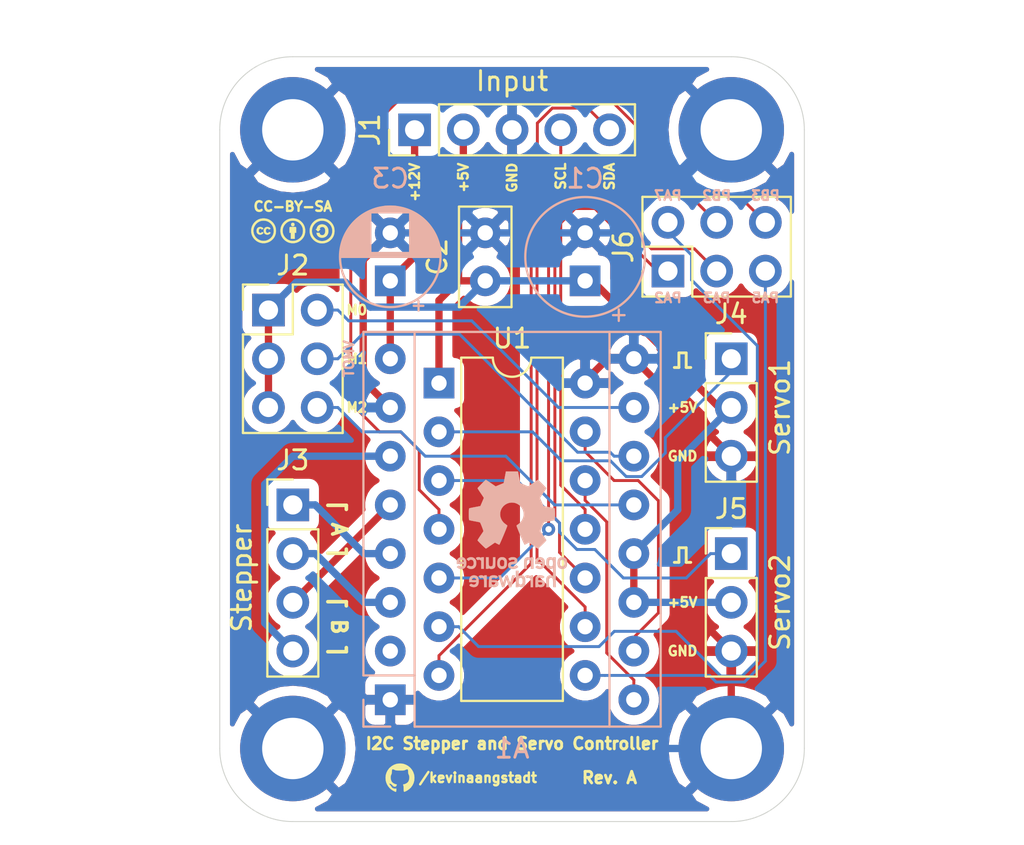
<source format=kicad_pcb>
(kicad_pcb (version 20171130) (host pcbnew "(5.1.5-0-10_14)")

  (general
    (thickness 1.6)
    (drawings 39)
    (tracks 197)
    (zones 0)
    (modules 20)
    (nets 24)
  )

  (page A4)
  (layers
    (0 F.Cu signal)
    (31 B.Cu signal)
    (36 B.SilkS user)
    (37 F.SilkS user)
    (38 B.Mask user)
    (39 F.Mask user)
    (41 Cmts.User user)
    (44 Edge.Cuts user)
    (45 Margin user)
    (46 B.CrtYd user)
    (47 F.CrtYd user)
    (48 B.Fab user)
    (49 F.Fab user)
  )

  (setup
    (last_trace_width 0.1524)
    (user_trace_width 0.1524)
    (user_trace_width 0.254)
    (user_trace_width 0.381)
    (user_trace_width 0.508)
    (user_trace_width 0.8128)
    (trace_clearance 0.1524)
    (zone_clearance 0.508)
    (zone_45_only no)
    (trace_min 0.1524)
    (via_size 0.6858)
    (via_drill 0.3302)
    (via_min_size 0.508)
    (via_min_drill 0.254)
    (uvia_size 0.6858)
    (uvia_drill 0.3302)
    (uvias_allowed no)
    (uvia_min_size 0)
    (uvia_min_drill 0)
    (edge_width 0.05)
    (segment_width 0.2)
    (pcb_text_width 0.3)
    (pcb_text_size 1.5 1.5)
    (mod_edge_width 0.12)
    (mod_text_size 1 1)
    (mod_text_width 0.15)
    (pad_size 1.524 1.524)
    (pad_drill 0.762)
    (pad_to_mask_clearance 0.0508)
    (solder_mask_min_width 0.1016)
    (aux_axis_origin 0 0)
    (visible_elements FFFFFF7F)
    (pcbplotparams
      (layerselection 0x010fc_ffffffff)
      (usegerberextensions false)
      (usegerberattributes false)
      (usegerberadvancedattributes false)
      (creategerberjobfile false)
      (excludeedgelayer true)
      (linewidth 0.100000)
      (plotframeref false)
      (viasonmask false)
      (mode 1)
      (useauxorigin false)
      (hpglpennumber 1)
      (hpglpenspeed 20)
      (hpglpendiameter 15.000000)
      (psnegative false)
      (psa4output false)
      (plotreference true)
      (plotvalue true)
      (plotinvisibletext false)
      (padsonsilk false)
      (subtractmaskfromsilk false)
      (outputformat 1)
      (mirror false)
      (drillshape 1)
      (scaleselection 1)
      (outputdirectory ""))
  )

  (net 0 "")
  (net 1 "Net-(A1-Pad16)")
  (net 2 +12V)
  (net 3 "Net-(A1-Pad15)")
  (net 4 GND)
  (net 5 +5V)
  (net 6 "Net-(A1-Pad6)")
  (net 7 "Net-(A1-Pad5)")
  (net 8 "Net-(A1-Pad12)")
  (net 9 "Net-(A1-Pad4)")
  (net 10 "Net-(A1-Pad11)")
  (net 11 "Net-(A1-Pad3)")
  (net 12 "Net-(A1-Pad10)")
  (net 13 "Net-(A1-Pad2)")
  (net 14 /SDA)
  (net 15 /SCL)
  (net 16 "Net-(J4-Pad1)")
  (net 17 "Net-(J5-Pad1)")
  (net 18 "Net-(J6-Pad6)")
  (net 19 "Net-(J6-Pad5)")
  (net 20 "Net-(J6-Pad4)")
  (net 21 "Net-(J6-Pad3)")
  (net 22 "Net-(J6-Pad2)")
  (net 23 "Net-(J6-Pad1)")

  (net_class Default "This is the default net class."
    (clearance 0.1524)
    (trace_width 0.1524)
    (via_dia 0.6858)
    (via_drill 0.3302)
    (uvia_dia 0.6858)
    (uvia_drill 0.3302)
    (add_net /SCL)
    (add_net /SDA)
    (add_net "Net-(A1-Pad10)")
    (add_net "Net-(A1-Pad11)")
    (add_net "Net-(A1-Pad12)")
    (add_net "Net-(A1-Pad15)")
    (add_net "Net-(A1-Pad16)")
    (add_net "Net-(A1-Pad2)")
    (add_net "Net-(J4-Pad1)")
    (add_net "Net-(J5-Pad1)")
    (add_net "Net-(J6-Pad1)")
    (add_net "Net-(J6-Pad2)")
    (add_net "Net-(J6-Pad3)")
    (add_net "Net-(J6-Pad4)")
    (add_net "Net-(J6-Pad5)")
    (add_net "Net-(J6-Pad6)")
  )

  (net_class Power ""
    (clearance 0.381)
    (trace_width 0.381)
    (via_dia 0.6858)
    (via_drill 0.3302)
    (uvia_dia 0.6858)
    (uvia_drill 0.3302)
    (add_net +12V)
    (add_net +5V)
    (add_net GND)
    (add_net "Net-(A1-Pad3)")
    (add_net "Net-(A1-Pad4)")
    (add_net "Net-(A1-Pad5)")
    (add_net "Net-(A1-Pad6)")
  )

  (module Connector_PinHeader_2.54mm:PinHeader_2x03_P2.54mm_Vertical (layer F.Cu) (tedit 59FED5CC) (tstamp 5E9CF604)
    (at 150.368 94.488 90)
    (descr "Through hole straight pin header, 2x03, 2.54mm pitch, double rows")
    (tags "Through hole pin header THT 2x03 2.54mm double row")
    (path /5E9CB1CA)
    (fp_text reference J6 (at 1.27 -2.33 90) (layer F.SilkS)
      (effects (font (size 1 1) (thickness 0.15)))
    )
    (fp_text value Conn_02x03_Odd_Even (at 1.27 7.41 90) (layer F.Fab)
      (effects (font (size 1 1) (thickness 0.15)))
    )
    (fp_text user %R (at 1.27 2.54) (layer F.Fab)
      (effects (font (size 1 1) (thickness 0.15)))
    )
    (fp_line (start 4.35 -1.8) (end -1.8 -1.8) (layer F.CrtYd) (width 0.05))
    (fp_line (start 4.35 6.85) (end 4.35 -1.8) (layer F.CrtYd) (width 0.05))
    (fp_line (start -1.8 6.85) (end 4.35 6.85) (layer F.CrtYd) (width 0.05))
    (fp_line (start -1.8 -1.8) (end -1.8 6.85) (layer F.CrtYd) (width 0.05))
    (fp_line (start -1.33 -1.33) (end 0 -1.33) (layer F.SilkS) (width 0.12))
    (fp_line (start -1.33 0) (end -1.33 -1.33) (layer F.SilkS) (width 0.12))
    (fp_line (start 1.27 -1.33) (end 3.87 -1.33) (layer F.SilkS) (width 0.12))
    (fp_line (start 1.27 1.27) (end 1.27 -1.33) (layer F.SilkS) (width 0.12))
    (fp_line (start -1.33 1.27) (end 1.27 1.27) (layer F.SilkS) (width 0.12))
    (fp_line (start 3.87 -1.33) (end 3.87 6.41) (layer F.SilkS) (width 0.12))
    (fp_line (start -1.33 1.27) (end -1.33 6.41) (layer F.SilkS) (width 0.12))
    (fp_line (start -1.33 6.41) (end 3.87 6.41) (layer F.SilkS) (width 0.12))
    (fp_line (start -1.27 0) (end 0 -1.27) (layer F.Fab) (width 0.1))
    (fp_line (start -1.27 6.35) (end -1.27 0) (layer F.Fab) (width 0.1))
    (fp_line (start 3.81 6.35) (end -1.27 6.35) (layer F.Fab) (width 0.1))
    (fp_line (start 3.81 -1.27) (end 3.81 6.35) (layer F.Fab) (width 0.1))
    (fp_line (start 0 -1.27) (end 3.81 -1.27) (layer F.Fab) (width 0.1))
    (pad 6 thru_hole oval (at 2.54 5.08 90) (size 1.7 1.7) (drill 1) (layers *.Cu *.Mask)
      (net 18 "Net-(J6-Pad6)"))
    (pad 5 thru_hole oval (at 0 5.08 90) (size 1.7 1.7) (drill 1) (layers *.Cu *.Mask)
      (net 19 "Net-(J6-Pad5)"))
    (pad 4 thru_hole oval (at 2.54 2.54 90) (size 1.7 1.7) (drill 1) (layers *.Cu *.Mask)
      (net 20 "Net-(J6-Pad4)"))
    (pad 3 thru_hole oval (at 0 2.54 90) (size 1.7 1.7) (drill 1) (layers *.Cu *.Mask)
      (net 21 "Net-(J6-Pad3)"))
    (pad 2 thru_hole oval (at 2.54 0 90) (size 1.7 1.7) (drill 1) (layers *.Cu *.Mask)
      (net 22 "Net-(J6-Pad2)"))
    (pad 1 thru_hole rect (at 0 0 90) (size 1.7 1.7) (drill 1) (layers *.Cu *.Mask)
      (net 23 "Net-(J6-Pad1)"))
    (model ${KISYS3DMOD}/Connector_PinHeader_2.54mm.3dshapes/PinHeader_2x03_P2.54mm_Vertical.wrl
      (at (xyz 0 0 0))
      (scale (xyz 1 1 1))
      (rotate (xyz 0 0 0))
    )
  )

  (module Symbol:OSHW-Logo_5.7x6mm_SilkScreen (layer B.Cu) (tedit 0) (tstamp 5E9CED5D)
    (at 142.24 107.95 180)
    (descr "Open Source Hardware Logo")
    (tags "Logo OSHW")
    (attr virtual)
    (fp_text reference REF** (at 0 0) (layer B.SilkS) hide
      (effects (font (size 1 1) (thickness 0.15)) (justify mirror))
    )
    (fp_text value OSHW-Logo_5.7x6mm_SilkScreen (at 0.75 0) (layer B.Fab) hide
      (effects (font (size 1 1) (thickness 0.15)) (justify mirror))
    )
    (fp_poly (pts (xy 0.376964 2.709982) (xy 0.433812 2.40843) (xy 0.853338 2.235488) (xy 1.104984 2.406605)
      (xy 1.175458 2.45425) (xy 1.239163 2.49679) (xy 1.293126 2.532285) (xy 1.334373 2.55879)
      (xy 1.359934 2.574364) (xy 1.366895 2.577722) (xy 1.379435 2.569086) (xy 1.406231 2.545208)
      (xy 1.44428 2.509141) (xy 1.490579 2.463933) (xy 1.542123 2.412636) (xy 1.595909 2.358299)
      (xy 1.648935 2.303972) (xy 1.698195 2.252705) (xy 1.740687 2.207549) (xy 1.773407 2.171554)
      (xy 1.793351 2.14777) (xy 1.798119 2.13981) (xy 1.791257 2.125135) (xy 1.77202 2.092986)
      (xy 1.74243 2.046508) (xy 1.70451 1.988844) (xy 1.660282 1.92314) (xy 1.634654 1.885664)
      (xy 1.587941 1.817232) (xy 1.546432 1.75548) (xy 1.51214 1.703481) (xy 1.48708 1.664308)
      (xy 1.473264 1.641035) (xy 1.471188 1.636145) (xy 1.475895 1.622245) (xy 1.488723 1.58985)
      (xy 1.507738 1.543515) (xy 1.531003 1.487794) (xy 1.556584 1.427242) (xy 1.582545 1.366414)
      (xy 1.60695 1.309864) (xy 1.627863 1.262148) (xy 1.643349 1.227819) (xy 1.651472 1.211432)
      (xy 1.651952 1.210788) (xy 1.664707 1.207659) (xy 1.698677 1.200679) (xy 1.75034 1.190533)
      (xy 1.816176 1.177908) (xy 1.892664 1.163491) (xy 1.93729 1.155177) (xy 2.019021 1.139616)
      (xy 2.092843 1.124808) (xy 2.155021 1.111564) (xy 2.201822 1.100695) (xy 2.229509 1.093011)
      (xy 2.235074 1.090573) (xy 2.240526 1.07407) (xy 2.244924 1.0368) (xy 2.248272 0.98312)
      (xy 2.250574 0.917388) (xy 2.251832 0.843963) (xy 2.252048 0.767204) (xy 2.251227 0.691468)
      (xy 2.249371 0.621114) (xy 2.246482 0.5605) (xy 2.242565 0.513984) (xy 2.237622 0.485925)
      (xy 2.234657 0.480084) (xy 2.216934 0.473083) (xy 2.179381 0.463073) (xy 2.126964 0.451231)
      (xy 2.064652 0.438733) (xy 2.0429 0.43469) (xy 1.938024 0.41548) (xy 1.85518 0.400009)
      (xy 1.79163 0.387663) (xy 1.744637 0.377827) (xy 1.711463 0.369886) (xy 1.689371 0.363224)
      (xy 1.675624 0.357227) (xy 1.667484 0.351281) (xy 1.666345 0.350106) (xy 1.654977 0.331174)
      (xy 1.637635 0.294331) (xy 1.61605 0.244087) (xy 1.591954 0.184954) (xy 1.567079 0.121444)
      (xy 1.543157 0.058068) (xy 1.521919 -0.000662) (xy 1.505097 -0.050235) (xy 1.494422 -0.086139)
      (xy 1.491627 -0.103862) (xy 1.49186 -0.104483) (xy 1.501331 -0.11897) (xy 1.522818 -0.150844)
      (xy 1.554063 -0.196789) (xy 1.592807 -0.253485) (xy 1.636793 -0.317617) (xy 1.649319 -0.335842)
      (xy 1.693984 -0.401914) (xy 1.733288 -0.4622) (xy 1.765088 -0.513235) (xy 1.787245 -0.55156)
      (xy 1.797617 -0.573711) (xy 1.798119 -0.576432) (xy 1.789405 -0.590736) (xy 1.765325 -0.619072)
      (xy 1.728976 -0.658396) (xy 1.683453 -0.705661) (xy 1.631852 -0.757823) (xy 1.577267 -0.811835)
      (xy 1.522794 -0.864653) (xy 1.471529 -0.913231) (xy 1.426567 -0.954523) (xy 1.391004 -0.985485)
      (xy 1.367935 -1.00307) (xy 1.361554 -1.005941) (xy 1.346699 -0.999178) (xy 1.316286 -0.980939)
      (xy 1.275268 -0.954297) (xy 1.243709 -0.932852) (xy 1.186525 -0.893503) (xy 1.118806 -0.847171)
      (xy 1.05088 -0.800913) (xy 1.014361 -0.776155) (xy 0.890752 -0.692547) (xy 0.786991 -0.74865)
      (xy 0.73972 -0.773228) (xy 0.699523 -0.792331) (xy 0.672326 -0.803227) (xy 0.665402 -0.804743)
      (xy 0.657077 -0.793549) (xy 0.640654 -0.761917) (xy 0.617357 -0.712765) (xy 0.588414 -0.64901)
      (xy 0.55505 -0.573571) (xy 0.518491 -0.489364) (xy 0.479964 -0.399308) (xy 0.440694 -0.306321)
      (xy 0.401908 -0.21332) (xy 0.36483 -0.123223) (xy 0.330689 -0.038948) (xy 0.300708 0.036587)
      (xy 0.276116 0.100466) (xy 0.258136 0.149769) (xy 0.247997 0.181579) (xy 0.246366 0.192504)
      (xy 0.259291 0.206439) (xy 0.287589 0.22906) (xy 0.325346 0.255667) (xy 0.328515 0.257772)
      (xy 0.4261 0.335886) (xy 0.504786 0.427018) (xy 0.563891 0.528255) (xy 0.602732 0.636682)
      (xy 0.620628 0.749386) (xy 0.616897 0.863452) (xy 0.590857 0.975966) (xy 0.541825 1.084015)
      (xy 0.5274 1.107655) (xy 0.452369 1.203113) (xy 0.36373 1.279768) (xy 0.264549 1.33722)
      (xy 0.157895 1.375071) (xy 0.046836 1.392922) (xy -0.065561 1.390375) (xy -0.176227 1.36703)
      (xy -0.282094 1.32249) (xy -0.380095 1.256355) (xy -0.41041 1.229513) (xy -0.487562 1.145488)
      (xy -0.543782 1.057034) (xy -0.582347 0.957885) (xy -0.603826 0.859697) (xy -0.609128 0.749303)
      (xy -0.591448 0.63836) (xy -0.552581 0.530619) (xy -0.494323 0.429831) (xy -0.418469 0.339744)
      (xy -0.326817 0.264108) (xy -0.314772 0.256136) (xy -0.276611 0.230026) (xy -0.247601 0.207405)
      (xy -0.233732 0.192961) (xy -0.233531 0.192504) (xy -0.236508 0.176879) (xy -0.248311 0.141418)
      (xy -0.267714 0.089038) (xy -0.293488 0.022655) (xy -0.324409 -0.054814) (xy -0.359249 -0.14045)
      (xy -0.396783 -0.231337) (xy -0.435783 -0.324559) (xy -0.475023 -0.417197) (xy -0.513276 -0.506335)
      (xy -0.549317 -0.589055) (xy -0.581917 -0.662441) (xy -0.609852 -0.723575) (xy -0.631895 -0.769541)
      (xy -0.646818 -0.797421) (xy -0.652828 -0.804743) (xy -0.671191 -0.799041) (xy -0.705552 -0.783749)
      (xy -0.749984 -0.761599) (xy -0.774417 -0.74865) (xy -0.878178 -0.692547) (xy -1.001787 -0.776155)
      (xy -1.064886 -0.818987) (xy -1.13397 -0.866122) (xy -1.198707 -0.910503) (xy -1.231134 -0.932852)
      (xy -1.276741 -0.963477) (xy -1.31536 -0.987747) (xy -1.341952 -1.002587) (xy -1.35059 -1.005724)
      (xy -1.363161 -0.997261) (xy -1.390984 -0.973636) (xy -1.431361 -0.937302) (xy -1.481595 -0.890711)
      (xy -1.538988 -0.836317) (xy -1.575286 -0.801392) (xy -1.63879 -0.738996) (xy -1.693673 -0.683188)
      (xy -1.737714 -0.636354) (xy -1.768695 -0.600882) (xy -1.784398 -0.579161) (xy -1.785905 -0.574752)
      (xy -1.778914 -0.557985) (xy -1.759594 -0.524082) (xy -1.730091 -0.476476) (xy -1.692545 -0.418599)
      (xy -1.6491 -0.353884) (xy -1.636745 -0.335842) (xy -1.591727 -0.270267) (xy -1.55134 -0.211228)
      (xy -1.51784 -0.162042) (xy -1.493486 -0.126028) (xy -1.480536 -0.106502) (xy -1.479285 -0.104483)
      (xy -1.481156 -0.088922) (xy -1.491087 -0.054709) (xy -1.507347 -0.006355) (xy -1.528205 0.051629)
      (xy -1.551927 0.11473) (xy -1.576784 0.178437) (xy -1.601042 0.238239) (xy -1.622971 0.289624)
      (xy -1.640838 0.328081) (xy -1.652913 0.349098) (xy -1.653771 0.350106) (xy -1.661154 0.356112)
      (xy -1.673625 0.362052) (xy -1.69392 0.36854) (xy -1.724778 0.376191) (xy -1.768934 0.38562)
      (xy -1.829126 0.397441) (xy -1.908093 0.412271) (xy -2.00857 0.430723) (xy -2.030325 0.43469)
      (xy -2.094802 0.447147) (xy -2.151011 0.459334) (xy -2.193987 0.470074) (xy -2.21876 0.478191)
      (xy -2.222082 0.480084) (xy -2.227556 0.496862) (xy -2.232006 0.534355) (xy -2.235428 0.588206)
      (xy -2.237819 0.654056) (xy -2.239177 0.727547) (xy -2.239499 0.80432) (xy -2.238781 0.880017)
      (xy -2.237021 0.95028) (xy -2.234216 1.01075) (xy -2.230362 1.05707) (xy -2.225457 1.084881)
      (xy -2.2225 1.090573) (xy -2.206037 1.096314) (xy -2.168551 1.105655) (xy -2.113775 1.117785)
      (xy -2.045445 1.131893) (xy -1.967294 1.14717) (xy -1.924716 1.155177) (xy -1.843929 1.170279)
      (xy -1.771887 1.18396) (xy -1.712111 1.195533) (xy -1.668121 1.204313) (xy -1.643439 1.209613)
      (xy -1.639377 1.210788) (xy -1.632511 1.224035) (xy -1.617998 1.255943) (xy -1.597771 1.301953)
      (xy -1.573766 1.357508) (xy -1.547918 1.418047) (xy -1.52216 1.479014) (xy -1.498427 1.535849)
      (xy -1.478654 1.583994) (xy -1.464776 1.61889) (xy -1.458726 1.635979) (xy -1.458614 1.636726)
      (xy -1.465472 1.650207) (xy -1.484698 1.68123) (xy -1.514272 1.726711) (xy -1.552173 1.783568)
      (xy -1.59638 1.848717) (xy -1.622079 1.886138) (xy -1.668907 1.954753) (xy -1.710499 2.017048)
      (xy -1.744825 2.069871) (xy -1.769857 2.110073) (xy -1.783565 2.1345) (xy -1.785544 2.139976)
      (xy -1.777034 2.152722) (xy -1.753507 2.179937) (xy -1.717968 2.218572) (xy -1.673423 2.265577)
      (xy -1.622877 2.317905) (xy -1.569336 2.372505) (xy -1.515805 2.42633) (xy -1.465289 2.47633)
      (xy -1.420794 2.519457) (xy -1.385325 2.552661) (xy -1.361887 2.572894) (xy -1.354046 2.577722)
      (xy -1.34128 2.570933) (xy -1.310744 2.551858) (xy -1.26541 2.522439) (xy -1.208244 2.484619)
      (xy -1.142216 2.440339) (xy -1.09241 2.406605) (xy -0.840764 2.235488) (xy -0.631001 2.321959)
      (xy -0.421237 2.40843) (xy -0.364389 2.709982) (xy -0.30754 3.011534) (xy 0.320115 3.011534)
      (xy 0.376964 2.709982)) (layer B.SilkS) (width 0.01))
    (fp_poly (pts (xy 1.79946 -1.45803) (xy 1.842711 -1.471245) (xy 1.870558 -1.487941) (xy 1.879629 -1.501145)
      (xy 1.877132 -1.516797) (xy 1.860931 -1.541385) (xy 1.847232 -1.5588) (xy 1.818992 -1.590283)
      (xy 1.797775 -1.603529) (xy 1.779688 -1.602664) (xy 1.726035 -1.58901) (xy 1.68663 -1.58963)
      (xy 1.654632 -1.605104) (xy 1.64389 -1.614161) (xy 1.609505 -1.646027) (xy 1.609505 -2.062179)
      (xy 1.471188 -2.062179) (xy 1.471188 -1.458614) (xy 1.540347 -1.458614) (xy 1.581869 -1.460256)
      (xy 1.603291 -1.466087) (xy 1.609502 -1.477461) (xy 1.609505 -1.477798) (xy 1.612439 -1.489713)
      (xy 1.625704 -1.488159) (xy 1.644084 -1.479563) (xy 1.682046 -1.463568) (xy 1.712872 -1.453945)
      (xy 1.752536 -1.451478) (xy 1.79946 -1.45803)) (layer B.SilkS) (width 0.01))
    (fp_poly (pts (xy -0.754012 -1.469002) (xy -0.722717 -1.48395) (xy -0.692409 -1.505541) (xy -0.669318 -1.530391)
      (xy -0.6525 -1.562087) (xy -0.641006 -1.604214) (xy -0.633891 -1.660358) (xy -0.630207 -1.734106)
      (xy -0.629008 -1.829044) (xy -0.628989 -1.838985) (xy -0.628713 -2.062179) (xy -0.76703 -2.062179)
      (xy -0.76703 -1.856418) (xy -0.767128 -1.780189) (xy -0.767809 -1.724939) (xy -0.769651 -1.686501)
      (xy -0.773233 -1.660706) (xy -0.779132 -1.643384) (xy -0.787927 -1.630368) (xy -0.80018 -1.617507)
      (xy -0.843047 -1.589873) (xy -0.889843 -1.584745) (xy -0.934424 -1.602217) (xy -0.949928 -1.615221)
      (xy -0.96131 -1.627447) (xy -0.969481 -1.64054) (xy -0.974974 -1.658615) (xy -0.97832 -1.685787)
      (xy -0.980051 -1.72617) (xy -0.980697 -1.783879) (xy -0.980792 -1.854132) (xy -0.980792 -2.062179)
      (xy -1.119109 -2.062179) (xy -1.119109 -1.458614) (xy -1.04995 -1.458614) (xy -1.008428 -1.460256)
      (xy -0.987006 -1.466087) (xy -0.980795 -1.477461) (xy -0.980792 -1.477798) (xy -0.97791 -1.488938)
      (xy -0.965199 -1.487674) (xy -0.939926 -1.475434) (xy -0.882605 -1.457424) (xy -0.817037 -1.455421)
      (xy -0.754012 -1.469002)) (layer B.SilkS) (width 0.01))
    (fp_poly (pts (xy 2.677898 -1.456457) (xy 2.710096 -1.464279) (xy 2.771825 -1.492921) (xy 2.82461 -1.536667)
      (xy 2.861141 -1.589117) (xy 2.86616 -1.600893) (xy 2.873045 -1.63174) (xy 2.877864 -1.677371)
      (xy 2.879505 -1.723492) (xy 2.879505 -1.810693) (xy 2.697178 -1.810693) (xy 2.621979 -1.810978)
      (xy 2.569003 -1.812704) (xy 2.535325 -1.817181) (xy 2.51802 -1.82572) (xy 2.514163 -1.83963)
      (xy 2.520829 -1.860222) (xy 2.53277 -1.884315) (xy 2.56608 -1.924525) (xy 2.612368 -1.944558)
      (xy 2.668944 -1.943905) (xy 2.733031 -1.922101) (xy 2.788417 -1.895193) (xy 2.834375 -1.931532)
      (xy 2.880333 -1.967872) (xy 2.837096 -2.007819) (xy 2.779374 -2.045563) (xy 2.708386 -2.06832)
      (xy 2.632029 -2.074688) (xy 2.558199 -2.063268) (xy 2.546287 -2.059393) (xy 2.481399 -2.025506)
      (xy 2.43313 -1.974986) (xy 2.400465 -1.906325) (xy 2.382385 -1.818014) (xy 2.382175 -1.816121)
      (xy 2.380556 -1.719878) (xy 2.3871 -1.685542) (xy 2.514852 -1.685542) (xy 2.526584 -1.690822)
      (xy 2.558438 -1.694867) (xy 2.605397 -1.697176) (xy 2.635154 -1.697525) (xy 2.690648 -1.697306)
      (xy 2.725346 -1.695916) (xy 2.743601 -1.692251) (xy 2.749766 -1.68521) (xy 2.748195 -1.67369)
      (xy 2.746878 -1.669233) (xy 2.724382 -1.627355) (xy 2.689003 -1.593604) (xy 2.65778 -1.578773)
      (xy 2.616301 -1.579668) (xy 2.574269 -1.598164) (xy 2.539012 -1.628786) (xy 2.517854 -1.666062)
      (xy 2.514852 -1.685542) (xy 2.3871 -1.685542) (xy 2.39669 -1.635229) (xy 2.428698 -1.564191)
      (xy 2.474701 -1.508779) (xy 2.532821 -1.471009) (xy 2.60118 -1.452896) (xy 2.677898 -1.456457)) (layer B.SilkS) (width 0.01))
    (fp_poly (pts (xy 2.217226 -1.46388) (xy 2.29008 -1.49483) (xy 2.313027 -1.509895) (xy 2.342354 -1.533048)
      (xy 2.360764 -1.551253) (xy 2.363961 -1.557183) (xy 2.354935 -1.57034) (xy 2.331837 -1.592667)
      (xy 2.313344 -1.60825) (xy 2.262728 -1.648926) (xy 2.22276 -1.615295) (xy 2.191874 -1.593584)
      (xy 2.161759 -1.58609) (xy 2.127292 -1.58792) (xy 2.072561 -1.601528) (xy 2.034886 -1.629772)
      (xy 2.011991 -1.675433) (xy 2.001597 -1.741289) (xy 2.001595 -1.741331) (xy 2.002494 -1.814939)
      (xy 2.016463 -1.868946) (xy 2.044328 -1.905716) (xy 2.063325 -1.918168) (xy 2.113776 -1.933673)
      (xy 2.167663 -1.933683) (xy 2.214546 -1.918638) (xy 2.225644 -1.911287) (xy 2.253476 -1.892511)
      (xy 2.275236 -1.889434) (xy 2.298704 -1.903409) (xy 2.324649 -1.92851) (xy 2.365716 -1.97088)
      (xy 2.320121 -2.008464) (xy 2.249674 -2.050882) (xy 2.170233 -2.071785) (xy 2.087215 -2.070272)
      (xy 2.032694 -2.056411) (xy 1.96897 -2.022135) (xy 1.918005 -1.968212) (xy 1.894851 -1.930149)
      (xy 1.876099 -1.875536) (xy 1.866715 -1.806369) (xy 1.866643 -1.731407) (xy 1.875824 -1.659409)
      (xy 1.894199 -1.599137) (xy 1.897093 -1.592958) (xy 1.939952 -1.532351) (xy 1.997979 -1.488224)
      (xy 2.066591 -1.461493) (xy 2.141201 -1.453073) (xy 2.217226 -1.46388)) (layer B.SilkS) (width 0.01))
    (fp_poly (pts (xy 0.993367 -1.654342) (xy 0.994555 -1.746563) (xy 0.998897 -1.81661) (xy 1.007558 -1.867381)
      (xy 1.021704 -1.901772) (xy 1.0425 -1.922679) (xy 1.07111 -1.933) (xy 1.106535 -1.935636)
      (xy 1.143636 -1.932682) (xy 1.171818 -1.921889) (xy 1.192243 -1.90036) (xy 1.206079 -1.865199)
      (xy 1.214491 -1.81351) (xy 1.218643 -1.742394) (xy 1.219703 -1.654342) (xy 1.219703 -1.458614)
      (xy 1.35802 -1.458614) (xy 1.35802 -2.062179) (xy 1.288862 -2.062179) (xy 1.24717 -2.060489)
      (xy 1.225701 -2.054556) (xy 1.219703 -2.043293) (xy 1.216091 -2.033261) (xy 1.201714 -2.035383)
      (xy 1.172736 -2.04958) (xy 1.106319 -2.07148) (xy 1.035875 -2.069928) (xy 0.968377 -2.046147)
      (xy 0.936233 -2.027362) (xy 0.911715 -2.007022) (xy 0.893804 -1.981573) (xy 0.881479 -1.947458)
      (xy 0.873723 -1.901121) (xy 0.869516 -1.839007) (xy 0.86784 -1.757561) (xy 0.867624 -1.694578)
      (xy 0.867624 -1.458614) (xy 0.993367 -1.458614) (xy 0.993367 -1.654342)) (layer B.SilkS) (width 0.01))
    (fp_poly (pts (xy 0.610762 -1.466055) (xy 0.674363 -1.500692) (xy 0.724123 -1.555372) (xy 0.747568 -1.599842)
      (xy 0.757634 -1.639121) (xy 0.764156 -1.695116) (xy 0.766951 -1.759621) (xy 0.765836 -1.824429)
      (xy 0.760626 -1.881334) (xy 0.754541 -1.911727) (xy 0.734014 -1.953306) (xy 0.698463 -1.997468)
      (xy 0.655619 -2.036087) (xy 0.613211 -2.061034) (xy 0.612177 -2.06143) (xy 0.559553 -2.072331)
      (xy 0.497188 -2.072601) (xy 0.437924 -2.062676) (xy 0.41504 -2.054722) (xy 0.356102 -2.0213)
      (xy 0.31389 -1.977511) (xy 0.286156 -1.919538) (xy 0.270651 -1.843565) (xy 0.267143 -1.803771)
      (xy 0.26759 -1.753766) (xy 0.402376 -1.753766) (xy 0.406917 -1.826732) (xy 0.419986 -1.882334)
      (xy 0.440756 -1.917861) (xy 0.455552 -1.92802) (xy 0.493464 -1.935104) (xy 0.538527 -1.933007)
      (xy 0.577487 -1.922812) (xy 0.587704 -1.917204) (xy 0.614659 -1.884538) (xy 0.632451 -1.834545)
      (xy 0.640024 -1.773705) (xy 0.636325 -1.708497) (xy 0.628057 -1.669253) (xy 0.60432 -1.623805)
      (xy 0.566849 -1.595396) (xy 0.52172 -1.585573) (xy 0.475011 -1.595887) (xy 0.439132 -1.621112)
      (xy 0.420277 -1.641925) (xy 0.409272 -1.662439) (xy 0.404026 -1.690203) (xy 0.402449 -1.732762)
      (xy 0.402376 -1.753766) (xy 0.26759 -1.753766) (xy 0.268094 -1.69758) (xy 0.285388 -1.610501)
      (xy 0.319029 -1.54253) (xy 0.369018 -1.493664) (xy 0.435356 -1.463899) (xy 0.449601 -1.460448)
      (xy 0.53521 -1.452345) (xy 0.610762 -1.466055)) (layer B.SilkS) (width 0.01))
    (fp_poly (pts (xy 0.014017 -1.456452) (xy 0.061634 -1.465482) (xy 0.111034 -1.48437) (xy 0.116312 -1.486777)
      (xy 0.153774 -1.506476) (xy 0.179717 -1.524781) (xy 0.188103 -1.536508) (xy 0.180117 -1.555632)
      (xy 0.16072 -1.58385) (xy 0.15211 -1.594384) (xy 0.116628 -1.635847) (xy 0.070885 -1.608858)
      (xy 0.02735 -1.590878) (xy -0.02295 -1.581267) (xy -0.071188 -1.58066) (xy -0.108533 -1.589691)
      (xy -0.117495 -1.595327) (xy -0.134563 -1.621171) (xy -0.136637 -1.650941) (xy -0.123866 -1.674197)
      (xy -0.116312 -1.678708) (xy -0.093675 -1.684309) (xy -0.053885 -1.690892) (xy -0.004834 -1.697183)
      (xy 0.004215 -1.69817) (xy 0.082996 -1.711798) (xy 0.140136 -1.734946) (xy 0.17803 -1.769752)
      (xy 0.199079 -1.818354) (xy 0.205635 -1.877718) (xy 0.196577 -1.945198) (xy 0.167164 -1.998188)
      (xy 0.117278 -2.036783) (xy 0.0468 -2.061081) (xy -0.031435 -2.070667) (xy -0.095234 -2.070552)
      (xy -0.146984 -2.061845) (xy -0.182327 -2.049825) (xy -0.226983 -2.02888) (xy -0.268253 -2.004574)
      (xy -0.282921 -1.993876) (xy -0.320643 -1.963084) (xy -0.275148 -1.917049) (xy -0.229653 -1.871013)
      (xy -0.177928 -1.905243) (xy -0.126048 -1.930952) (xy -0.070649 -1.944399) (xy -0.017395 -1.945818)
      (xy 0.028049 -1.935443) (xy 0.060016 -1.913507) (xy 0.070338 -1.894998) (xy 0.068789 -1.865314)
      (xy 0.04314 -1.842615) (xy -0.00654 -1.82694) (xy -0.060969 -1.819695) (xy -0.144736 -1.805873)
      (xy -0.206967 -1.779796) (xy -0.248493 -1.740699) (xy -0.270147 -1.68782) (xy -0.273147 -1.625126)
      (xy -0.258329 -1.559642) (xy -0.224546 -1.510144) (xy -0.171495 -1.476408) (xy -0.098874 -1.458207)
      (xy -0.045072 -1.454639) (xy 0.014017 -1.456452)) (layer B.SilkS) (width 0.01))
    (fp_poly (pts (xy -1.356699 -1.472614) (xy -1.344168 -1.478514) (xy -1.300799 -1.510283) (xy -1.25979 -1.556646)
      (xy -1.229168 -1.607696) (xy -1.220459 -1.631166) (xy -1.212512 -1.673091) (xy -1.207774 -1.723757)
      (xy -1.207199 -1.744679) (xy -1.207129 -1.810693) (xy -1.587083 -1.810693) (xy -1.578983 -1.845273)
      (xy -1.559104 -1.88617) (xy -1.524347 -1.921514) (xy -1.482998 -1.944282) (xy -1.456649 -1.94901)
      (xy -1.420916 -1.943273) (xy -1.378282 -1.928882) (xy -1.363799 -1.922262) (xy -1.31024 -1.895513)
      (xy -1.264533 -1.930376) (xy -1.238158 -1.953955) (xy -1.224124 -1.973417) (xy -1.223414 -1.979129)
      (xy -1.235951 -1.992973) (xy -1.263428 -2.014012) (xy -1.288366 -2.030425) (xy -1.355664 -2.05993)
      (xy -1.43111 -2.073284) (xy -1.505888 -2.069812) (xy -1.565495 -2.051663) (xy -1.626941 -2.012784)
      (xy -1.670608 -1.961595) (xy -1.697926 -1.895367) (xy -1.710322 -1.811371) (xy -1.711421 -1.772936)
      (xy -1.707022 -1.684861) (xy -1.706482 -1.682299) (xy -1.580582 -1.682299) (xy -1.577115 -1.690558)
      (xy -1.562863 -1.695113) (xy -1.53347 -1.697065) (xy -1.484575 -1.697517) (xy -1.465748 -1.697525)
      (xy -1.408467 -1.696843) (xy -1.372141 -1.694364) (xy -1.352604 -1.689443) (xy -1.34569 -1.681434)
      (xy -1.345445 -1.678862) (xy -1.353336 -1.658423) (xy -1.373085 -1.629789) (xy -1.381575 -1.619763)
      (xy -1.413094 -1.591408) (xy -1.445949 -1.580259) (xy -1.463651 -1.579327) (xy -1.511539 -1.590981)
      (xy -1.551699 -1.622285) (xy -1.577173 -1.667752) (xy -1.577625 -1.669233) (xy -1.580582 -1.682299)
      (xy -1.706482 -1.682299) (xy -1.692392 -1.61551) (xy -1.666038 -1.560025) (xy -1.633807 -1.520639)
      (xy -1.574217 -1.477931) (xy -1.504168 -1.455109) (xy -1.429661 -1.453046) (xy -1.356699 -1.472614)) (layer B.SilkS) (width 0.01))
    (fp_poly (pts (xy -2.538261 -1.465148) (xy -2.472479 -1.494231) (xy -2.42254 -1.542793) (xy -2.388374 -1.610908)
      (xy -2.369907 -1.698651) (xy -2.368583 -1.712351) (xy -2.367546 -1.808939) (xy -2.380993 -1.893602)
      (xy -2.408108 -1.962221) (xy -2.422627 -1.984294) (xy -2.473201 -2.031011) (xy -2.537609 -2.061268)
      (xy -2.609666 -2.073824) (xy -2.683185 -2.067439) (xy -2.739072 -2.047772) (xy -2.787132 -2.014629)
      (xy -2.826412 -1.971175) (xy -2.827092 -1.970158) (xy -2.843044 -1.943338) (xy -2.85341 -1.916368)
      (xy -2.859688 -1.882332) (xy -2.863373 -1.83431) (xy -2.864997 -1.794931) (xy -2.865672 -1.759219)
      (xy -2.739955 -1.759219) (xy -2.738726 -1.79477) (xy -2.734266 -1.842094) (xy -2.726397 -1.872465)
      (xy -2.712207 -1.894072) (xy -2.698917 -1.906694) (xy -2.651802 -1.933122) (xy -2.602505 -1.936653)
      (xy -2.556593 -1.917639) (xy -2.533638 -1.896331) (xy -2.517096 -1.874859) (xy -2.507421 -1.854313)
      (xy -2.503174 -1.827574) (xy -2.50292 -1.787523) (xy -2.504228 -1.750638) (xy -2.507043 -1.697947)
      (xy -2.511505 -1.663772) (xy -2.519548 -1.64148) (xy -2.533103 -1.624442) (xy -2.543845 -1.614703)
      (xy -2.588777 -1.589123) (xy -2.637249 -1.587847) (xy -2.677894 -1.602999) (xy -2.712567 -1.634642)
      (xy -2.733224 -1.68662) (xy -2.739955 -1.759219) (xy -2.865672 -1.759219) (xy -2.866479 -1.716621)
      (xy -2.863948 -1.658056) (xy -2.856362 -1.614007) (xy -2.842681 -1.579248) (xy -2.821865 -1.548551)
      (xy -2.814147 -1.539436) (xy -2.765889 -1.494021) (xy -2.714128 -1.467493) (xy -2.650828 -1.456379)
      (xy -2.619961 -1.455471) (xy -2.538261 -1.465148)) (layer B.SilkS) (width 0.01))
    (fp_poly (pts (xy 2.032581 -2.40497) (xy 2.092685 -2.420597) (xy 2.143021 -2.452848) (xy 2.167393 -2.47694)
      (xy 2.207345 -2.533895) (xy 2.230242 -2.599965) (xy 2.238108 -2.681182) (xy 2.238148 -2.687748)
      (xy 2.238218 -2.753763) (xy 1.858264 -2.753763) (xy 1.866363 -2.788342) (xy 1.880987 -2.819659)
      (xy 1.906581 -2.852291) (xy 1.911935 -2.8575) (xy 1.957943 -2.885694) (xy 2.01041 -2.890475)
      (xy 2.070803 -2.871926) (xy 2.08104 -2.866931) (xy 2.112439 -2.851745) (xy 2.13347 -2.843094)
      (xy 2.137139 -2.842293) (xy 2.149948 -2.850063) (xy 2.174378 -2.869072) (xy 2.186779 -2.87946)
      (xy 2.212476 -2.903321) (xy 2.220915 -2.919077) (xy 2.215058 -2.933571) (xy 2.211928 -2.937534)
      (xy 2.190725 -2.954879) (xy 2.155738 -2.975959) (xy 2.131337 -2.988265) (xy 2.062072 -3.009946)
      (xy 1.985388 -3.016971) (xy 1.912765 -3.008647) (xy 1.892426 -3.002686) (xy 1.829476 -2.968952)
      (xy 1.782815 -2.917045) (xy 1.752173 -2.846459) (xy 1.737282 -2.756692) (xy 1.735647 -2.709753)
      (xy 1.740421 -2.641413) (xy 1.86099 -2.641413) (xy 1.872652 -2.646465) (xy 1.903998 -2.650429)
      (xy 1.949571 -2.652768) (xy 1.980446 -2.653169) (xy 2.035981 -2.652783) (xy 2.071033 -2.650975)
      (xy 2.090262 -2.646773) (xy 2.09833 -2.639203) (xy 2.099901 -2.628218) (xy 2.089121 -2.594381)
      (xy 2.06198 -2.56094) (xy 2.026277 -2.535272) (xy 1.99056 -2.524772) (xy 1.942048 -2.534086)
      (xy 1.900053 -2.561013) (xy 1.870936 -2.599827) (xy 1.86099 -2.641413) (xy 1.740421 -2.641413)
      (xy 1.742599 -2.610236) (xy 1.764055 -2.530949) (xy 1.80047 -2.471263) (xy 1.852297 -2.430549)
      (xy 1.91999 -2.408179) (xy 1.956662 -2.403871) (xy 2.032581 -2.40497)) (layer B.SilkS) (width 0.01))
    (fp_poly (pts (xy 1.635255 -2.401486) (xy 1.683595 -2.411015) (xy 1.711114 -2.425125) (xy 1.740064 -2.448568)
      (xy 1.698876 -2.500571) (xy 1.673482 -2.532064) (xy 1.656238 -2.547428) (xy 1.639102 -2.549776)
      (xy 1.614027 -2.542217) (xy 1.602257 -2.537941) (xy 1.55427 -2.531631) (xy 1.510324 -2.545156)
      (xy 1.47806 -2.57571) (xy 1.472819 -2.585452) (xy 1.467112 -2.611258) (xy 1.462706 -2.658817)
      (xy 1.459811 -2.724758) (xy 1.458631 -2.80571) (xy 1.458614 -2.817226) (xy 1.458614 -3.017822)
      (xy 1.320297 -3.017822) (xy 1.320297 -2.401683) (xy 1.389456 -2.401683) (xy 1.429333 -2.402725)
      (xy 1.450107 -2.407358) (xy 1.457789 -2.417849) (xy 1.458614 -2.427745) (xy 1.458614 -2.453806)
      (xy 1.491745 -2.427745) (xy 1.529735 -2.409965) (xy 1.58077 -2.401174) (xy 1.635255 -2.401486)) (layer B.SilkS) (width 0.01))
    (fp_poly (pts (xy 1.038411 -2.405417) (xy 1.091411 -2.41829) (xy 1.106731 -2.42511) (xy 1.136428 -2.442974)
      (xy 1.15922 -2.463093) (xy 1.176083 -2.488962) (xy 1.187998 -2.524073) (xy 1.195942 -2.57192)
      (xy 1.200894 -2.635996) (xy 1.203831 -2.719794) (xy 1.204947 -2.775768) (xy 1.209052 -3.017822)
      (xy 1.138932 -3.017822) (xy 1.096393 -3.016038) (xy 1.074476 -3.009942) (xy 1.068812 -2.999706)
      (xy 1.065821 -2.988637) (xy 1.052451 -2.990754) (xy 1.034233 -2.999629) (xy 0.988624 -3.013233)
      (xy 0.930007 -3.016899) (xy 0.868354 -3.010903) (xy 0.813638 -2.995521) (xy 0.80873 -2.993386)
      (xy 0.758723 -2.958255) (xy 0.725756 -2.909419) (xy 0.710587 -2.852333) (xy 0.711746 -2.831824)
      (xy 0.835508 -2.831824) (xy 0.846413 -2.859425) (xy 0.878745 -2.879204) (xy 0.93091 -2.889819)
      (xy 0.958787 -2.891228) (xy 1.005247 -2.88762) (xy 1.036129 -2.873597) (xy 1.043664 -2.866931)
      (xy 1.064076 -2.830666) (xy 1.068812 -2.797773) (xy 1.068812 -2.753763) (xy 1.007513 -2.753763)
      (xy 0.936256 -2.757395) (xy 0.886276 -2.768818) (xy 0.854696 -2.788824) (xy 0.847626 -2.797743)
      (xy 0.835508 -2.831824) (xy 0.711746 -2.831824) (xy 0.713971 -2.792456) (xy 0.736663 -2.735244)
      (xy 0.767624 -2.69658) (xy 0.786376 -2.679864) (xy 0.804733 -2.668878) (xy 0.828619 -2.66218)
      (xy 0.863957 -2.658326) (xy 0.916669 -2.655873) (xy 0.937577 -2.655168) (xy 1.068812 -2.650879)
      (xy 1.06862 -2.611158) (xy 1.063537 -2.569405) (xy 1.045162 -2.544158) (xy 1.008039 -2.52803)
      (xy 1.007043 -2.527742) (xy 0.95441 -2.5214) (xy 0.902906 -2.529684) (xy 0.86463 -2.549827)
      (xy 0.849272 -2.559773) (xy 0.83273 -2.558397) (xy 0.807275 -2.543987) (xy 0.792328 -2.533817)
      (xy 0.763091 -2.512088) (xy 0.74498 -2.4958) (xy 0.742074 -2.491137) (xy 0.75404 -2.467005)
      (xy 0.789396 -2.438185) (xy 0.804753 -2.428461) (xy 0.848901 -2.411714) (xy 0.908398 -2.402227)
      (xy 0.974487 -2.400095) (xy 1.038411 -2.405417)) (layer B.SilkS) (width 0.01))
    (fp_poly (pts (xy 0.281524 -2.404237) (xy 0.331255 -2.407971) (xy 0.461291 -2.797773) (xy 0.481678 -2.728614)
      (xy 0.493946 -2.685874) (xy 0.510085 -2.628115) (xy 0.527512 -2.564625) (xy 0.536726 -2.53057)
      (xy 0.571388 -2.401683) (xy 0.714391 -2.401683) (xy 0.671646 -2.536857) (xy 0.650596 -2.603342)
      (xy 0.625167 -2.683539) (xy 0.59861 -2.767193) (xy 0.574902 -2.841782) (xy 0.520902 -3.011535)
      (xy 0.462598 -3.015328) (xy 0.404295 -3.019122) (xy 0.372679 -2.914734) (xy 0.353182 -2.849889)
      (xy 0.331904 -2.7784) (xy 0.313308 -2.715263) (xy 0.312574 -2.71275) (xy 0.298684 -2.669969)
      (xy 0.286429 -2.640779) (xy 0.277846 -2.629741) (xy 0.276082 -2.631018) (xy 0.269891 -2.64813)
      (xy 0.258128 -2.684787) (xy 0.242225 -2.736378) (xy 0.223614 -2.798294) (xy 0.213543 -2.832352)
      (xy 0.159007 -3.017822) (xy 0.043264 -3.017822) (xy -0.049263 -2.725471) (xy -0.075256 -2.643462)
      (xy -0.098934 -2.568987) (xy -0.11918 -2.505544) (xy -0.134874 -2.456632) (xy -0.144898 -2.425749)
      (xy -0.147945 -2.416726) (xy -0.145533 -2.407487) (xy -0.126592 -2.403441) (xy -0.087177 -2.403846)
      (xy -0.081007 -2.404152) (xy -0.007914 -2.407971) (xy 0.039957 -2.58401) (xy 0.057553 -2.648211)
      (xy 0.073277 -2.704649) (xy 0.085746 -2.748422) (xy 0.093574 -2.77463) (xy 0.09502 -2.778903)
      (xy 0.101014 -2.77399) (xy 0.113101 -2.748532) (xy 0.129893 -2.705997) (xy 0.150003 -2.64985)
      (xy 0.167003 -2.59913) (xy 0.231794 -2.400504) (xy 0.281524 -2.404237)) (layer B.SilkS) (width 0.01))
    (fp_poly (pts (xy -0.201188 -3.017822) (xy -0.270346 -3.017822) (xy -0.310488 -3.016645) (xy -0.331394 -3.011772)
      (xy -0.338922 -3.001186) (xy -0.339505 -2.994029) (xy -0.340774 -2.979676) (xy -0.348779 -2.976923)
      (xy -0.369815 -2.985771) (xy -0.386173 -2.994029) (xy -0.448977 -3.013597) (xy -0.517248 -3.014729)
      (xy -0.572752 -3.000135) (xy -0.624438 -2.964877) (xy -0.663838 -2.912835) (xy -0.685413 -2.85145)
      (xy -0.685962 -2.848018) (xy -0.689167 -2.810571) (xy -0.690761 -2.756813) (xy -0.690633 -2.716155)
      (xy -0.553279 -2.716155) (xy -0.550097 -2.770194) (xy -0.542859 -2.814735) (xy -0.53306 -2.839888)
      (xy -0.495989 -2.87426) (xy -0.451974 -2.886582) (xy -0.406584 -2.876618) (xy -0.367797 -2.846895)
      (xy -0.353108 -2.826905) (xy -0.344519 -2.80305) (xy -0.340496 -2.76823) (xy -0.339505 -2.71593)
      (xy -0.341278 -2.664139) (xy -0.345963 -2.618634) (xy -0.352603 -2.588181) (xy -0.35371 -2.585452)
      (xy -0.380491 -2.553) (xy -0.419579 -2.535183) (xy -0.463315 -2.532306) (xy -0.504038 -2.544674)
      (xy -0.534087 -2.572593) (xy -0.537204 -2.578148) (xy -0.546961 -2.612022) (xy -0.552277 -2.660728)
      (xy -0.553279 -2.716155) (xy -0.690633 -2.716155) (xy -0.690568 -2.69554) (xy -0.689664 -2.662563)
      (xy -0.683514 -2.580981) (xy -0.670733 -2.51973) (xy -0.649471 -2.474449) (xy -0.617878 -2.440779)
      (xy -0.587207 -2.421014) (xy -0.544354 -2.40712) (xy -0.491056 -2.402354) (xy -0.43648 -2.406236)
      (xy -0.389792 -2.418282) (xy -0.365124 -2.432693) (xy -0.339505 -2.455878) (xy -0.339505 -2.162773)
      (xy -0.201188 -2.162773) (xy -0.201188 -3.017822)) (layer B.SilkS) (width 0.01))
    (fp_poly (pts (xy -0.993356 -2.40302) (xy -0.974539 -2.40866) (xy -0.968473 -2.421053) (xy -0.968218 -2.426647)
      (xy -0.967129 -2.44223) (xy -0.959632 -2.444676) (xy -0.939381 -2.433993) (xy -0.927351 -2.426694)
      (xy -0.8894 -2.411063) (xy -0.844072 -2.403334) (xy -0.796544 -2.40274) (xy -0.751995 -2.408513)
      (xy -0.715602 -2.419884) (xy -0.692543 -2.436088) (xy -0.687996 -2.456355) (xy -0.690291 -2.461843)
      (xy -0.70702 -2.484626) (xy -0.732963 -2.512647) (xy -0.737655 -2.517177) (xy -0.762383 -2.538005)
      (xy -0.783718 -2.544735) (xy -0.813555 -2.540038) (xy -0.825508 -2.536917) (xy -0.862705 -2.529421)
      (xy -0.888859 -2.532792) (xy -0.910946 -2.544681) (xy -0.931178 -2.560635) (xy -0.946079 -2.5807)
      (xy -0.956434 -2.608702) (xy -0.963029 -2.648467) (xy -0.966649 -2.703823) (xy -0.968078 -2.778594)
      (xy -0.968218 -2.82374) (xy -0.968218 -3.017822) (xy -1.09396 -3.017822) (xy -1.09396 -2.401683)
      (xy -1.031089 -2.401683) (xy -0.993356 -2.40302)) (layer B.SilkS) (width 0.01))
    (fp_poly (pts (xy -1.38421 -2.406555) (xy -1.325055 -2.422339) (xy -1.280023 -2.450948) (xy -1.248246 -2.488419)
      (xy -1.238366 -2.504411) (xy -1.231073 -2.521163) (xy -1.225974 -2.542592) (xy -1.222679 -2.572616)
      (xy -1.220797 -2.615154) (xy -1.219937 -2.674122) (xy -1.219707 -2.75344) (xy -1.219703 -2.774484)
      (xy -1.219703 -3.017822) (xy -1.280059 -3.017822) (xy -1.318557 -3.015126) (xy -1.347023 -3.008295)
      (xy -1.354155 -3.004083) (xy -1.373652 -2.996813) (xy -1.393566 -3.004083) (xy -1.426353 -3.01316)
      (xy -1.473978 -3.016813) (xy -1.526764 -3.015228) (xy -1.575036 -3.008589) (xy -1.603218 -3.000072)
      (xy -1.657753 -2.965063) (xy -1.691835 -2.916479) (xy -1.707157 -2.851882) (xy -1.707299 -2.850223)
      (xy -1.705955 -2.821566) (xy -1.584356 -2.821566) (xy -1.573726 -2.854161) (xy -1.55641 -2.872505)
      (xy -1.521652 -2.886379) (xy -1.475773 -2.891917) (xy -1.428988 -2.889191) (xy -1.391514 -2.878274)
      (xy -1.381015 -2.871269) (xy -1.362668 -2.838904) (xy -1.35802 -2.802111) (xy -1.35802 -2.753763)
      (xy -1.427582 -2.753763) (xy -1.493667 -2.75885) (xy -1.543764 -2.773263) (xy -1.574929 -2.795729)
      (xy -1.584356 -2.821566) (xy -1.705955 -2.821566) (xy -1.703987 -2.779647) (xy -1.68071 -2.723845)
      (xy -1.636948 -2.681647) (xy -1.630899 -2.677808) (xy -1.604907 -2.665309) (xy -1.572735 -2.65774)
      (xy -1.52776 -2.654061) (xy -1.474331 -2.653216) (xy -1.35802 -2.653169) (xy -1.35802 -2.604411)
      (xy -1.362953 -2.566581) (xy -1.375543 -2.541236) (xy -1.377017 -2.539887) (xy -1.405034 -2.5288)
      (xy -1.447326 -2.524503) (xy -1.494064 -2.526615) (xy -1.535418 -2.534756) (xy -1.559957 -2.546965)
      (xy -1.573253 -2.556746) (xy -1.587294 -2.558613) (xy -1.606671 -2.5506) (xy -1.635976 -2.530739)
      (xy -1.679803 -2.497063) (xy -1.683825 -2.493909) (xy -1.681764 -2.482236) (xy -1.664568 -2.462822)
      (xy -1.638433 -2.441248) (xy -1.609552 -2.423096) (xy -1.600478 -2.418809) (xy -1.56738 -2.410256)
      (xy -1.51888 -2.404155) (xy -1.464695 -2.401708) (xy -1.462161 -2.401703) (xy -1.38421 -2.406555)) (layer B.SilkS) (width 0.01))
    (fp_poly (pts (xy -1.908759 -1.469184) (xy -1.882247 -1.482282) (xy -1.849553 -1.505106) (xy -1.825725 -1.529996)
      (xy -1.809406 -1.561249) (xy -1.79924 -1.603166) (xy -1.793872 -1.660044) (xy -1.791944 -1.736184)
      (xy -1.791831 -1.768917) (xy -1.792161 -1.840656) (xy -1.793527 -1.891927) (xy -1.7965 -1.927404)
      (xy -1.801649 -1.951763) (xy -1.809543 -1.96968) (xy -1.817757 -1.981902) (xy -1.870187 -2.033905)
      (xy -1.93193 -2.065184) (xy -1.998536 -2.074592) (xy -2.065558 -2.06098) (xy -2.086792 -2.051354)
      (xy -2.137624 -2.024859) (xy -2.137624 -2.440052) (xy -2.100525 -2.420868) (xy -2.051643 -2.406025)
      (xy -1.991561 -2.402222) (xy -1.931564 -2.409243) (xy -1.886256 -2.425013) (xy -1.848675 -2.455047)
      (xy -1.816564 -2.498024) (xy -1.81415 -2.502436) (xy -1.803967 -2.523221) (xy -1.79653 -2.54417)
      (xy -1.791411 -2.569548) (xy -1.788181 -2.603618) (xy -1.786413 -2.650641) (xy -1.785677 -2.714882)
      (xy -1.785544 -2.787176) (xy -1.785544 -3.017822) (xy -1.923861 -3.017822) (xy -1.923861 -2.592533)
      (xy -1.962549 -2.559979) (xy -2.002738 -2.53394) (xy -2.040797 -2.529205) (xy -2.079066 -2.541389)
      (xy -2.099462 -2.55332) (xy -2.114642 -2.570313) (xy -2.125438 -2.595995) (xy -2.132683 -2.633991)
      (xy -2.137208 -2.687926) (xy -2.139844 -2.761425) (xy -2.140772 -2.810347) (xy -2.143911 -3.011535)
      (xy -2.209926 -3.015336) (xy -2.27594 -3.019136) (xy -2.27594 -1.77065) (xy -2.137624 -1.77065)
      (xy -2.134097 -1.840254) (xy -2.122215 -1.888569) (xy -2.10002 -1.918631) (xy -2.065559 -1.933471)
      (xy -2.030742 -1.936436) (xy -1.991329 -1.933028) (xy -1.965171 -1.919617) (xy -1.948814 -1.901896)
      (xy -1.935937 -1.882835) (xy -1.928272 -1.861601) (xy -1.924861 -1.831849) (xy -1.924749 -1.787236)
      (xy -1.925897 -1.74988) (xy -1.928532 -1.693604) (xy -1.932456 -1.656658) (xy -1.939063 -1.633223)
      (xy -1.949749 -1.61748) (xy -1.959833 -1.60838) (xy -2.00197 -1.588537) (xy -2.05184 -1.585332)
      (xy -2.080476 -1.592168) (xy -2.108828 -1.616464) (xy -2.127609 -1.663728) (xy -2.136712 -1.733624)
      (xy -2.137624 -1.77065) (xy -2.27594 -1.77065) (xy -2.27594 -1.458614) (xy -2.206782 -1.458614)
      (xy -2.16526 -1.460256) (xy -2.143838 -1.466087) (xy -2.137626 -1.477461) (xy -2.137624 -1.477798)
      (xy -2.134742 -1.488938) (xy -2.12203 -1.487673) (xy -2.096757 -1.475433) (xy -2.037869 -1.456707)
      (xy -1.971615 -1.454739) (xy -1.908759 -1.469184)) (layer B.SilkS) (width 0.01))
  )

  (module Connector_PinHeader_2.54mm:PinHeader_1x05_P2.54mm_Vertical (layer F.Cu) (tedit 59FED5CC) (tstamp 5E995D30)
    (at 137.16 87.122 90)
    (descr "Through hole straight pin header, 1x05, 2.54mm pitch, single row")
    (tags "Through hole pin header THT 1x05 2.54mm single row")
    (path /5E9A230F)
    (fp_text reference J1 (at 0 -2.33 90) (layer F.SilkS)
      (effects (font (size 1 1) (thickness 0.15)))
    )
    (fp_text value Conn_01x05_Male (at 0 12.49 90) (layer F.Fab)
      (effects (font (size 1 1) (thickness 0.15)))
    )
    (fp_text user %R (at 0 5.08) (layer F.Fab)
      (effects (font (size 1 1) (thickness 0.15)))
    )
    (fp_line (start 1.8 -1.8) (end -1.8 -1.8) (layer F.CrtYd) (width 0.05))
    (fp_line (start 1.8 11.95) (end 1.8 -1.8) (layer F.CrtYd) (width 0.05))
    (fp_line (start -1.8 11.95) (end 1.8 11.95) (layer F.CrtYd) (width 0.05))
    (fp_line (start -1.8 -1.8) (end -1.8 11.95) (layer F.CrtYd) (width 0.05))
    (fp_line (start -1.33 -1.33) (end 0 -1.33) (layer F.SilkS) (width 0.12))
    (fp_line (start -1.33 0) (end -1.33 -1.33) (layer F.SilkS) (width 0.12))
    (fp_line (start -1.33 1.27) (end 1.33 1.27) (layer F.SilkS) (width 0.12))
    (fp_line (start 1.33 1.27) (end 1.33 11.49) (layer F.SilkS) (width 0.12))
    (fp_line (start -1.33 1.27) (end -1.33 11.49) (layer F.SilkS) (width 0.12))
    (fp_line (start -1.33 11.49) (end 1.33 11.49) (layer F.SilkS) (width 0.12))
    (fp_line (start -1.27 -0.635) (end -0.635 -1.27) (layer F.Fab) (width 0.1))
    (fp_line (start -1.27 11.43) (end -1.27 -0.635) (layer F.Fab) (width 0.1))
    (fp_line (start 1.27 11.43) (end -1.27 11.43) (layer F.Fab) (width 0.1))
    (fp_line (start 1.27 -1.27) (end 1.27 11.43) (layer F.Fab) (width 0.1))
    (fp_line (start -0.635 -1.27) (end 1.27 -1.27) (layer F.Fab) (width 0.1))
    (pad 5 thru_hole oval (at 0 10.16 90) (size 1.7 1.7) (drill 1) (layers *.Cu *.Mask)
      (net 14 /SDA))
    (pad 4 thru_hole oval (at 0 7.62 90) (size 1.7 1.7) (drill 1) (layers *.Cu *.Mask)
      (net 15 /SCL))
    (pad 3 thru_hole oval (at 0 5.08 90) (size 1.7 1.7) (drill 1) (layers *.Cu *.Mask)
      (net 4 GND))
    (pad 2 thru_hole oval (at 0 2.54 90) (size 1.7 1.7) (drill 1) (layers *.Cu *.Mask)
      (net 5 +5V))
    (pad 1 thru_hole rect (at 0 0 90) (size 1.7 1.7) (drill 1) (layers *.Cu *.Mask)
      (net 2 +12V))
    (model ${KISYS3DMOD}/Connector_PinHeader_2.54mm.3dshapes/PinHeader_1x05_P2.54mm_Horizontal.wrl
      (at (xyz 0 0 0))
      (scale (xyz 1 1 1))
      (rotate (xyz 0 0 0))
    )
  )

  (module StepperServo:Symbol_CC-SA_Silk_Tiny (layer F.Cu) (tedit 0) (tstamp 5E6EB299)
    (at 132.334 92.3925)
    (fp_text reference G4 (at 0 0) (layer F.SilkS) hide
      (effects (font (size 1.524 1.524) (thickness 0.3)))
    )
    (fp_text value LOGO (at 0.75 0) (layer F.SilkS) hide
      (effects (font (size 1.524 1.524) (thickness 0.3)))
    )
    (fp_poly (pts (xy 0.027955 -0.338256) (xy 0.054875 -0.335738) (xy 0.080386 -0.331476) (xy 0.104758 -0.325411)
      (xy 0.12826 -0.317488) (xy 0.151161 -0.307647) (xy 0.154305 -0.306128) (xy 0.177605 -0.293498)
      (xy 0.199143 -0.279249) (xy 0.219131 -0.263202) (xy 0.237784 -0.245179) (xy 0.255317 -0.225)
      (xy 0.261876 -0.216535) (xy 0.277611 -0.193767) (xy 0.291238 -0.170104) (xy 0.302806 -0.145401)
      (xy 0.312367 -0.119513) (xy 0.319974 -0.092296) (xy 0.325677 -0.063604) (xy 0.329528 -0.033293)
      (xy 0.33031 -0.02413) (xy 0.330889 -0.013588) (xy 0.331179 -0.001455) (xy 0.331195 0.01163)
      (xy 0.330951 0.025027) (xy 0.330462 0.038098) (xy 0.329741 0.050205) (xy 0.328804 0.060707)
      (xy 0.328311 0.06477) (xy 0.323148 0.094814) (xy 0.315924 0.123411) (xy 0.306604 0.150648)
      (xy 0.295151 0.176611) (xy 0.281528 0.201388) (xy 0.265698 0.225067) (xy 0.255659 0.238125)
      (xy 0.248494 0.246502) (xy 0.23991 0.255732) (xy 0.230443 0.265294) (xy 0.220633 0.274666)
      (xy 0.211018 0.283325) (xy 0.202137 0.290752) (xy 0.19812 0.293855) (xy 0.175111 0.309485)
      (xy 0.151011 0.322864) (xy 0.125776 0.334007) (xy 0.099364 0.34293) (xy 0.071731 0.349647)
      (xy 0.042835 0.354176) (xy 0.028708 0.35556) (xy 0.018427 0.356181) (xy 0.006847 0.356546)
      (xy -0.005261 0.356656) (xy -0.017129 0.356512) (xy -0.027986 0.356114) (xy -0.03683 0.355486)
      (xy -0.063382 0.35175) (xy -0.089115 0.345771) (xy -0.113893 0.337629) (xy -0.137575 0.327405)
      (xy -0.160023 0.31518) (xy -0.181098 0.301034) (xy -0.200662 0.285049) (xy -0.218574 0.267306)
      (xy -0.234698 0.247885) (xy -0.243792 0.23495) (xy -0.25553 0.215059) (xy -0.265873 0.193282)
      (xy -0.274686 0.169935) (xy -0.281815 0.145415) (xy -0.282813 0.141126) (xy -0.284015 0.135519)
      (xy -0.285315 0.129144) (xy -0.286606 0.122555) (xy -0.287782 0.116303) (xy -0.288737 0.11094)
      (xy -0.289364 0.107018) (xy -0.28956 0.105187) (xy -0.288326 0.105005) (xy -0.284764 0.104833)
      (xy -0.279088 0.104674) (xy -0.27151 0.10453) (xy -0.262243 0.104405) (xy -0.251501 0.1043)
      (xy -0.239494 0.10422) (xy -0.226438 0.104166) (xy -0.212543 0.104141) (xy -0.208463 0.10414)
      (xy -0.127366 0.10414) (xy -0.126524 0.114231) (xy -0.124455 0.128446) (xy -0.120737 0.142679)
      (xy -0.1156 0.156332) (xy -0.109272 0.168804) (xy -0.101983 0.179497) (xy -0.101208 0.180447)
      (xy -0.090701 0.191137) (xy -0.078159 0.20035) (xy -0.063632 0.208062) (xy -0.047171 0.214244)
      (xy -0.028825 0.218873) (xy -0.026208 0.219377) (xy -0.020606 0.220241) (xy -0.014201 0.220862)
      (xy -0.006537 0.221265) (xy 0.002838 0.221474) (xy 0.012065 0.22152) (xy 0.022811 0.221441)
      (xy 0.031568 0.221153) (xy 0.038883 0.220564) (xy 0.045305 0.219582) (xy 0.05138 0.218114)
      (xy 0.057658 0.216068) (xy 0.064686 0.213351) (xy 0.067636 0.212136) (xy 0.082131 0.204763)
      (xy 0.095889 0.1951) (xy 0.108776 0.183323) (xy 0.120657 0.169609) (xy 0.131397 0.154137)
      (xy 0.14086 0.137083) (xy 0.148911 0.118624) (xy 0.155416 0.098938) (xy 0.156252 0.095885)
      (xy 0.161218 0.073617) (xy 0.164701 0.050009) (xy 0.166712 0.025519) (xy 0.167261 0.000606)
      (xy 0.166358 -0.024272) (xy 0.164014 -0.048656) (xy 0.160239 -0.072087) (xy 0.155044 -0.094107)
      (xy 0.151666 -0.105208) (xy 0.144996 -0.122288) (xy 0.136721 -0.138357) (xy 0.127066 -0.153097)
      (xy 0.116253 -0.16619) (xy 0.104505 -0.177317) (xy 0.097134 -0.182894) (xy 0.090488 -0.186926)
      (xy 0.082228 -0.191124) (xy 0.073217 -0.195106) (xy 0.064323 -0.198485) (xy 0.05715 -0.200688)
      (xy 0.049593 -0.20218) (xy 0.040141 -0.203304) (xy 0.029413 -0.204044) (xy 0.01803 -0.204382)
      (xy 0.006612 -0.204303) (xy -0.00422 -0.203787) (xy -0.013847 -0.20282) (xy -0.014944 -0.202665)
      (xy -0.034216 -0.198887) (xy -0.05158 -0.193463) (xy -0.067102 -0.186349) (xy -0.080844 -0.1775)
      (xy -0.092871 -0.166874) (xy -0.103246 -0.154425) (xy -0.112033 -0.140112) (xy -0.11513 -0.133826)
      (xy -0.117031 -0.129182) (xy -0.119149 -0.123157) (xy -0.121313 -0.116351) (xy -0.123349 -0.109363)
      (xy -0.125085 -0.102794) (xy -0.126349 -0.097243) (xy -0.126967 -0.09331) (xy -0.127 -0.092575)
      (xy -0.126865 -0.091724) (xy -0.126229 -0.091102) (xy -0.124754 -0.090672) (xy -0.122096 -0.090399)
      (xy -0.117914 -0.090248) (xy -0.111868 -0.090184) (xy -0.103825 -0.09017) (xy -0.080649 -0.09017)
      (xy -0.144465 -0.026355) (xy -0.20828 0.037461) (xy -0.272096 -0.026355) (xy -0.335912 -0.09017)
      (xy -0.31046 -0.09017) (xy -0.285008 -0.090171) (xy -0.282244 -0.10517) (xy -0.276493 -0.130626)
      (xy -0.268799 -0.155409) (xy -0.259299 -0.179207) (xy -0.24813 -0.201711) (xy -0.23543 -0.222608)
      (xy -0.222608 -0.24003) (xy -0.216383 -0.247229) (xy -0.208718 -0.255313) (xy -0.200235 -0.263682)
      (xy -0.191555 -0.271736) (xy -0.183299 -0.278876) (xy -0.17808 -0.283028) (xy -0.156602 -0.297761)
      (xy -0.133985 -0.310244) (xy -0.110213 -0.320482) (xy -0.08527 -0.32848) (xy -0.059142 -0.334241)
      (xy -0.031813 -0.337772) (xy -0.003267 -0.339078) (xy -0.000643 -0.339086) (xy 0.027955 -0.338256)) (layer F.SilkS) (width 0.01))
    (fp_poly (pts (xy 0.012766 -0.646083) (xy 0.026843 -0.645813) (xy 0.040464 -0.645415) (xy 0.053137 -0.644896)
      (xy 0.06437 -0.644264) (xy 0.073674 -0.643526) (xy 0.075565 -0.643335) (xy 0.116342 -0.63779)
      (xy 0.155938 -0.629998) (xy 0.194377 -0.619947) (xy 0.231684 -0.607627) (xy 0.267883 -0.593025)
      (xy 0.302999 -0.576131) (xy 0.337055 -0.556933) (xy 0.370076 -0.535419) (xy 0.402087 -0.511579)
      (xy 0.433112 -0.4854) (xy 0.452653 -0.467229) (xy 0.481869 -0.437411) (xy 0.508764 -0.406578)
      (xy 0.533334 -0.374737) (xy 0.555576 -0.341897) (xy 0.575485 -0.308065) (xy 0.593057 -0.273247)
      (xy 0.608288 -0.237453) (xy 0.621176 -0.200688) (xy 0.631715 -0.162961) (xy 0.639901 -0.124279)
      (xy 0.643269 -0.103505) (xy 0.64547 -0.085958) (xy 0.64729 -0.066531) (xy 0.648706 -0.045859)
      (xy 0.649693 -0.024576) (xy 0.650228 -0.003317) (xy 0.650287 0.017283) (xy 0.649846 0.03659)
      (xy 0.649056 0.051587) (xy 0.64502 0.092808) (xy 0.638734 0.132857) (xy 0.630194 0.171744)
      (xy 0.619394 0.209478) (xy 0.606329 0.246068) (xy 0.590994 0.281526) (xy 0.573384 0.315859)
      (xy 0.553494 0.349079) (xy 0.53132 0.381195) (xy 0.506855 0.412216) (xy 0.480095 0.442152)
      (xy 0.451035 0.471014) (xy 0.41967 0.49881) (xy 0.41529 0.502456) (xy 0.383094 0.527472)
      (xy 0.349873 0.550164) (xy 0.315628 0.570533) (xy 0.280358 0.588577) (xy 0.244065 0.604296)
      (xy 0.206748 0.617691) (xy 0.168409 0.62876) (xy 0.129048 0.637505) (xy 0.088666 0.643924)
      (xy 0.052133 0.647661) (xy 0.045033 0.648067) (xy 0.035895 0.648379) (xy 0.025219 0.648597)
      (xy 0.013503 0.648724) (xy 0.001249 0.648758) (xy -0.011045 0.648701) (xy -0.022877 0.648554)
      (xy -0.033749 0.648317) (xy -0.043161 0.647992) (xy -0.050612 0.647578) (xy -0.051435 0.647515)
      (xy -0.091582 0.64313) (xy -0.130849 0.636362) (xy -0.169231 0.627215) (xy -0.206723 0.615691)
      (xy -0.243319 0.601793) (xy -0.279013 0.585524) (xy -0.313799 0.566886) (xy -0.347672 0.545882)
      (xy -0.380626 0.522516) (xy -0.412656 0.49679) (xy -0.443755 0.468706) (xy -0.468639 0.443836)
      (xy -0.49618 0.41335) (xy -0.52138 0.381881) (xy -0.544248 0.349411) (xy -0.56479 0.315922)
      (xy -0.583017 0.281397) (xy -0.598935 0.245819) (xy -0.612554 0.209168) (xy -0.623882 0.171429)
      (xy -0.632927 0.132582) (xy -0.639697 0.09261) (xy -0.64207 0.07366) (xy -0.642814 0.065388)
      (xy -0.643462 0.055059) (xy -0.644005 0.043154) (xy -0.644435 0.030153) (xy -0.644745 0.016537)
      (xy -0.644927 0.002788) (xy -0.644934 0.000635) (xy -0.527647 0.000635) (xy -0.527608 0.015733)
      (xy -0.52745 0.02875) (xy -0.527136 0.040142) (xy -0.526632 0.050364) (xy -0.525902 0.059875)
      (xy -0.524911 0.069131) (xy -0.523623 0.078588) (xy -0.522004 0.088703) (xy -0.520018 0.099932)
      (xy -0.519945 0.10033) (xy -0.51238 0.13467) (xy -0.502403 0.168231) (xy -0.49003 0.20098)
      (xy -0.475279 0.232883) (xy -0.458165 0.263907) (xy -0.438705 0.29402) (xy -0.416915 0.323188)
      (xy -0.400127 0.343204) (xy -0.393277 0.350766) (xy -0.385144 0.359359) (xy -0.37615 0.368566)
      (xy -0.366723 0.377966) (xy -0.357286 0.387143) (xy -0.348265 0.395678) (xy -0.340084 0.403152)
      (xy -0.333183 0.409134) (xy -0.311891 0.426174) (xy -0.291072 0.441344) (xy -0.270084 0.455058)
      (xy -0.24829 0.467732) (xy -0.225051 0.479779) (xy -0.22181 0.48136) (xy -0.189937 0.495463)
      (xy -0.157462 0.507163) (xy -0.124209 0.516512) (xy -0.090004 0.523561) (xy -0.066675 0.526996)
      (xy -0.059292 0.527914) (xy -0.053057 0.528658) (xy -0.04759 0.529244) (xy -0.042512 0.529689)
      (xy -0.037445 0.530007) (xy -0.032008 0.530216) (xy -0.025823 0.53033) (xy -0.01851 0.530365)
      (xy -0.009691 0.530337) (xy 0.001015 0.530262) (xy 0.01016 0.530187) (xy 0.023163 0.530053)
      (xy 0.034018 0.529873) (xy 0.043116 0.529629) (xy 0.050849 0.529303) (xy 0.057608 0.528875)
      (xy 0.063785 0.528328) (xy 0.06977 0.527643) (xy 0.073048 0.527211) (xy 0.10956 0.521038)
      (xy 0.144797 0.512683) (xy 0.178837 0.502113) (xy 0.211759 0.489292) (xy 0.243641 0.474189)
      (xy 0.274562 0.45677) (xy 0.304601 0.437001) (xy 0.330329 0.417665) (xy 0.359841 0.39276)
      (xy 0.386986 0.366947) (xy 0.41178 0.3402) (xy 0.434237 0.312496) (xy 0.45437 0.28381)
      (xy 0.472196 0.254119) (xy 0.487728 0.223399) (xy 0.50098 0.191625) (xy 0.511968 0.158774)
      (xy 0.520705 0.124821) (xy 0.526849 0.092075) (xy 0.528376 0.082034) (xy 0.529618 0.073206)
      (xy 0.530603 0.065149) (xy 0.531361 0.057421) (xy 0.531919 0.049579) (xy 0.532307 0.041181)
      (xy 0.532554 0.031784) (xy 0.532687 0.020946) (xy 0.532736 0.008224) (xy 0.532737 0.00127)
      (xy 0.532702 -0.012427) (xy 0.532603 -0.023935) (xy 0.532428 -0.033605) (xy 0.532165 -0.041788)
      (xy 0.531801 -0.048835) (xy 0.531324 -0.055096) (xy 0.530722 -0.060922) (xy 0.530487 -0.062865)
      (xy 0.526389 -0.091378) (xy 0.521437 -0.117919) (xy 0.515497 -0.142956) (xy 0.508435 -0.166952)
      (xy 0.500117 -0.190372) (xy 0.49041 -0.213683) (xy 0.481941 -0.231775) (xy 0.467568 -0.259041)
      (xy 0.451634 -0.285181) (xy 0.433939 -0.310466) (xy 0.414284 -0.335163) (xy 0.39247 -0.359541)
      (xy 0.371271 -0.381) (xy 0.34367 -0.406234) (xy 0.315367 -0.429038) (xy 0.286295 -0.449445)
      (xy 0.256385 -0.467485) (xy 0.22557 -0.483189) (xy 0.193782 -0.496588) (xy 0.160952 -0.507713)
      (xy 0.127014 -0.516595) (xy 0.091899 -0.523265) (xy 0.055539 -0.527754) (xy 0.047772 -0.528419)
      (xy 0.039366 -0.528908) (xy 0.02906 -0.529221) (xy 0.017351 -0.529368) (xy 0.004731 -0.529358)
      (xy -0.008303 -0.529198) (xy -0.021259 -0.528898) (xy -0.033641 -0.528467) (xy -0.044956 -0.527912)
      (xy -0.054707 -0.527243) (xy -0.06223 -0.52649) (xy -0.097715 -0.521008) (xy -0.131635 -0.513612)
      (xy -0.164163 -0.504238) (xy -0.195475 -0.492824) (xy -0.225742 -0.479307) (xy -0.25514 -0.463623)
      (xy -0.281818 -0.44706) (xy -0.298746 -0.435404) (xy -0.314611 -0.423554) (xy -0.329919 -0.411088)
      (xy -0.345175 -0.397581) (xy -0.360884 -0.382609) (xy -0.372155 -0.371303) (xy -0.398091 -0.343279)
      (xy -0.421582 -0.314651) (xy -0.442668 -0.285338) (xy -0.461387 -0.25526) (xy -0.477781 -0.224338)
      (xy -0.491888 -0.192494) (xy -0.503749 -0.159646) (xy -0.513403 -0.125716) (xy -0.52089 -0.090625)
      (xy -0.524766 -0.06604) (xy -0.525547 -0.060047) (xy -0.526174 -0.054491) (xy -0.526663 -0.048986)
      (xy -0.527032 -0.043147) (xy -0.527297 -0.036589) (xy -0.527474 -0.028926) (xy -0.527581 -0.019774)
      (xy -0.527633 -0.008746) (xy -0.527647 0.000635) (xy -0.644934 0.000635) (xy -0.644973 -0.010615)
      (xy -0.644876 -0.023189) (xy -0.644628 -0.034455) (xy -0.64422 -0.04393) (xy -0.644016 -0.047047)
      (xy -0.639772 -0.087999) (xy -0.633185 -0.127973) (xy -0.624254 -0.166967) (xy -0.612981 -0.20498)
      (xy -0.599365 -0.24201) (xy -0.583409 -0.278056) (xy -0.565112 -0.313116) (xy -0.544475 -0.347189)
      (xy -0.5215 -0.380274) (xy -0.496186 -0.412368) (xy -0.468534 -0.443471) (xy -0.445015 -0.46736)
      (xy -0.414859 -0.495035) (xy -0.383707 -0.520377) (xy -0.351544 -0.543391) (xy -0.318354 -0.564086)
      (xy -0.284123 -0.582467) (xy -0.248836 -0.598541) (xy -0.212477 -0.612316) (xy -0.175031 -0.623798)
      (xy -0.136483 -0.632994) (xy -0.096818 -0.63991) (xy -0.056021 -0.644554) (xy -0.0473 -0.645242)
      (xy -0.038299 -0.645727) (xy -0.027301 -0.646047) (xy -0.014797 -0.646207) (xy -0.001278 -0.646217)
      (xy 0.012766 -0.646083)) (layer F.SilkS) (width 0.01))
  )

  (module StepperServo:Symbol_CC-Attribution_Silkscreen_Tiny (layer F.Cu) (tedit 0) (tstamp 5E6EB246)
    (at 130.81 92.3925)
    (fp_text reference G3 (at 0 0) (layer F.SilkS) hide
      (effects (font (size 1.524 1.524) (thickness 0.3)))
    )
    (fp_text value LOGO (at 0.75 0) (layer F.SilkS) hide
      (effects (font (size 1.524 1.524) (thickness 0.3)))
    )
    (fp_poly (pts (xy 0.01267 -0.420439) (xy 0.024105 -0.419172) (xy 0.034224 -0.416924) (xy 0.043583 -0.413579)
      (xy 0.050001 -0.410514) (xy 0.060534 -0.403585) (xy 0.069484 -0.394746) (xy 0.0768 -0.384117)
      (xy 0.082428 -0.371817) (xy 0.086317 -0.357963) (xy 0.088413 -0.342674) (xy 0.088665 -0.32607)
      (xy 0.088533 -0.323344) (xy 0.086688 -0.306963) (xy 0.08311 -0.292436) (xy 0.077791 -0.279752)
      (xy 0.070721 -0.268898) (xy 0.061892 -0.259863) (xy 0.051296 -0.252636) (xy 0.038924 -0.247205)
      (xy 0.02921 -0.244468) (xy 0.024233 -0.243625) (xy 0.017562 -0.242887) (xy 0.009891 -0.242291)
      (xy 0.001914 -0.241872) (xy -0.005673 -0.241667) (xy -0.012178 -0.24171) (xy -0.016905 -0.242039)
      (xy -0.017145 -0.242072) (xy -0.032743 -0.245241) (xy -0.046328 -0.249907) (xy -0.057959 -0.256137)
      (xy -0.067697 -0.263997) (xy -0.0756 -0.273556) (xy -0.081729 -0.284878) (xy -0.086143 -0.298031)
      (xy -0.088902 -0.313082) (xy -0.089804 -0.323344) (xy -0.089848 -0.340145) (xy -0.088038 -0.355648)
      (xy -0.084428 -0.369736) (xy -0.07907 -0.382289) (xy -0.072017 -0.393188) (xy -0.06332 -0.402317)
      (xy -0.053033 -0.409555) (xy -0.051272 -0.410514) (xy -0.042116 -0.414696) (xy -0.032589 -0.417702)
      (xy -0.022136 -0.419647) (xy -0.010202 -0.420642) (xy -0.000635 -0.420836) (xy 0.01267 -0.420439)) (layer F.SilkS) (width 0.01))
    (fp_poly (pts (xy 0.149341 -0.201693) (xy 0.15514 -0.197817) (xy 0.16087 -0.192588) (xy 0.165891 -0.186706)
      (xy 0.169567 -0.180872) (xy 0.17068 -0.178254) (xy 0.171006 -0.177101) (xy 0.171296 -0.175569)
      (xy 0.171552 -0.173513) (xy 0.171776 -0.170789) (xy 0.17197 -0.167249) (xy 0.172136 -0.162748)
      (xy 0.172276 -0.157141) (xy 0.172392 -0.150281) (xy 0.172486 -0.142024) (xy 0.172562 -0.132223)
      (xy 0.172619 -0.120732) (xy 0.172662 -0.107406) (xy 0.172691 -0.0921) (xy 0.172709 -0.074667)
      (xy 0.172717 -0.054962) (xy 0.17272 -0.036604) (xy 0.17272 0.09906) (xy 0.09906 0.09906)
      (xy 0.09906 0.41275) (xy -0.10033 0.41275) (xy -0.10033 0.09906) (xy -0.17399 0.09906)
      (xy -0.17399 -0.058288) (xy -0.173987 -0.077403) (xy -0.173978 -0.094276) (xy -0.17396 -0.109058)
      (xy -0.173931 -0.121897) (xy -0.173888 -0.132943) (xy -0.173827 -0.142345) (xy -0.173747 -0.150254)
      (xy -0.173644 -0.156817) (xy -0.173515 -0.162185) (xy -0.173358 -0.166507) (xy -0.17317 -0.169932)
      (xy -0.172947 -0.17261) (xy -0.172688 -0.17469) (xy -0.172389 -0.176322) (xy -0.172047 -0.177655)
      (xy -0.171659 -0.178838) (xy -0.171269 -0.1799) (xy -0.167493 -0.187018) (xy -0.161916 -0.193766)
      (xy -0.155245 -0.199393) (xy -0.150158 -0.202328) (xy -0.144145 -0.205105) (xy 0.142875 -0.205105)
      (xy 0.149341 -0.201693)) (layer F.SilkS) (width 0.01))
    (fp_poly (pts (xy 0.008785 -0.649923) (xy 0.011834 -0.649876) (xy 0.031093 -0.649434) (xy 0.04839 -0.648742)
      (xy 0.064297 -0.647745) (xy 0.079386 -0.646387) (xy 0.094226 -0.644614) (xy 0.109389 -0.642368)
      (xy 0.125447 -0.639595) (xy 0.133985 -0.637995) (xy 0.172244 -0.629384) (xy 0.209654 -0.618392)
      (xy 0.246166 -0.605046) (xy 0.281736 -0.589373) (xy 0.316316 -0.571401) (xy 0.349861 -0.551157)
      (xy 0.382324 -0.528669) (xy 0.413659 -0.503964) (xy 0.44382 -0.47707) (xy 0.472761 -0.448015)
      (xy 0.49528 -0.42291) (xy 0.520381 -0.391706) (xy 0.543209 -0.359369) (xy 0.563761 -0.325912)
      (xy 0.582029 -0.291347) (xy 0.598011 -0.255687) (xy 0.6117 -0.218945) (xy 0.623091 -0.181131)
      (xy 0.632181 -0.14226) (xy 0.638962 -0.102343) (xy 0.643432 -0.061392) (xy 0.643983 -0.054031)
      (xy 0.644453 -0.044983) (xy 0.644764 -0.033994) (xy 0.644924 -0.021542) (xy 0.64494 -0.0081)
      (xy 0.64482 0.005854) (xy 0.644569 0.019845) (xy 0.644196 0.033397) (xy 0.643708 0.046033)
      (xy 0.643112 0.057278) (xy 0.642416 0.066655) (xy 0.642103 0.06985) (xy 0.636615 0.110457)
      (xy 0.629013 0.149673) (xy 0.619273 0.187548) (xy 0.607372 0.224131) (xy 0.593287 0.259474)
      (xy 0.576995 0.293625) (xy 0.558473 0.326634) (xy 0.537697 0.358553) (xy 0.514645 0.38943)
      (xy 0.489293 0.419316) (xy 0.471805 0.437993) (xy 0.441361 0.467635) (xy 0.409866 0.495009)
      (xy 0.37735 0.520099) (xy 0.343843 0.542887) (xy 0.309375 0.563358) (xy 0.273976 0.581495)
      (xy 0.237678 0.597282) (xy 0.200509 0.610703) (xy 0.162501 0.62174) (xy 0.123683 0.630379)
      (xy 0.112395 0.632413) (xy 0.099981 0.634453) (xy 0.08858 0.636128) (xy 0.077718 0.637475)
      (xy 0.066923 0.63853) (xy 0.055721 0.639331) (xy 0.043639 0.639914) (xy 0.030205 0.640316)
      (xy 0.014946 0.640574) (xy 0.00635 0.640661) (xy -0.004657 0.64074) (xy -0.015074 0.640787)
      (xy -0.024576 0.640803) (xy -0.032839 0.640789) (xy -0.039541 0.640745) (xy -0.044357 0.640671)
      (xy -0.046963 0.64057) (xy -0.04699 0.640567) (xy -0.082726 0.636775) (xy -0.116528 0.631729)
      (xy -0.148717 0.625343) (xy -0.179617 0.617529) (xy -0.209547 0.608202) (xy -0.238831 0.597275)
      (xy -0.26779 0.58466) (xy -0.284177 0.576731) (xy -0.317615 0.55863) (xy -0.350252 0.53829)
      (xy -0.381924 0.515874) (xy -0.412469 0.491549) (xy -0.441722 0.465479) (xy -0.46952 0.437829)
      (xy -0.4957 0.408765) (xy -0.520097 0.378452) (xy -0.54255 0.347054) (xy -0.562893 0.314737)
      (xy -0.580964 0.281667) (xy -0.585536 0.272415) (xy -0.600985 0.237697) (xy -0.614174 0.202171)
      (xy -0.625143 0.165692) (xy -0.633933 0.128116) (xy -0.640585 0.089299) (xy -0.643353 0.06731)
      (xy -0.644119 0.058726) (xy -0.64478 0.048096) (xy -0.645327 0.035912) (xy -0.645752 0.022664)
      (xy -0.646048 0.008845) (xy -0.646101 0.004131) (xy -0.530325 0.004131) (xy -0.528665 0.039567)
      (xy -0.524698 0.074704) (xy -0.518419 0.109306) (xy -0.510501 0.1408) (xy -0.499883 0.173253)
      (xy -0.486846 0.20514) (xy -0.47147 0.236345) (xy -0.453835 0.266753) (xy -0.434022 0.296251)
      (xy -0.412112 0.324723) (xy -0.388184 0.352055) (xy -0.362318 0.378132) (xy -0.334596 0.402838)
      (xy -0.31723 0.41686) (xy -0.287931 0.438095) (xy -0.257624 0.456998) (xy -0.22631 0.473571)
      (xy -0.193986 0.487813) (xy -0.16065 0.499726) (xy -0.126302 0.50931) (xy -0.09094 0.516565)
      (xy -0.054563 0.521492) (xy -0.033655 0.523241) (xy -0.023959 0.523677) (xy -0.012379 0.523877)
      (xy 0.000441 0.523854) (xy 0.013855 0.523622) (xy 0.027221 0.523195) (xy 0.039893 0.522587)
      (xy 0.051228 0.521812) (xy 0.05715 0.52127) (xy 0.092943 0.516357) (xy 0.127845 0.509092)
      (xy 0.161882 0.499463) (xy 0.195079 0.487459) (xy 0.227465 0.473067) (xy 0.259065 0.456276)
      (xy 0.289907 0.437072) (xy 0.320017 0.415446) (xy 0.349422 0.391384) (xy 0.35155 0.389524)
      (xy 0.358007 0.383661) (xy 0.365566 0.376473) (xy 0.373858 0.368341) (xy 0.382516 0.359642)
      (xy 0.39117 0.350756) (xy 0.399451 0.342061) (xy 0.406992 0.333936) (xy 0.413422 0.32676)
      (xy 0.418374 0.320912) (xy 0.418565 0.320675) (xy 0.439207 0.293397) (xy 0.45744 0.265838)
      (xy 0.473394 0.237735) (xy 0.487199 0.208824) (xy 0.498986 0.178843) (xy 0.508886 0.147529)
      (xy 0.51378 0.128793) (xy 0.520387 0.096906) (xy 0.525116 0.063729) (xy 0.527953 0.029702)
      (xy 0.52888 -0.004737) (xy 0.527883 -0.03915) (xy 0.524946 -0.073099) (xy 0.521802 -0.095885)
      (xy 0.5149 -0.13119) (xy 0.505652 -0.165523) (xy 0.494059 -0.19888) (xy 0.480125 -0.231258)
      (xy 0.463851 -0.26265) (xy 0.44524 -0.293052) (xy 0.424294 -0.32246) (xy 0.401016 -0.350869)
      (xy 0.380373 -0.373227) (xy 0.353319 -0.399416) (xy 0.325371 -0.423234) (xy 0.296493 -0.444701)
      (xy 0.26665 -0.463837) (xy 0.235806 -0.480662) (xy 0.203925 -0.495196) (xy 0.17097 -0.507459)
      (xy 0.136907 -0.517471) (xy 0.10922 -0.523796) (xy 0.080467 -0.528615) (xy 0.050254 -0.531889)
      (xy 0.01914 -0.533608) (xy -0.012314 -0.533763) (xy -0.043547 -0.532346) (xy -0.073997 -0.529348)
      (xy -0.090805 -0.526926) (xy -0.125509 -0.520127) (xy -0.159036 -0.511144) (xy -0.191492 -0.499929)
      (xy -0.222984 -0.486434) (xy -0.253617 -0.470613) (xy -0.283497 -0.452417) (xy -0.312731 -0.431799)
      (xy -0.32639 -0.421168) (xy -0.334744 -0.414137) (xy -0.344317 -0.40552) (xy -0.354727 -0.395703)
      (xy -0.365592 -0.385072) (xy -0.376531 -0.374013) (xy -0.387161 -0.362912) (xy -0.397101 -0.352155)
      (xy -0.405969 -0.342127) (xy -0.413255 -0.333375) (xy -0.435823 -0.303296) (xy -0.455926 -0.27263)
      (xy -0.473576 -0.241356) (xy -0.488785 -0.209454) (xy -0.501563 -0.176903) (xy -0.50419 -0.169232)
      (xy -0.513992 -0.135859) (xy -0.521511 -0.101599) (xy -0.526743 -0.066689) (xy -0.529683 -0.031367)
      (xy -0.530325 0.004131) (xy -0.646101 0.004131) (xy -0.646207 -0.005053) (xy -0.646221 -0.018539)
      (xy -0.646081 -0.031121) (xy -0.645781 -0.042308) (xy -0.645312 -0.051607) (xy -0.645269 -0.052222)
      (xy -0.64116 -0.093049) (xy -0.634706 -0.132906) (xy -0.625904 -0.171798) (xy -0.614753 -0.209729)
      (xy -0.60125 -0.246702) (xy -0.585395 -0.282723) (xy -0.567185 -0.317796) (xy -0.546617 -0.351924)
      (xy -0.523691 -0.385112) (xy -0.498404 -0.417365) (xy -0.470755 -0.448686) (xy -0.461302 -0.458621)
      (xy -0.439482 -0.480001) (xy -0.415959 -0.500927) (xy -0.391245 -0.520999) (xy -0.365857 -0.539815)
      (xy -0.340307 -0.556975) (xy -0.318159 -0.570352) (xy -0.285015 -0.587838) (xy -0.25046 -0.603315)
      (xy -0.214737 -0.616703) (xy -0.178088 -0.627922) (xy -0.140756 -0.636893) (xy -0.102982 -0.643534)
      (xy -0.092075 -0.645001) (xy -0.077609 -0.6467) (xy -0.064107 -0.648023) (xy -0.051002 -0.648996)
      (xy -0.037727 -0.649646) (xy -0.023716 -0.65) (xy -0.008401 -0.650083) (xy 0.008785 -0.649923)) (layer F.SilkS) (width 0.01))
  )

  (module StepperServo:Symbol_CC-_Silk_Tiny (layer F.Cu) (tedit 0) (tstamp 5E6EB271)
    (at 129.286 92.3925)
    (fp_text reference G2 (at 0 0) (layer F.SilkS) hide
      (effects (font (size 1.524 1.524) (thickness 0.3)))
    )
    (fp_text value LOGO (at 0.75 0) (layer F.SilkS) hide
      (effects (font (size 1.524 1.524) (thickness 0.3)))
    )
    (fp_poly (pts (xy 0.210546 -0.203692) (xy 0.222201 -0.203017) (xy 0.232478 -0.201927) (xy 0.235476 -0.201472)
      (xy 0.257294 -0.196711) (xy 0.277575 -0.189938) (xy 0.296307 -0.18116) (xy 0.313478 -0.170386)
      (xy 0.329078 -0.157623) (xy 0.343094 -0.142878) (xy 0.355515 -0.126158) (xy 0.358102 -0.122105)
      (xy 0.36441 -0.111934) (xy 0.324127 -0.090717) (xy 0.314763 -0.085785) (xy 0.30606 -0.081204)
      (xy 0.298287 -0.077114) (xy 0.291711 -0.073656) (xy 0.286601 -0.07097) (xy 0.283223 -0.069199)
      (xy 0.281877 -0.068497) (xy 0.280599 -0.0685) (xy 0.278977 -0.069931) (xy 0.276747 -0.073095)
      (xy 0.274257 -0.077231) (xy 0.26901 -0.085038) (xy 0.262534 -0.092777) (xy 0.255424 -0.099845)
      (xy 0.248272 -0.105638) (xy 0.243205 -0.108801) (xy 0.234252 -0.113141) (xy 0.226297 -0.116042)
      (xy 0.218428 -0.117736) (xy 0.20973 -0.118458) (xy 0.205105 -0.118527) (xy 0.189911 -0.117478)
      (xy 0.176187 -0.114361) (xy 0.163944 -0.109189) (xy 0.153191 -0.101971) (xy 0.143936 -0.09272)
      (xy 0.13619 -0.081446) (xy 0.129962 -0.06816) (xy 0.125262 -0.052873) (xy 0.122099 -0.035596)
      (xy 0.120729 -0.021163) (xy 0.120225 -0.000438) (xy 0.121395 0.018545) (xy 0.124272 0.035979)
      (xy 0.128885 0.052058) (xy 0.134752 0.065944) (xy 0.142082 0.078489) (xy 0.150639 0.088835)
      (xy 0.160527 0.097062) (xy 0.17185 0.10325) (xy 0.184712 0.107479) (xy 0.19053 0.108678)
      (xy 0.20582 0.110193) (xy 0.220417 0.109358) (xy 0.23416 0.10625) (xy 0.24689 0.100948)
      (xy 0.258445 0.093528) (xy 0.268668 0.084069) (xy 0.277397 0.072649) (xy 0.282228 0.064143)
      (xy 0.284239 0.060198) (xy 0.285812 0.05724) (xy 0.286595 0.055926) (xy 0.287844 0.056296)
      (xy 0.29103 0.05768) (xy 0.29584 0.059919) (xy 0.301956 0.062854) (xy 0.309064 0.066326)
      (xy 0.316848 0.070176) (xy 0.324993 0.074247) (xy 0.333183 0.078379) (xy 0.341103 0.082414)
      (xy 0.348438 0.086193) (xy 0.354871 0.089557) (xy 0.360088 0.092348) (xy 0.363773 0.094406)
      (xy 0.365611 0.095574) (xy 0.36576 0.095747) (xy 0.365095 0.097203) (xy 0.363284 0.10031)
      (xy 0.360603 0.104614) (xy 0.357327 0.109661) (xy 0.357279 0.109734) (xy 0.351152 0.118095)
      (xy 0.343433 0.127245) (xy 0.334674 0.136624) (xy 0.325428 0.145675) (xy 0.316248 0.153838)
      (xy 0.307688 0.160556) (xy 0.305435 0.16213) (xy 0.286275 0.173628) (xy 0.266261 0.182829)
      (xy 0.245599 0.189642) (xy 0.236472 0.191835) (xy 0.22987 0.192915) (xy 0.221376 0.193813)
      (xy 0.211635 0.194506) (xy 0.20129 0.19497) (xy 0.190984 0.195182) (xy 0.181362 0.195118)
      (xy 0.173066 0.194755) (xy 0.168497 0.194323) (xy 0.145904 0.190362) (xy 0.124828 0.184363)
      (xy 0.105265 0.176325) (xy 0.087212 0.166248) (xy 0.070668 0.154129) (xy 0.060548 0.144987)
      (xy 0.047075 0.130264) (xy 0.035584 0.114383) (xy 0.026038 0.09724) (xy 0.018399 0.07873)
      (xy 0.012627 0.058748) (xy 0.008685 0.037189) (xy 0.006535 0.013948) (xy 0.006075 -0.004445)
      (xy 0.006605 -0.024105) (xy 0.008223 -0.04198) (xy 0.011025 -0.058624) (xy 0.015109 -0.074591)
      (xy 0.020573 -0.090435) (xy 0.02165 -0.093167) (xy 0.028934 -0.109094) (xy 0.037581 -0.123714)
      (xy 0.04795 -0.137553) (xy 0.060399 -0.151133) (xy 0.063228 -0.153921) (xy 0.078787 -0.167466)
      (xy 0.09533 -0.178809) (xy 0.113063 -0.188056) (xy 0.132194 -0.195314) (xy 0.152928 -0.20069)
      (xy 0.154274 -0.200964) (xy 0.163102 -0.202309) (xy 0.17379 -0.203259) (xy 0.185692 -0.203808)
      (xy 0.19816 -0.203954) (xy 0.210546 -0.203692)) (layer F.SilkS) (width 0.01))
    (fp_poly (pts (xy -0.164065 -0.203742) (xy -0.15261 -0.203152) (xy -0.142538 -0.202166) (xy -0.137795 -0.20145)
      (xy -0.116789 -0.196819) (xy -0.097649 -0.190643) (xy -0.080141 -0.182807) (xy -0.064033 -0.173194)
      (xy -0.049089 -0.161689) (xy -0.03929 -0.15254) (xy -0.034356 -0.147323) (xy -0.02926 -0.141477)
      (xy -0.024251 -0.135344) (xy -0.019582 -0.129267) (xy -0.015505 -0.123589) (xy -0.012271 -0.118652)
      (xy -0.010132 -0.114798) (xy -0.009339 -0.112372) (xy -0.009436 -0.111905) (xy -0.010735 -0.111)
      (xy -0.013971 -0.109121) (xy -0.018818 -0.106445) (xy -0.024951 -0.103152) (xy -0.032042 -0.099419)
      (xy -0.036526 -0.097092) (xy -0.045195 -0.092608) (xy -0.054192 -0.087941) (xy -0.062907 -0.083408)
      (xy -0.070727 -0.079328) (xy -0.077043 -0.076019) (xy -0.078243 -0.075387) (xy -0.093621 -0.067282)
      (xy -0.099617 -0.077601) (xy -0.10792 -0.089521) (xy -0.117866 -0.099685) (xy -0.12922 -0.107918)
      (xy -0.141747 -0.114046) (xy -0.15376 -0.117605) (xy -0.166127 -0.118998) (xy -0.179169 -0.11822)
      (xy -0.192375 -0.115342) (xy -0.205232 -0.110437) (xy -0.205721 -0.110205) (xy -0.216624 -0.103751)
      (xy -0.226027 -0.095507) (xy -0.23396 -0.085416) (xy -0.240452 -0.073417) (xy -0.245532 -0.059452)
      (xy -0.249227 -0.043461) (xy -0.251568 -0.025386) (xy -0.252284 -0.014617) (xy -0.252362 0.004227)
      (xy -0.250828 0.021995) (xy -0.247748 0.038533) (xy -0.243187 0.053685) (xy -0.237213 0.067294)
      (xy -0.229891 0.079207) (xy -0.221287 0.089265) (xy -0.211468 0.097316) (xy -0.202565 0.102304)
      (xy -0.19453 0.105621) (xy -0.187026 0.107845) (xy -0.179187 0.109149) (xy -0.170142 0.109704)
      (xy -0.1651 0.109756) (xy -0.151108 0.108957) (xy -0.138768 0.10651) (xy -0.127687 0.102273)
      (xy -0.11747 0.0961) (xy -0.109433 0.089469) (xy -0.103831 0.083677) (xy -0.098317 0.07691)
      (xy -0.093381 0.069858) (xy -0.089514 0.063211) (xy -0.087546 0.058724) (xy -0.086158 0.054741)
      (xy -0.046914 0.074678) (xy -0.035795 0.08036) (xy -0.026807 0.085032) (xy -0.019794 0.088782)
      (xy -0.014597 0.091701) (xy -0.011058 0.093877) (xy -0.00902 0.095401) (xy -0.008326 0.09636)
      (xy -0.008342 0.09652) (xy -0.009734 0.099432) (xy -0.012249 0.103779) (xy -0.015503 0.108948)
      (xy -0.019112 0.114329) (xy -0.022489 0.119039) (xy -0.036525 0.135761) (xy -0.052225 0.150649)
      (xy -0.069407 0.163595) (xy -0.08789 0.174495) (xy -0.107495 0.183244) (xy -0.128039 0.189738)
      (xy -0.149343 0.19387) (xy -0.151765 0.194181) (xy -0.161355 0.194993) (xy -0.172507 0.195368)
      (xy -0.184284 0.195314) (xy -0.195746 0.194839) (xy -0.205955 0.193953) (xy -0.20828 0.193658)
      (xy -0.230366 0.18955) (xy -0.250849 0.183503) (xy -0.269823 0.175473) (xy -0.287378 0.165413)
      (xy -0.303605 0.153278) (xy -0.318597 0.139023) (xy -0.318756 0.138854) (xy -0.326189 0.130183)
      (xy -0.333637 0.120167) (xy -0.340531 0.109651) (xy -0.346296 0.099479) (xy -0.348511 0.094932)
      (xy -0.355813 0.076182) (xy -0.361428 0.05593) (xy -0.365337 0.034589) (xy -0.367524 0.012571)
      (xy -0.367971 -0.009711) (xy -0.366661 -0.031846) (xy -0.363576 -0.053422) (xy -0.358699 -0.074025)
      (xy -0.356023 -0.08255) (xy -0.347972 -0.102483) (xy -0.337903 -0.120928) (xy -0.32592 -0.137797)
      (xy -0.312127 -0.152999) (xy -0.296628 -0.166444) (xy -0.279525 -0.178044) (xy -0.260923 -0.187707)
      (xy -0.240925 -0.195345) (xy -0.219635 -0.200868) (xy -0.219365 -0.200922) (xy -0.210733 -0.202242)
      (xy -0.200238 -0.203188) (xy -0.188529 -0.203756) (xy -0.176255 -0.203942) (xy -0.164065 -0.203742)) (layer F.SilkS) (width 0.01))
    (fp_poly (pts (xy 0.015193 -0.650089) (xy 0.027384 -0.649878) (xy 0.038365 -0.649551) (xy 0.047599 -0.649109)
      (xy 0.050165 -0.648938) (xy 0.091229 -0.644753) (xy 0.131274 -0.638243) (xy 0.170296 -0.629407)
      (xy 0.208292 -0.618248) (xy 0.245259 -0.604767) (xy 0.281194 -0.588965) (xy 0.316093 -0.570844)
      (xy 0.349955 -0.550406) (xy 0.382775 -0.527651) (xy 0.414551 -0.502581) (xy 0.44528 -0.475197)
      (xy 0.460432 -0.460457) (xy 0.48804 -0.431063) (xy 0.513487 -0.400345) (xy 0.536755 -0.368341)
      (xy 0.557827 -0.335088) (xy 0.576688 -0.300622) (xy 0.593321 -0.26498) (xy 0.607709 -0.228198)
      (xy 0.619835 -0.190314) (xy 0.629682 -0.151364) (xy 0.637235 -0.111385) (xy 0.642477 -0.070414)
      (xy 0.643853 -0.054674) (xy 0.644348 -0.046212) (xy 0.64472 -0.035767) (xy 0.644969 -0.023894)
      (xy 0.645093 -0.011146) (xy 0.645094 0.001922) (xy 0.644971 0.014757) (xy 0.644725 0.026803)
      (xy 0.644354 0.037507) (xy 0.64386 0.046314) (xy 0.643857 0.046355) (xy 0.639777 0.086375)
      (xy 0.633428 0.125674) (xy 0.624849 0.164137) (xy 0.614079 0.201647) (xy 0.60116 0.238091)
      (xy 0.586131 0.273353) (xy 0.569032 0.307318) (xy 0.549902 0.339872) (xy 0.533508 0.364337)
      (xy 0.511425 0.393481) (xy 0.487125 0.421836) (xy 0.46087 0.449162) (xy 0.432921 0.475217)
      (xy 0.403542 0.499757) (xy 0.372996 0.522543) (xy 0.341544 0.543332) (xy 0.334257 0.547778)
      (xy 0.298381 0.567869) (xy 0.261615 0.585598) (xy 0.22402 0.600944) (xy 0.185659 0.613888)
      (xy 0.146595 0.624408) (xy 0.106889 0.632484) (xy 0.066605 0.638096) (xy 0.05334 0.639391)
      (xy 0.042669 0.640127) (xy 0.030097 0.640666) (xy 0.016206 0.641011) (xy 0.001576 0.641161)
      (xy -0.013212 0.641116) (xy -0.027577 0.640877) (xy -0.040937 0.640444) (xy -0.052712 0.639818)
      (xy -0.059055 0.639324) (xy -0.098439 0.634488) (xy -0.137429 0.627191) (xy -0.175883 0.617489)
      (xy -0.213654 0.605437) (xy -0.250597 0.591092) (xy -0.286568 0.574509) (xy -0.321421 0.555746)
      (xy -0.355011 0.534857) (xy -0.385326 0.513317) (xy -0.399443 0.502197) (xy -0.414406 0.489618)
      (xy -0.429788 0.475985) (xy -0.445163 0.461703) (xy -0.460102 0.447179) (xy -0.47418 0.432818)
      (xy -0.48697 0.419026) (xy -0.497885 0.4064) (xy -0.523284 0.373821) (xy -0.546302 0.340361)
      (xy -0.56695 0.305994) (xy -0.585238 0.270695) (xy -0.601176 0.234442) (xy -0.614775 0.197208)
      (xy -0.626044 0.15897) (xy -0.634995 0.119703) (xy -0.641638 0.079382) (xy -0.644139 0.05842)
      (xy -0.644739 0.050862) (xy -0.645209 0.041235) (xy -0.645552 0.029967) (xy -0.64577 0.017487)
      (xy -0.645865 0.004223) (xy -0.645838 -0.009394) (xy -0.645704 -0.021994) (xy -0.530123 -0.021994)
      (xy -0.530052 0.013547) (xy -0.527522 0.04901) (xy -0.52254 0.084252) (xy -0.515113 0.119128)
      (xy -0.50525 0.153494) (xy -0.499733 0.169545) (xy -0.486334 0.202817) (xy -0.470661 0.235098)
      (xy -0.452828 0.26627) (xy -0.432946 0.296214) (xy -0.411127 0.324811) (xy -0.387485 0.351943)
      (xy -0.362131 0.377491) (xy -0.335177 0.401336) (xy -0.306736 0.423359) (xy -0.27692 0.443442)
      (xy -0.245842 0.461467) (xy -0.213614 0.477314) (xy -0.204859 0.481148) (xy -0.171522 0.494035)
      (xy -0.137379 0.504611) (xy -0.102633 0.51284) (xy -0.067483 0.518691) (xy -0.032129 0.522127)
      (xy 0.003228 0.523115) (xy 0.03429 0.521926) (xy 0.070772 0.51816) (xy 0.10655 0.512034)
      (xy 0.1415 0.503575) (xy 0.175497 0.492813) (xy 0.203336 0.481969) (xy 0.236286 0.466724)
      (xy 0.268001 0.449532) (xy 0.298371 0.430502) (xy 0.32729 0.409739) (xy 0.35465 0.38735)
      (xy 0.380342 0.363443) (xy 0.404261 0.338124) (xy 0.426297 0.3115) (xy 0.446343 0.283677)
      (xy 0.464291 0.254762) (xy 0.480034 0.224863) (xy 0.493377 0.19431) (xy 0.504418 0.162927)
      (xy 0.51343 0.130268) (xy 0.520402 0.096604) (xy 0.52532 0.062202) (xy 0.528173 0.027333)
      (xy 0.528948 -0.007734) (xy 0.527633 -0.042729) (xy 0.524216 -0.077384) (xy 0.518683 -0.111429)
      (xy 0.511023 -0.144594) (xy 0.509231 -0.15111) (xy 0.498234 -0.185389) (xy 0.484917 -0.218704)
      (xy 0.469343 -0.25097) (xy 0.451576 -0.282102) (xy 0.431679 -0.312013) (xy 0.409715 -0.340619)
      (xy 0.385748 -0.367833) (xy 0.359841 -0.39357) (xy 0.332058 -0.417744) (xy 0.302461 -0.44027)
      (xy 0.287655 -0.450455) (xy 0.271458 -0.460638) (xy 0.253541 -0.470861) (xy 0.234681 -0.480727)
      (xy 0.215657 -0.489838) (xy 0.197248 -0.497796) (xy 0.18765 -0.501543) (xy 0.155066 -0.512394)
      (xy 0.12134 -0.521068) (xy 0.086667 -0.527546) (xy 0.051242 -0.531812) (xy 0.01526 -0.533846)
      (xy -0.021083 -0.533632) (xy -0.057593 -0.531151) (xy -0.09018 -0.527004) (xy -0.125056 -0.520317)
      (xy -0.15904 -0.511254) (xy -0.192099 -0.499833) (xy -0.224198 -0.486069) (xy -0.255301 -0.46998)
      (xy -0.285373 -0.451582) (xy -0.314379 -0.43089) (xy -0.34036 -0.409609) (xy -0.346159 -0.404359)
      (xy -0.353228 -0.397663) (xy -0.361136 -0.389956) (xy -0.36945 -0.381676) (xy -0.377736 -0.373257)
      (xy -0.385562 -0.365138) (xy -0.392494 -0.357755) (xy -0.3981 -0.351543) (xy -0.398993 -0.350515)
      (xy -0.422049 -0.32192) (xy -0.44311 -0.291976) (xy -0.462089 -0.260847) (xy -0.478901 -0.2287)
      (xy -0.493457 -0.195701) (xy -0.505672 -0.162014) (xy -0.51546 -0.127807) (xy -0.515502 -0.127635)
      (xy -0.522856 -0.09273) (xy -0.527727 -0.057468) (xy -0.530123 -0.021994) (xy -0.645704 -0.021994)
      (xy -0.645693 -0.022937) (xy -0.645432 -0.035977) (xy -0.645057 -0.048084) (xy -0.644569 -0.05883)
      (xy -0.643972 -0.067786) (xy -0.643459 -0.073025) (xy -0.637355 -0.114374) (xy -0.629002 -0.154547)
      (xy -0.618388 -0.193572) (xy -0.605501 -0.231474) (xy -0.59033 -0.268282) (xy -0.572862 -0.304021)
      (xy -0.553086 -0.338717) (xy -0.53099 -0.372399) (xy -0.506563 -0.405091) (xy -0.486634 -0.429059)
      (xy -0.479902 -0.436558) (xy -0.471747 -0.445243) (xy -0.462559 -0.454728) (xy -0.452729 -0.464628)
      (xy -0.442647 -0.474559) (xy -0.432705 -0.484136) (xy -0.423292 -0.492974) (xy -0.414799 -0.500689)
      (xy -0.40767 -0.506851) (xy -0.376384 -0.531434) (xy -0.344392 -0.553626) (xy -0.311614 -0.573459)
      (xy -0.277971 -0.590965) (xy -0.243383 -0.606176) (xy -0.207769 -0.619124) (xy -0.17105 -0.629841)
      (xy -0.133146 -0.638359) (xy -0.093977 -0.644711) (xy -0.053463 -0.648928) (xy -0.053404 -0.648932)
      (xy -0.045191 -0.649413) (xy -0.034976 -0.649779) (xy -0.023295 -0.65003) (xy -0.010683 -0.650165)
      (xy 0.002325 -0.650184) (xy 0.015193 -0.650089)) (layer F.SilkS) (width 0.01))
  )

  (module Connector_PinHeader_2.54mm:PinHeader_2x03_P2.54mm_Vertical (layer F.Cu) (tedit 59FED5CC) (tstamp 5E6E2541)
    (at 129.54 96.52)
    (descr "Through hole straight pin header, 2x03, 2.54mm pitch, double rows")
    (tags "Through hole pin header THT 2x03 2.54mm double row")
    (path /5E716C25)
    (fp_text reference J2 (at 1.27 -2.33) (layer F.SilkS)
      (effects (font (size 1 1) (thickness 0.15)))
    )
    (fp_text value Microstep (at 1.27 7.41) (layer F.Fab)
      (effects (font (size 1 1) (thickness 0.15)))
    )
    (fp_text user %R (at 1.27 2.54 90) (layer F.Fab)
      (effects (font (size 1 1) (thickness 0.15)))
    )
    (fp_line (start 4.35 -1.8) (end -1.8 -1.8) (layer F.CrtYd) (width 0.05))
    (fp_line (start 4.35 6.85) (end 4.35 -1.8) (layer F.CrtYd) (width 0.05))
    (fp_line (start -1.8 6.85) (end 4.35 6.85) (layer F.CrtYd) (width 0.05))
    (fp_line (start -1.8 -1.8) (end -1.8 6.85) (layer F.CrtYd) (width 0.05))
    (fp_line (start -1.33 -1.33) (end 0 -1.33) (layer F.SilkS) (width 0.12))
    (fp_line (start -1.33 0) (end -1.33 -1.33) (layer F.SilkS) (width 0.12))
    (fp_line (start 1.27 -1.33) (end 3.87 -1.33) (layer F.SilkS) (width 0.12))
    (fp_line (start 1.27 1.27) (end 1.27 -1.33) (layer F.SilkS) (width 0.12))
    (fp_line (start -1.33 1.27) (end 1.27 1.27) (layer F.SilkS) (width 0.12))
    (fp_line (start 3.87 -1.33) (end 3.87 6.41) (layer F.SilkS) (width 0.12))
    (fp_line (start -1.33 1.27) (end -1.33 6.41) (layer F.SilkS) (width 0.12))
    (fp_line (start -1.33 6.41) (end 3.87 6.41) (layer F.SilkS) (width 0.12))
    (fp_line (start -1.27 0) (end 0 -1.27) (layer F.Fab) (width 0.1))
    (fp_line (start -1.27 6.35) (end -1.27 0) (layer F.Fab) (width 0.1))
    (fp_line (start 3.81 6.35) (end -1.27 6.35) (layer F.Fab) (width 0.1))
    (fp_line (start 3.81 -1.27) (end 3.81 6.35) (layer F.Fab) (width 0.1))
    (fp_line (start 0 -1.27) (end 3.81 -1.27) (layer F.Fab) (width 0.1))
    (pad 6 thru_hole oval (at 2.54 5.08) (size 1.7 1.7) (drill 1) (layers *.Cu *.Mask)
      (net 8 "Net-(A1-Pad12)"))
    (pad 5 thru_hole oval (at 0 5.08) (size 1.7 1.7) (drill 1) (layers *.Cu *.Mask)
      (net 5 +5V))
    (pad 4 thru_hole oval (at 2.54 2.54) (size 1.7 1.7) (drill 1) (layers *.Cu *.Mask)
      (net 10 "Net-(A1-Pad11)"))
    (pad 3 thru_hole oval (at 0 2.54) (size 1.7 1.7) (drill 1) (layers *.Cu *.Mask)
      (net 5 +5V))
    (pad 2 thru_hole oval (at 2.54 0) (size 1.7 1.7) (drill 1) (layers *.Cu *.Mask)
      (net 12 "Net-(A1-Pad10)"))
    (pad 1 thru_hole rect (at 0 0) (size 1.7 1.7) (drill 1) (layers *.Cu *.Mask)
      (net 5 +5V))
    (model ${KISYS3DMOD}/Connector_PinHeader_2.54mm.3dshapes/PinHeader_2x03_P2.54mm_Vertical.wrl
      (at (xyz 0 0 0))
      (scale (xyz 1 1 1))
      (rotate (xyz 0 0 0))
    )
  )

  (module StepperServo:GitHub_tiny (layer F.Cu) (tedit 0) (tstamp 5E6EA7A3)
    (at 136.398 120.904)
    (fp_text reference G1 (at 0 0) (layer F.SilkS) hide
      (effects (font (size 1.524 1.524) (thickness 0.3)))
    )
    (fp_text value LOGO (at 0.75 0) (layer F.SilkS) hide
      (effects (font (size 1.524 1.524) (thickness 0.3)))
    )
    (fp_poly (pts (xy -0.381 0.45085) (xy -0.38735 0.4572) (xy -0.3937 0.45085) (xy -0.38735 0.4445)
      (xy -0.381 0.45085)) (layer F.SilkS) (width 0.01))
    (fp_poly (pts (xy -0.2032 0.48895) (xy -0.20955 0.4953) (xy -0.2159 0.48895) (xy -0.20955 0.4826)
      (xy -0.2032 0.48895)) (layer F.SilkS) (width 0.01))
    (fp_poly (pts (xy -0.3175 0.48895) (xy -0.32385 0.4953) (xy -0.3302 0.48895) (xy -0.32385 0.4826)
      (xy -0.3175 0.48895)) (layer F.SilkS) (width 0.01))
    (fp_poly (pts (xy 0.187811 -0.717989) (xy 0.309841 -0.675014) (xy 0.424617 -0.610345) (xy 0.529217 -0.523982)
      (xy 0.532962 -0.520263) (xy 0.622308 -0.413843) (xy 0.688815 -0.296487) (xy 0.732091 -0.169142)
      (xy 0.751745 -0.032755) (xy 0.752982 0.0127) (xy 0.740893 0.150589) (xy 0.70545 0.280206)
      (xy 0.647894 0.399633) (xy 0.569464 0.506952) (xy 0.471398 0.600246) (xy 0.354937 0.677597)
      (xy 0.307699 0.701667) (xy 0.26294 0.721451) (xy 0.231295 0.729926) (xy 0.210498 0.724485)
      (xy 0.198283 0.702521) (xy 0.192384 0.661429) (xy 0.190535 0.598601) (xy 0.190421 0.566769)
      (xy 0.188581 0.485929) (xy 0.183063 0.428744) (xy 0.173715 0.393713) (xy 0.172587 0.391417)
      (xy 0.16364 0.363699) (xy 0.174459 0.348375) (xy 0.207178 0.343) (xy 0.21491 0.3429)
      (xy 0.237086 0.337443) (xy 0.273734 0.32314) (xy 0.316801 0.303144) (xy 0.383867 0.26045)
      (xy 0.4322 0.206845) (xy 0.464888 0.137921) (xy 0.482149 0.067086) (xy 0.490455 -0.022517)
      (xy 0.480747 -0.100131) (xy 0.452737 -0.17145) (xy 0.433217 -0.22433) (xy 0.425344 -0.29047)
      (xy 0.425021 -0.3048) (xy 0.423013 -0.352933) (xy 0.418702 -0.394601) (xy 0.41403 -0.417108)
      (xy 0.404189 -0.43634) (xy 0.387082 -0.44207) (xy 0.357543 -0.438375) (xy 0.31588 -0.426457)
      (xy 0.270503 -0.4075) (xy 0.26035 -0.402267) (xy 0.239415 -0.391939) (xy 0.217592 -0.38458)
      (xy 0.190293 -0.379719) (xy 0.152932 -0.376886) (xy 0.100922 -0.375607) (xy 0.029675 -0.375413)
      (xy 0 -0.375512) (xy -0.079621 -0.376144) (xy -0.138454 -0.377611) (xy -0.181106 -0.380399)
      (xy -0.212186 -0.384995) (xy -0.236304 -0.391884) (xy -0.258068 -0.401552) (xy -0.260941 -0.403026)
      (xy -0.304592 -0.422119) (xy -0.34874 -0.436214) (xy -0.358135 -0.438273) (xy -0.389437 -0.441969)
      (xy -0.405403 -0.435031) (xy -0.414031 -0.417108) (xy -0.4195 -0.388843) (xy -0.423512 -0.345464)
      (xy -0.425022 -0.3048) (xy -0.430945 -0.235267) (xy -0.448182 -0.180597) (xy -0.452738 -0.17145)
      (xy -0.481015 -0.099084) (xy -0.490462 -0.021346) (xy -0.48215 0.067086) (xy -0.459961 0.151817)
      (xy -0.424653 0.217622) (xy -0.373137 0.26891) (xy -0.316802 0.303144) (xy -0.272389 0.323321)
      (xy -0.23319 0.337629) (xy -0.208272 0.3429) (xy -0.180727 0.347903) (xy -0.171467 0.365242)
      (xy -0.179207 0.398412) (xy -0.183697 0.409705) (xy -0.205538 0.444708) (xy -0.236575 0.460671)
      (xy -0.238874 0.461159) (xy -0.281167 0.464564) (xy -0.318979 0.454304) (xy -0.35836 0.427594)
      (xy -0.400485 0.386837) (xy -0.455972 0.336437) (xy -0.504321 0.31006) (xy -0.54597 0.307487)
      (xy -0.553975 0.309977) (xy -0.562313 0.317562) (xy -0.557693 0.33221) (xy -0.538057 0.358031)
      (xy -0.519079 0.37963) (xy -0.485032 0.4198) (xy -0.454366 0.459886) (xy -0.438084 0.484208)
      (xy -0.395524 0.532389) (xy -0.337523 0.560962) (xy -0.265624 0.569206) (xy -0.257158 0.568853)
      (xy -0.190466 0.56515) (xy -0.190483 0.635635) (xy -0.194718 0.686762) (xy -0.206408 0.721504)
      (xy -0.224077 0.735905) (xy -0.227965 0.736017) (xy -0.242205 0.730724) (xy -0.272675 0.717442)
      (xy -0.31115 0.6998) (xy -0.429639 0.631555) (xy -0.530523 0.547487) (xy -0.61332 0.450243)
      (xy -0.67755 0.342473) (xy -0.722731 0.226823) (xy -0.748381 0.105943) (xy -0.754019 -0.017519)
      (xy -0.739163 -0.140915) (xy -0.703333 -0.261597) (xy -0.646046 -0.376917) (xy -0.566822 -0.484227)
      (xy -0.532963 -0.520263) (xy -0.428808 -0.607452) (xy -0.314365 -0.672948) (xy -0.192559 -0.716749)
      (xy -0.066312 -0.738857) (xy 0.061453 -0.73927) (xy 0.187811 -0.717989)) (layer F.SilkS) (width 0.01))
  )

  (module MountingHole:MountingHole_3.2mm_M3_ISO14580_Pad (layer F.Cu) (tedit 56D1B4CB) (tstamp 5E995BB3)
    (at 130.81 87.122)
    (descr "Mounting Hole 3.2mm, M3, ISO14580")
    (tags "mounting hole 3.2mm m3 iso14580")
    (attr virtual)
    (fp_text reference H1 (at 0 -4.2) (layer F.SilkS) hide
      (effects (font (size 1 1) (thickness 0.15)))
    )
    (fp_text value MountingHole_3.2mm_M3_ISO14580_Pad (at 0 4.2) (layer F.Fab)
      (effects (font (size 1 1) (thickness 0.15)))
    )
    (fp_circle (center 0 0) (end 3 0) (layer F.CrtYd) (width 0.05))
    (fp_circle (center 0 0) (end 2.75 0) (layer Cmts.User) (width 0.15))
    (fp_text user %R (at 0.3 0) (layer F.Fab)
      (effects (font (size 1 1) (thickness 0.15)))
    )
    (pad 1 thru_hole circle (at 0 0) (size 5.5 5.5) (drill 3.2) (layers *.Cu *.Mask)
      (net 4 GND))
  )

  (module MountingHole:MountingHole_3.2mm_M3_ISO14580_Pad (layer F.Cu) (tedit 56D1B4CB) (tstamp 5E6E6821)
    (at 130.81 119.38)
    (descr "Mounting Hole 3.2mm, M3, ISO14580")
    (tags "mounting hole 3.2mm m3 iso14580")
    (attr virtual)
    (fp_text reference H4 (at 0 -4.2) (layer F.SilkS) hide
      (effects (font (size 1 1) (thickness 0.15)))
    )
    (fp_text value MountingHole_3.2mm_M3_ISO14580_Pad (at 0 4.2) (layer F.Fab)
      (effects (font (size 1 1) (thickness 0.15)))
    )
    (fp_circle (center 0 0) (end 3 0) (layer F.CrtYd) (width 0.05))
    (fp_circle (center 0 0) (end 2.75 0) (layer Cmts.User) (width 0.15))
    (fp_text user %R (at 0.3 0) (layer F.Fab)
      (effects (font (size 1 1) (thickness 0.15)))
    )
    (pad 1 thru_hole circle (at 0 0) (size 5.5 5.5) (drill 3.2) (layers *.Cu *.Mask)
      (net 4 GND))
  )

  (module MountingHole:MountingHole_3.2mm_M3_ISO14580_Pad (layer F.Cu) (tedit 56D1B4CB) (tstamp 5E6E5836)
    (at 153.67 119.38)
    (descr "Mounting Hole 3.2mm, M3, ISO14580")
    (tags "mounting hole 3.2mm m3 iso14580")
    (attr virtual)
    (fp_text reference H3 (at 0 -4.2) (layer F.SilkS) hide
      (effects (font (size 1 1) (thickness 0.15)))
    )
    (fp_text value MountingHole_3.2mm_M3_ISO14580_Pad (at 0 4.2) (layer F.Fab)
      (effects (font (size 1 1) (thickness 0.15)))
    )
    (fp_circle (center 0 0) (end 3 0) (layer F.CrtYd) (width 0.05))
    (fp_circle (center 0 0) (end 2.75 0) (layer Cmts.User) (width 0.15))
    (fp_text user %R (at 0.3 0) (layer F.Fab)
      (effects (font (size 1 1) (thickness 0.15)))
    )
    (pad 1 thru_hole circle (at 0 0) (size 5.5 5.5) (drill 3.2) (layers *.Cu *.Mask)
      (net 4 GND))
  )

  (module MountingHole:MountingHole_3.2mm_M3_ISO14580_Pad (layer F.Cu) (tedit 56D1B4CB) (tstamp 5E995BC8)
    (at 153.67 87.122)
    (descr "Mounting Hole 3.2mm, M3, ISO14580")
    (tags "mounting hole 3.2mm m3 iso14580")
    (attr virtual)
    (fp_text reference H2 (at 0 -4.2) (layer F.SilkS) hide
      (effects (font (size 1 1) (thickness 0.15)))
    )
    (fp_text value MountingHole_3.2mm_M3_ISO14580_Pad (at 0 4.2) (layer F.Fab)
      (effects (font (size 1 1) (thickness 0.15)))
    )
    (fp_circle (center 0 0) (end 3 0) (layer F.CrtYd) (width 0.05))
    (fp_circle (center 0 0) (end 2.75 0) (layer Cmts.User) (width 0.15))
    (fp_text user %R (at 0.3 0) (layer F.Fab)
      (effects (font (size 1 1) (thickness 0.15)))
    )
    (pad 1 thru_hole circle (at 0 0) (size 5.5 5.5) (drill 3.2) (layers *.Cu *.Mask)
      (net 4 GND))
  )

  (module Package_DIP:DIP-14_W7.62mm (layer F.Cu) (tedit 5A02E8C5) (tstamp 5E6E2848)
    (at 138.43 100.33)
    (descr "14-lead though-hole mounted DIP package, row spacing 7.62 mm (300 mils)")
    (tags "THT DIP DIL PDIP 2.54mm 7.62mm 300mil")
    (path /5E6C0AC4)
    (fp_text reference U1 (at 3.81 -2.33) (layer F.SilkS)
      (effects (font (size 1 1) (thickness 0.15)))
    )
    (fp_text value ATtiny84-20PU (at 3.81 17.57) (layer F.Fab)
      (effects (font (size 1 1) (thickness 0.15)))
    )
    (fp_text user %R (at 3.81 7.62) (layer F.Fab)
      (effects (font (size 1 1) (thickness 0.15)))
    )
    (fp_line (start 8.7 -1.55) (end -1.1 -1.55) (layer F.CrtYd) (width 0.05))
    (fp_line (start 8.7 16.8) (end 8.7 -1.55) (layer F.CrtYd) (width 0.05))
    (fp_line (start -1.1 16.8) (end 8.7 16.8) (layer F.CrtYd) (width 0.05))
    (fp_line (start -1.1 -1.55) (end -1.1 16.8) (layer F.CrtYd) (width 0.05))
    (fp_line (start 6.46 -1.33) (end 4.81 -1.33) (layer F.SilkS) (width 0.12))
    (fp_line (start 6.46 16.57) (end 6.46 -1.33) (layer F.SilkS) (width 0.12))
    (fp_line (start 1.16 16.57) (end 6.46 16.57) (layer F.SilkS) (width 0.12))
    (fp_line (start 1.16 -1.33) (end 1.16 16.57) (layer F.SilkS) (width 0.12))
    (fp_line (start 2.81 -1.33) (end 1.16 -1.33) (layer F.SilkS) (width 0.12))
    (fp_line (start 0.635 -0.27) (end 1.635 -1.27) (layer F.Fab) (width 0.1))
    (fp_line (start 0.635 16.51) (end 0.635 -0.27) (layer F.Fab) (width 0.1))
    (fp_line (start 6.985 16.51) (end 0.635 16.51) (layer F.Fab) (width 0.1))
    (fp_line (start 6.985 -1.27) (end 6.985 16.51) (layer F.Fab) (width 0.1))
    (fp_line (start 1.635 -1.27) (end 6.985 -1.27) (layer F.Fab) (width 0.1))
    (fp_arc (start 3.81 -1.33) (end 2.81 -1.33) (angle -180) (layer F.SilkS) (width 0.12))
    (pad 14 thru_hole oval (at 7.62 0) (size 1.6 1.6) (drill 0.8) (layers *.Cu *.Mask)
      (net 4 GND))
    (pad 7 thru_hole oval (at 0 15.24) (size 1.6 1.6) (drill 0.8) (layers *.Cu *.Mask)
      (net 14 /SDA))
    (pad 13 thru_hole oval (at 7.62 2.54) (size 1.6 1.6) (drill 0.8) (layers *.Cu *.Mask)
      (net 3 "Net-(A1-Pad15)"))
    (pad 6 thru_hole oval (at 0 12.7) (size 1.6 1.6) (drill 0.8) (layers *.Cu *.Mask)
      (net 22 "Net-(J6-Pad2)"))
    (pad 12 thru_hole oval (at 7.62 5.08) (size 1.6 1.6) (drill 0.8) (layers *.Cu *.Mask)
      (net 1 "Net-(A1-Pad16)"))
    (pad 5 thru_hole oval (at 0 10.16) (size 1.6 1.6) (drill 0.8) (layers *.Cu *.Mask)
      (net 20 "Net-(J6-Pad4)"))
    (pad 11 thru_hole oval (at 7.62 7.62) (size 1.6 1.6) (drill 0.8) (layers *.Cu *.Mask)
      (net 23 "Net-(J6-Pad1)"))
    (pad 4 thru_hole oval (at 0 7.62) (size 1.6 1.6) (drill 0.8) (layers *.Cu *.Mask)
      (net 18 "Net-(J6-Pad6)"))
    (pad 10 thru_hole oval (at 7.62 10.16) (size 1.6 1.6) (drill 0.8) (layers *.Cu *.Mask)
      (net 21 "Net-(J6-Pad3)"))
    (pad 3 thru_hole oval (at 0 5.08) (size 1.6 1.6) (drill 0.8) (layers *.Cu *.Mask)
      (net 17 "Net-(J5-Pad1)"))
    (pad 9 thru_hole oval (at 7.62 12.7) (size 1.6 1.6) (drill 0.8) (layers *.Cu *.Mask)
      (net 15 /SCL))
    (pad 2 thru_hole oval (at 0 2.54) (size 1.6 1.6) (drill 0.8) (layers *.Cu *.Mask)
      (net 16 "Net-(J4-Pad1)"))
    (pad 8 thru_hole oval (at 7.62 15.24) (size 1.6 1.6) (drill 0.8) (layers *.Cu *.Mask)
      (net 19 "Net-(J6-Pad5)"))
    (pad 1 thru_hole rect (at 0 0) (size 1.6 1.6) (drill 0.8) (layers *.Cu *.Mask)
      (net 5 +5V))
    (model ${KISYS3DMOD}/Package_DIP.3dshapes/DIP-14_W7.62mm.wrl
      (at (xyz 0 0 0))
      (scale (xyz 1 1 1))
      (rotate (xyz 0 0 0))
    )
  )

  (module Connector_PinHeader_2.54mm:PinHeader_1x03_P2.54mm_Vertical (layer F.Cu) (tedit 59FED5CC) (tstamp 5E6E246E)
    (at 153.67 109.22)
    (descr "Through hole straight pin header, 1x03, 2.54mm pitch, single row")
    (tags "Through hole pin header THT 1x03 2.54mm single row")
    (path /5E6FD7B0)
    (fp_text reference J5 (at 0 -2.33) (layer F.SilkS)
      (effects (font (size 1 1) (thickness 0.15)))
    )
    (fp_text value Servo2 (at 0 7.41) (layer F.Fab)
      (effects (font (size 1 1) (thickness 0.15)))
    )
    (fp_text user %R (at 0 2.54 90) (layer F.Fab)
      (effects (font (size 1 1) (thickness 0.15)))
    )
    (fp_line (start 1.8 -1.8) (end -1.8 -1.8) (layer F.CrtYd) (width 0.05))
    (fp_line (start 1.8 6.85) (end 1.8 -1.8) (layer F.CrtYd) (width 0.05))
    (fp_line (start -1.8 6.85) (end 1.8 6.85) (layer F.CrtYd) (width 0.05))
    (fp_line (start -1.8 -1.8) (end -1.8 6.85) (layer F.CrtYd) (width 0.05))
    (fp_line (start -1.33 -1.33) (end 0 -1.33) (layer F.SilkS) (width 0.12))
    (fp_line (start -1.33 0) (end -1.33 -1.33) (layer F.SilkS) (width 0.12))
    (fp_line (start -1.33 1.27) (end 1.33 1.27) (layer F.SilkS) (width 0.12))
    (fp_line (start 1.33 1.27) (end 1.33 6.41) (layer F.SilkS) (width 0.12))
    (fp_line (start -1.33 1.27) (end -1.33 6.41) (layer F.SilkS) (width 0.12))
    (fp_line (start -1.33 6.41) (end 1.33 6.41) (layer F.SilkS) (width 0.12))
    (fp_line (start -1.27 -0.635) (end -0.635 -1.27) (layer F.Fab) (width 0.1))
    (fp_line (start -1.27 6.35) (end -1.27 -0.635) (layer F.Fab) (width 0.1))
    (fp_line (start 1.27 6.35) (end -1.27 6.35) (layer F.Fab) (width 0.1))
    (fp_line (start 1.27 -1.27) (end 1.27 6.35) (layer F.Fab) (width 0.1))
    (fp_line (start -0.635 -1.27) (end 1.27 -1.27) (layer F.Fab) (width 0.1))
    (pad 3 thru_hole oval (at 0 5.08) (size 1.7 1.7) (drill 1) (layers *.Cu *.Mask)
      (net 4 GND))
    (pad 2 thru_hole oval (at 0 2.54) (size 1.7 1.7) (drill 1) (layers *.Cu *.Mask)
      (net 5 +5V))
    (pad 1 thru_hole rect (at 0 0) (size 1.7 1.7) (drill 1) (layers *.Cu *.Mask)
      (net 17 "Net-(J5-Pad1)"))
    (model ${KISYS3DMOD}/Connector_PinHeader_2.54mm.3dshapes/PinHeader_1x03_P2.54mm_Vertical.wrl
      (offset (xyz 0 0 -2))
      (scale (xyz 1 1 1))
      (rotate (xyz 0 180 0))
    )
  )

  (module Connector_PinHeader_2.54mm:PinHeader_1x03_P2.54mm_Vertical (layer F.Cu) (tedit 59FED5CC) (tstamp 5E6E24B0)
    (at 153.67 99.06)
    (descr "Through hole straight pin header, 1x03, 2.54mm pitch, single row")
    (tags "Through hole pin header THT 1x03 2.54mm single row")
    (path /5E70EAF9)
    (fp_text reference J4 (at 0 -2.33) (layer F.SilkS)
      (effects (font (size 1 1) (thickness 0.15)))
    )
    (fp_text value Servo1 (at 0 7.41) (layer F.Fab)
      (effects (font (size 1 1) (thickness 0.15)))
    )
    (fp_text user %R (at 0 2.54 90) (layer F.Fab)
      (effects (font (size 1 1) (thickness 0.15)))
    )
    (fp_line (start 1.8 -1.8) (end -1.8 -1.8) (layer F.CrtYd) (width 0.05))
    (fp_line (start 1.8 6.85) (end 1.8 -1.8) (layer F.CrtYd) (width 0.05))
    (fp_line (start -1.8 6.85) (end 1.8 6.85) (layer F.CrtYd) (width 0.05))
    (fp_line (start -1.8 -1.8) (end -1.8 6.85) (layer F.CrtYd) (width 0.05))
    (fp_line (start -1.33 -1.33) (end 0 -1.33) (layer F.SilkS) (width 0.12))
    (fp_line (start -1.33 0) (end -1.33 -1.33) (layer F.SilkS) (width 0.12))
    (fp_line (start -1.33 1.27) (end 1.33 1.27) (layer F.SilkS) (width 0.12))
    (fp_line (start 1.33 1.27) (end 1.33 6.41) (layer F.SilkS) (width 0.12))
    (fp_line (start -1.33 1.27) (end -1.33 6.41) (layer F.SilkS) (width 0.12))
    (fp_line (start -1.33 6.41) (end 1.33 6.41) (layer F.SilkS) (width 0.12))
    (fp_line (start -1.27 -0.635) (end -0.635 -1.27) (layer F.Fab) (width 0.1))
    (fp_line (start -1.27 6.35) (end -1.27 -0.635) (layer F.Fab) (width 0.1))
    (fp_line (start 1.27 6.35) (end -1.27 6.35) (layer F.Fab) (width 0.1))
    (fp_line (start 1.27 -1.27) (end 1.27 6.35) (layer F.Fab) (width 0.1))
    (fp_line (start -0.635 -1.27) (end 1.27 -1.27) (layer F.Fab) (width 0.1))
    (pad 3 thru_hole oval (at 0 5.08) (size 1.7 1.7) (drill 1) (layers *.Cu *.Mask)
      (net 4 GND))
    (pad 2 thru_hole oval (at 0 2.54) (size 1.7 1.7) (drill 1) (layers *.Cu *.Mask)
      (net 5 +5V))
    (pad 1 thru_hole rect (at 0 0) (size 1.7 1.7) (drill 1) (layers *.Cu *.Mask)
      (net 16 "Net-(J4-Pad1)"))
    (model ${KISYS3DMOD}/Connector_PinHeader_2.54mm.3dshapes/PinHeader_1x03_P2.54mm_Vertical.wrl
      (offset (xyz 0 0 -2))
      (scale (xyz 1 1 1))
      (rotate (xyz 0 180 0))
    )
  )

  (module Connector_PinHeader_2.54mm:PinHeader_1x04_P2.54mm_Vertical (layer F.Cu) (tedit 59FED5CC) (tstamp 5E995A7B)
    (at 130.81 106.68)
    (descr "Through hole straight pin header, 1x04, 2.54mm pitch, single row")
    (tags "Through hole pin header THT 1x04 2.54mm single row")
    (path /5E6FEDD7)
    (fp_text reference J3 (at 0 -2.33) (layer F.SilkS)
      (effects (font (size 1 1) (thickness 0.15)))
    )
    (fp_text value Stepper (at 0 9.95) (layer F.Fab)
      (effects (font (size 1 1) (thickness 0.15)))
    )
    (fp_text user %R (at 0 3.81 90) (layer F.Fab)
      (effects (font (size 1 1) (thickness 0.15)))
    )
    (fp_line (start 1.8 -1.8) (end -1.8 -1.8) (layer F.CrtYd) (width 0.05))
    (fp_line (start 1.8 9.4) (end 1.8 -1.8) (layer F.CrtYd) (width 0.05))
    (fp_line (start -1.8 9.4) (end 1.8 9.4) (layer F.CrtYd) (width 0.05))
    (fp_line (start -1.8 -1.8) (end -1.8 9.4) (layer F.CrtYd) (width 0.05))
    (fp_line (start -1.33 -1.33) (end 0 -1.33) (layer F.SilkS) (width 0.12))
    (fp_line (start -1.33 0) (end -1.33 -1.33) (layer F.SilkS) (width 0.12))
    (fp_line (start -1.33 1.27) (end 1.33 1.27) (layer F.SilkS) (width 0.12))
    (fp_line (start 1.33 1.27) (end 1.33 8.95) (layer F.SilkS) (width 0.12))
    (fp_line (start -1.33 1.27) (end -1.33 8.95) (layer F.SilkS) (width 0.12))
    (fp_line (start -1.33 8.95) (end 1.33 8.95) (layer F.SilkS) (width 0.12))
    (fp_line (start -1.27 -0.635) (end -0.635 -1.27) (layer F.Fab) (width 0.1))
    (fp_line (start -1.27 8.89) (end -1.27 -0.635) (layer F.Fab) (width 0.1))
    (fp_line (start 1.27 8.89) (end -1.27 8.89) (layer F.Fab) (width 0.1))
    (fp_line (start 1.27 -1.27) (end 1.27 8.89) (layer F.Fab) (width 0.1))
    (fp_line (start -0.635 -1.27) (end 1.27 -1.27) (layer F.Fab) (width 0.1))
    (pad 4 thru_hole oval (at 0 7.62) (size 1.7 1.7) (drill 1) (layers *.Cu *.Mask)
      (net 6 "Net-(A1-Pad6)"))
    (pad 3 thru_hole oval (at 0 5.08) (size 1.7 1.7) (drill 1) (layers *.Cu *.Mask)
      (net 7 "Net-(A1-Pad5)"))
    (pad 2 thru_hole oval (at 0 2.54) (size 1.7 1.7) (drill 1) (layers *.Cu *.Mask)
      (net 11 "Net-(A1-Pad3)"))
    (pad 1 thru_hole rect (at 0 0) (size 1.7 1.7) (drill 1) (layers *.Cu *.Mask)
      (net 9 "Net-(A1-Pad4)"))
    (model ${KISYS3DMOD}/Connector_PinHeader_2.54mm.3dshapes/PinHeader_1x04_P2.54mm_Vertical.wrl
      (offset (xyz 0 0 -2))
      (scale (xyz 1 1 1))
      (rotate (xyz 0 180 0))
    )
  )

  (module Capacitor_THT:CP_Radial_D5.0mm_P2.50mm (layer B.Cu) (tedit 5AE50EF0) (tstamp 5E6E26AC)
    (at 135.89 94.996 90)
    (descr "CP, Radial series, Radial, pin pitch=2.50mm, , diameter=5mm, Electrolytic Capacitor")
    (tags "CP Radial series Radial pin pitch 2.50mm  diameter 5mm Electrolytic Capacitor")
    (path /5E6C68A8)
    (fp_text reference C3 (at 5.334 0 180) (layer B.SilkS)
      (effects (font (size 1 1) (thickness 0.15)) (justify mirror))
    )
    (fp_text value 100uf (at 1.25 -3.75 90) (layer B.Fab)
      (effects (font (size 1 1) (thickness 0.15)) (justify mirror))
    )
    (fp_text user %R (at 1.25 0 90) (layer B.Fab)
      (effects (font (size 1 1) (thickness 0.15)) (justify mirror))
    )
    (fp_line (start -1.304775 1.725) (end -1.304775 1.225) (layer B.SilkS) (width 0.12))
    (fp_line (start -1.554775 1.475) (end -1.054775 1.475) (layer B.SilkS) (width 0.12))
    (fp_line (start 3.851 0.284) (end 3.851 -0.284) (layer B.SilkS) (width 0.12))
    (fp_line (start 3.811 0.518) (end 3.811 -0.518) (layer B.SilkS) (width 0.12))
    (fp_line (start 3.771 0.677) (end 3.771 -0.677) (layer B.SilkS) (width 0.12))
    (fp_line (start 3.731 0.805) (end 3.731 -0.805) (layer B.SilkS) (width 0.12))
    (fp_line (start 3.691 0.915) (end 3.691 -0.915) (layer B.SilkS) (width 0.12))
    (fp_line (start 3.651 1.011) (end 3.651 -1.011) (layer B.SilkS) (width 0.12))
    (fp_line (start 3.611 1.098) (end 3.611 -1.098) (layer B.SilkS) (width 0.12))
    (fp_line (start 3.571 1.178) (end 3.571 -1.178) (layer B.SilkS) (width 0.12))
    (fp_line (start 3.531 -1.04) (end 3.531 -1.251) (layer B.SilkS) (width 0.12))
    (fp_line (start 3.531 1.251) (end 3.531 1.04) (layer B.SilkS) (width 0.12))
    (fp_line (start 3.491 -1.04) (end 3.491 -1.319) (layer B.SilkS) (width 0.12))
    (fp_line (start 3.491 1.319) (end 3.491 1.04) (layer B.SilkS) (width 0.12))
    (fp_line (start 3.451 -1.04) (end 3.451 -1.383) (layer B.SilkS) (width 0.12))
    (fp_line (start 3.451 1.383) (end 3.451 1.04) (layer B.SilkS) (width 0.12))
    (fp_line (start 3.411 -1.04) (end 3.411 -1.443) (layer B.SilkS) (width 0.12))
    (fp_line (start 3.411 1.443) (end 3.411 1.04) (layer B.SilkS) (width 0.12))
    (fp_line (start 3.371 -1.04) (end 3.371 -1.5) (layer B.SilkS) (width 0.12))
    (fp_line (start 3.371 1.5) (end 3.371 1.04) (layer B.SilkS) (width 0.12))
    (fp_line (start 3.331 -1.04) (end 3.331 -1.554) (layer B.SilkS) (width 0.12))
    (fp_line (start 3.331 1.554) (end 3.331 1.04) (layer B.SilkS) (width 0.12))
    (fp_line (start 3.291 -1.04) (end 3.291 -1.605) (layer B.SilkS) (width 0.12))
    (fp_line (start 3.291 1.605) (end 3.291 1.04) (layer B.SilkS) (width 0.12))
    (fp_line (start 3.251 -1.04) (end 3.251 -1.653) (layer B.SilkS) (width 0.12))
    (fp_line (start 3.251 1.653) (end 3.251 1.04) (layer B.SilkS) (width 0.12))
    (fp_line (start 3.211 -1.04) (end 3.211 -1.699) (layer B.SilkS) (width 0.12))
    (fp_line (start 3.211 1.699) (end 3.211 1.04) (layer B.SilkS) (width 0.12))
    (fp_line (start 3.171 -1.04) (end 3.171 -1.743) (layer B.SilkS) (width 0.12))
    (fp_line (start 3.171 1.743) (end 3.171 1.04) (layer B.SilkS) (width 0.12))
    (fp_line (start 3.131 -1.04) (end 3.131 -1.785) (layer B.SilkS) (width 0.12))
    (fp_line (start 3.131 1.785) (end 3.131 1.04) (layer B.SilkS) (width 0.12))
    (fp_line (start 3.091 -1.04) (end 3.091 -1.826) (layer B.SilkS) (width 0.12))
    (fp_line (start 3.091 1.826) (end 3.091 1.04) (layer B.SilkS) (width 0.12))
    (fp_line (start 3.051 -1.04) (end 3.051 -1.864) (layer B.SilkS) (width 0.12))
    (fp_line (start 3.051 1.864) (end 3.051 1.04) (layer B.SilkS) (width 0.12))
    (fp_line (start 3.011 -1.04) (end 3.011 -1.901) (layer B.SilkS) (width 0.12))
    (fp_line (start 3.011 1.901) (end 3.011 1.04) (layer B.SilkS) (width 0.12))
    (fp_line (start 2.971 -1.04) (end 2.971 -1.937) (layer B.SilkS) (width 0.12))
    (fp_line (start 2.971 1.937) (end 2.971 1.04) (layer B.SilkS) (width 0.12))
    (fp_line (start 2.931 -1.04) (end 2.931 -1.971) (layer B.SilkS) (width 0.12))
    (fp_line (start 2.931 1.971) (end 2.931 1.04) (layer B.SilkS) (width 0.12))
    (fp_line (start 2.891 -1.04) (end 2.891 -2.004) (layer B.SilkS) (width 0.12))
    (fp_line (start 2.891 2.004) (end 2.891 1.04) (layer B.SilkS) (width 0.12))
    (fp_line (start 2.851 -1.04) (end 2.851 -2.035) (layer B.SilkS) (width 0.12))
    (fp_line (start 2.851 2.035) (end 2.851 1.04) (layer B.SilkS) (width 0.12))
    (fp_line (start 2.811 -1.04) (end 2.811 -2.065) (layer B.SilkS) (width 0.12))
    (fp_line (start 2.811 2.065) (end 2.811 1.04) (layer B.SilkS) (width 0.12))
    (fp_line (start 2.771 -1.04) (end 2.771 -2.095) (layer B.SilkS) (width 0.12))
    (fp_line (start 2.771 2.095) (end 2.771 1.04) (layer B.SilkS) (width 0.12))
    (fp_line (start 2.731 -1.04) (end 2.731 -2.122) (layer B.SilkS) (width 0.12))
    (fp_line (start 2.731 2.122) (end 2.731 1.04) (layer B.SilkS) (width 0.12))
    (fp_line (start 2.691 -1.04) (end 2.691 -2.149) (layer B.SilkS) (width 0.12))
    (fp_line (start 2.691 2.149) (end 2.691 1.04) (layer B.SilkS) (width 0.12))
    (fp_line (start 2.651 -1.04) (end 2.651 -2.175) (layer B.SilkS) (width 0.12))
    (fp_line (start 2.651 2.175) (end 2.651 1.04) (layer B.SilkS) (width 0.12))
    (fp_line (start 2.611 -1.04) (end 2.611 -2.2) (layer B.SilkS) (width 0.12))
    (fp_line (start 2.611 2.2) (end 2.611 1.04) (layer B.SilkS) (width 0.12))
    (fp_line (start 2.571 -1.04) (end 2.571 -2.224) (layer B.SilkS) (width 0.12))
    (fp_line (start 2.571 2.224) (end 2.571 1.04) (layer B.SilkS) (width 0.12))
    (fp_line (start 2.531 -1.04) (end 2.531 -2.247) (layer B.SilkS) (width 0.12))
    (fp_line (start 2.531 2.247) (end 2.531 1.04) (layer B.SilkS) (width 0.12))
    (fp_line (start 2.491 -1.04) (end 2.491 -2.268) (layer B.SilkS) (width 0.12))
    (fp_line (start 2.491 2.268) (end 2.491 1.04) (layer B.SilkS) (width 0.12))
    (fp_line (start 2.451 -1.04) (end 2.451 -2.29) (layer B.SilkS) (width 0.12))
    (fp_line (start 2.451 2.29) (end 2.451 1.04) (layer B.SilkS) (width 0.12))
    (fp_line (start 2.411 -1.04) (end 2.411 -2.31) (layer B.SilkS) (width 0.12))
    (fp_line (start 2.411 2.31) (end 2.411 1.04) (layer B.SilkS) (width 0.12))
    (fp_line (start 2.371 -1.04) (end 2.371 -2.329) (layer B.SilkS) (width 0.12))
    (fp_line (start 2.371 2.329) (end 2.371 1.04) (layer B.SilkS) (width 0.12))
    (fp_line (start 2.331 -1.04) (end 2.331 -2.348) (layer B.SilkS) (width 0.12))
    (fp_line (start 2.331 2.348) (end 2.331 1.04) (layer B.SilkS) (width 0.12))
    (fp_line (start 2.291 -1.04) (end 2.291 -2.365) (layer B.SilkS) (width 0.12))
    (fp_line (start 2.291 2.365) (end 2.291 1.04) (layer B.SilkS) (width 0.12))
    (fp_line (start 2.251 -1.04) (end 2.251 -2.382) (layer B.SilkS) (width 0.12))
    (fp_line (start 2.251 2.382) (end 2.251 1.04) (layer B.SilkS) (width 0.12))
    (fp_line (start 2.211 -1.04) (end 2.211 -2.398) (layer B.SilkS) (width 0.12))
    (fp_line (start 2.211 2.398) (end 2.211 1.04) (layer B.SilkS) (width 0.12))
    (fp_line (start 2.171 -1.04) (end 2.171 -2.414) (layer B.SilkS) (width 0.12))
    (fp_line (start 2.171 2.414) (end 2.171 1.04) (layer B.SilkS) (width 0.12))
    (fp_line (start 2.131 -1.04) (end 2.131 -2.428) (layer B.SilkS) (width 0.12))
    (fp_line (start 2.131 2.428) (end 2.131 1.04) (layer B.SilkS) (width 0.12))
    (fp_line (start 2.091 -1.04) (end 2.091 -2.442) (layer B.SilkS) (width 0.12))
    (fp_line (start 2.091 2.442) (end 2.091 1.04) (layer B.SilkS) (width 0.12))
    (fp_line (start 2.051 -1.04) (end 2.051 -2.455) (layer B.SilkS) (width 0.12))
    (fp_line (start 2.051 2.455) (end 2.051 1.04) (layer B.SilkS) (width 0.12))
    (fp_line (start 2.011 -1.04) (end 2.011 -2.468) (layer B.SilkS) (width 0.12))
    (fp_line (start 2.011 2.468) (end 2.011 1.04) (layer B.SilkS) (width 0.12))
    (fp_line (start 1.971 -1.04) (end 1.971 -2.48) (layer B.SilkS) (width 0.12))
    (fp_line (start 1.971 2.48) (end 1.971 1.04) (layer B.SilkS) (width 0.12))
    (fp_line (start 1.93 -1.04) (end 1.93 -2.491) (layer B.SilkS) (width 0.12))
    (fp_line (start 1.93 2.491) (end 1.93 1.04) (layer B.SilkS) (width 0.12))
    (fp_line (start 1.89 -1.04) (end 1.89 -2.501) (layer B.SilkS) (width 0.12))
    (fp_line (start 1.89 2.501) (end 1.89 1.04) (layer B.SilkS) (width 0.12))
    (fp_line (start 1.85 -1.04) (end 1.85 -2.511) (layer B.SilkS) (width 0.12))
    (fp_line (start 1.85 2.511) (end 1.85 1.04) (layer B.SilkS) (width 0.12))
    (fp_line (start 1.81 -1.04) (end 1.81 -2.52) (layer B.SilkS) (width 0.12))
    (fp_line (start 1.81 2.52) (end 1.81 1.04) (layer B.SilkS) (width 0.12))
    (fp_line (start 1.77 -1.04) (end 1.77 -2.528) (layer B.SilkS) (width 0.12))
    (fp_line (start 1.77 2.528) (end 1.77 1.04) (layer B.SilkS) (width 0.12))
    (fp_line (start 1.73 -1.04) (end 1.73 -2.536) (layer B.SilkS) (width 0.12))
    (fp_line (start 1.73 2.536) (end 1.73 1.04) (layer B.SilkS) (width 0.12))
    (fp_line (start 1.69 -1.04) (end 1.69 -2.543) (layer B.SilkS) (width 0.12))
    (fp_line (start 1.69 2.543) (end 1.69 1.04) (layer B.SilkS) (width 0.12))
    (fp_line (start 1.65 -1.04) (end 1.65 -2.55) (layer B.SilkS) (width 0.12))
    (fp_line (start 1.65 2.55) (end 1.65 1.04) (layer B.SilkS) (width 0.12))
    (fp_line (start 1.61 -1.04) (end 1.61 -2.556) (layer B.SilkS) (width 0.12))
    (fp_line (start 1.61 2.556) (end 1.61 1.04) (layer B.SilkS) (width 0.12))
    (fp_line (start 1.57 -1.04) (end 1.57 -2.561) (layer B.SilkS) (width 0.12))
    (fp_line (start 1.57 2.561) (end 1.57 1.04) (layer B.SilkS) (width 0.12))
    (fp_line (start 1.53 -1.04) (end 1.53 -2.565) (layer B.SilkS) (width 0.12))
    (fp_line (start 1.53 2.565) (end 1.53 1.04) (layer B.SilkS) (width 0.12))
    (fp_line (start 1.49 -1.04) (end 1.49 -2.569) (layer B.SilkS) (width 0.12))
    (fp_line (start 1.49 2.569) (end 1.49 1.04) (layer B.SilkS) (width 0.12))
    (fp_line (start 1.45 2.573) (end 1.45 -2.573) (layer B.SilkS) (width 0.12))
    (fp_line (start 1.41 2.576) (end 1.41 -2.576) (layer B.SilkS) (width 0.12))
    (fp_line (start 1.37 2.578) (end 1.37 -2.578) (layer B.SilkS) (width 0.12))
    (fp_line (start 1.33 2.579) (end 1.33 -2.579) (layer B.SilkS) (width 0.12))
    (fp_line (start 1.29 2.58) (end 1.29 -2.58) (layer B.SilkS) (width 0.12))
    (fp_line (start 1.25 2.58) (end 1.25 -2.58) (layer B.SilkS) (width 0.12))
    (fp_line (start -0.633605 1.3375) (end -0.633605 0.8375) (layer B.Fab) (width 0.1))
    (fp_line (start -0.883605 1.0875) (end -0.383605 1.0875) (layer B.Fab) (width 0.1))
    (fp_circle (center 1.25 0) (end 4 0) (layer B.CrtYd) (width 0.05))
    (fp_circle (center 1.25 0) (end 3.87 0) (layer B.SilkS) (width 0.12))
    (fp_circle (center 1.25 0) (end 3.75 0) (layer B.Fab) (width 0.1))
    (pad 2 thru_hole circle (at 2.5 0 90) (size 1.6 1.6) (drill 0.8) (layers *.Cu *.Mask)
      (net 4 GND))
    (pad 1 thru_hole rect (at 0 0 90) (size 1.6 1.6) (drill 0.8) (layers *.Cu *.Mask)
      (net 2 +12V))
    (model ${KISYS3DMOD}/Capacitor_THT.3dshapes/CP_Radial_D5.0mm_P2.50mm.wrl
      (at (xyz 0 0 0))
      (scale (xyz 1 1 1))
      (rotate (xyz 0 0 0))
    )
  )

  (module Capacitor_THT:C_Disc_D5.0mm_W2.5mm_P2.50mm (layer F.Cu) (tedit 5AE50EF0) (tstamp 5E6E2605)
    (at 140.843 94.996 90)
    (descr "C, Disc series, Radial, pin pitch=2.50mm, , diameter*width=5*2.5mm^2, Capacitor, http://cdn-reichelt.de/documents/datenblatt/B300/DS_KERKO_TC.pdf")
    (tags "C Disc series Radial pin pitch 2.50mm  diameter 5mm width 2.5mm Capacitor")
    (path /5E6CB536)
    (fp_text reference C2 (at 1.25 -2.5 90) (layer F.SilkS)
      (effects (font (size 1 1) (thickness 0.15)))
    )
    (fp_text value 0.1uf (at 1.25 2.5 90) (layer F.Fab)
      (effects (font (size 1 1) (thickness 0.15)))
    )
    (fp_text user %R (at 1.25 0 90) (layer F.Fab)
      (effects (font (size 1 1) (thickness 0.15)))
    )
    (fp_line (start 4 -1.5) (end -1.5 -1.5) (layer F.CrtYd) (width 0.05))
    (fp_line (start 4 1.5) (end 4 -1.5) (layer F.CrtYd) (width 0.05))
    (fp_line (start -1.5 1.5) (end 4 1.5) (layer F.CrtYd) (width 0.05))
    (fp_line (start -1.5 -1.5) (end -1.5 1.5) (layer F.CrtYd) (width 0.05))
    (fp_line (start 3.87 -1.37) (end 3.87 1.37) (layer F.SilkS) (width 0.12))
    (fp_line (start -1.37 -1.37) (end -1.37 1.37) (layer F.SilkS) (width 0.12))
    (fp_line (start -1.37 1.37) (end 3.87 1.37) (layer F.SilkS) (width 0.12))
    (fp_line (start -1.37 -1.37) (end 3.87 -1.37) (layer F.SilkS) (width 0.12))
    (fp_line (start 3.75 -1.25) (end -1.25 -1.25) (layer F.Fab) (width 0.1))
    (fp_line (start 3.75 1.25) (end 3.75 -1.25) (layer F.Fab) (width 0.1))
    (fp_line (start -1.25 1.25) (end 3.75 1.25) (layer F.Fab) (width 0.1))
    (fp_line (start -1.25 -1.25) (end -1.25 1.25) (layer F.Fab) (width 0.1))
    (pad 2 thru_hole circle (at 2.5 0 90) (size 1.6 1.6) (drill 0.8) (layers *.Cu *.Mask)
      (net 4 GND))
    (pad 1 thru_hole circle (at 0 0 90) (size 1.6 1.6) (drill 0.8) (layers *.Cu *.Mask)
      (net 5 +5V))
    (model ${KISYS3DMOD}/Capacitor_THT.3dshapes/C_Disc_D5.0mm_W2.5mm_P2.50mm.wrl
      (at (xyz 0 0 0))
      (scale (xyz 1 1 1))
      (rotate (xyz 0 0 0))
    )
  )

  (module Capacitor_THT:CP_Radial_Tantal_D6.0mm_P2.50mm (layer B.Cu) (tedit 5AE50EF0) (tstamp 5E9C8CE8)
    (at 146.05 94.996 90)
    (descr "CP, Radial_Tantal series, Radial, pin pitch=2.50mm, , diameter=6.0mm, Tantal Electrolytic Capacitor, http://cdn-reichelt.de/documents/datenblatt/B300/TANTAL-TB-Serie%23.pdf")
    (tags "CP Radial_Tantal series Radial pin pitch 2.50mm  diameter 6.0mm Tantal Electrolytic Capacitor")
    (path /5E6CAA08)
    (fp_text reference C1 (at 5.334 0 180) (layer B.SilkS)
      (effects (font (size 1 1) (thickness 0.15)) (justify mirror))
    )
    (fp_text value 10uf (at 1.25 -4.25 90) (layer B.Fab)
      (effects (font (size 1 1) (thickness 0.15)) (justify mirror))
    )
    (fp_text user %R (at 1.25 0 90) (layer B.Fab)
      (effects (font (size 1 1) (thickness 0.15)) (justify mirror))
    )
    (fp_line (start -1.789749 2.055) (end -1.789749 1.455) (layer B.SilkS) (width 0.12))
    (fp_line (start -2.089749 1.755) (end -1.489749 1.755) (layer B.SilkS) (width 0.12))
    (fp_line (start -1.014656 1.6075) (end -1.014656 1.0075) (layer B.Fab) (width 0.1))
    (fp_line (start -1.314656 1.3075) (end -0.714656 1.3075) (layer B.Fab) (width 0.1))
    (fp_circle (center 1.25 0) (end 4.5 0) (layer B.CrtYd) (width 0.05))
    (fp_circle (center 1.25 0) (end 4.37 0) (layer B.SilkS) (width 0.12))
    (fp_circle (center 1.25 0) (end 4.25 0) (layer B.Fab) (width 0.1))
    (pad 2 thru_hole circle (at 2.5 0 90) (size 1.6 1.6) (drill 0.8) (layers *.Cu *.Mask)
      (net 4 GND))
    (pad 1 thru_hole rect (at 0 0 90) (size 1.6 1.6) (drill 0.8) (layers *.Cu *.Mask)
      (net 5 +5V))
    (model ${KISYS3DMOD}/Capacitor_THT.3dshapes/CP_Radial_Tantal_D6.0mm_P2.50mm.wrl
      (at (xyz 0 0 0))
      (scale (xyz 1 1 1))
      (rotate (xyz 0 0 0))
    )
  )

  (module Module:Pololu_Breakout-16_15.2x20.3mm (layer B.Cu) (tedit 58AB602C) (tstamp 5E6E27D9)
    (at 135.89 116.84)
    (descr "Pololu Breakout 16-pin 15.2x20.3mm 0.6x0.8\\")
    (tags "Pololu Breakout")
    (path /5E6BD6A5)
    (fp_text reference A1 (at 6.35 2.54) (layer B.SilkS)
      (effects (font (size 1 1) (thickness 0.15)) (justify mirror))
    )
    (fp_text value Pololu_Breakout_DRV8825 (at 6.35 -20.17) (layer B.Fab)
      (effects (font (size 1 1) (thickness 0.15)) (justify mirror))
    )
    (fp_line (start 14.21 -19.3) (end -1.53 -19.3) (layer B.CrtYd) (width 0.05))
    (fp_line (start 14.21 -19.3) (end 14.21 1.52) (layer B.CrtYd) (width 0.05))
    (fp_line (start -1.53 1.52) (end -1.53 -19.3) (layer B.CrtYd) (width 0.05))
    (fp_line (start -1.53 1.52) (end 14.21 1.52) (layer B.CrtYd) (width 0.05))
    (fp_line (start -1.27 -19.05) (end -1.27 0) (layer B.Fab) (width 0.1))
    (fp_line (start 13.97 -19.05) (end -1.27 -19.05) (layer B.Fab) (width 0.1))
    (fp_line (start 13.97 1.27) (end 13.97 -19.05) (layer B.Fab) (width 0.1))
    (fp_line (start 0 1.27) (end 13.97 1.27) (layer B.Fab) (width 0.1))
    (fp_line (start -1.27 0) (end 0 1.27) (layer B.Fab) (width 0.1))
    (fp_line (start 14.1 1.4) (end 1.27 1.4) (layer B.SilkS) (width 0.12))
    (fp_line (start 14.1 -19.18) (end 14.1 1.4) (layer B.SilkS) (width 0.12))
    (fp_line (start -1.4 -19.18) (end 14.1 -19.18) (layer B.SilkS) (width 0.12))
    (fp_line (start -1.4 -1.27) (end -1.4 -19.18) (layer B.SilkS) (width 0.12))
    (fp_line (start 1.27 -1.27) (end -1.4 -1.27) (layer B.SilkS) (width 0.12))
    (fp_line (start 1.27 1.4) (end 1.27 -1.27) (layer B.SilkS) (width 0.12))
    (fp_line (start -1.4 1.4) (end -1.4 0) (layer B.SilkS) (width 0.12))
    (fp_line (start 0 1.4) (end -1.4 1.4) (layer B.SilkS) (width 0.12))
    (fp_line (start 1.27 -1.27) (end 1.27 -19.18) (layer B.SilkS) (width 0.12))
    (fp_line (start 11.43 1.4) (end 11.43 -19.18) (layer B.SilkS) (width 0.12))
    (fp_text user %R (at 6.35 0) (layer B.Fab)
      (effects (font (size 1 1) (thickness 0.15)) (justify mirror))
    )
    (pad 16 thru_hole oval (at 12.7 0) (size 1.6 1.6) (drill 0.8) (layers *.Cu *.Mask)
      (net 1 "Net-(A1-Pad16)"))
    (pad 8 thru_hole oval (at 0 -17.78) (size 1.6 1.6) (drill 0.8) (layers *.Cu *.Mask)
      (net 2 +12V))
    (pad 15 thru_hole oval (at 12.7 -2.54) (size 1.6 1.6) (drill 0.8) (layers *.Cu *.Mask)
      (net 3 "Net-(A1-Pad15)"))
    (pad 7 thru_hole oval (at 0 -15.24) (size 1.6 1.6) (drill 0.8) (layers *.Cu *.Mask)
      (net 4 GND))
    (pad 14 thru_hole oval (at 12.7 -5.08) (size 1.6 1.6) (drill 0.8) (layers *.Cu *.Mask)
      (net 5 +5V))
    (pad 6 thru_hole oval (at 0 -12.7) (size 1.6 1.6) (drill 0.8) (layers *.Cu *.Mask)
      (net 6 "Net-(A1-Pad6)"))
    (pad 13 thru_hole oval (at 12.7 -7.62) (size 1.6 1.6) (drill 0.8) (layers *.Cu *.Mask)
      (net 5 +5V))
    (pad 5 thru_hole oval (at 0 -10.16) (size 1.6 1.6) (drill 0.8) (layers *.Cu *.Mask)
      (net 7 "Net-(A1-Pad5)"))
    (pad 12 thru_hole oval (at 12.7 -10.16) (size 1.6 1.6) (drill 0.8) (layers *.Cu *.Mask)
      (net 8 "Net-(A1-Pad12)"))
    (pad 4 thru_hole oval (at 0 -7.62) (size 1.6 1.6) (drill 0.8) (layers *.Cu *.Mask)
      (net 9 "Net-(A1-Pad4)"))
    (pad 11 thru_hole oval (at 12.7 -12.7) (size 1.6 1.6) (drill 0.8) (layers *.Cu *.Mask)
      (net 10 "Net-(A1-Pad11)"))
    (pad 3 thru_hole oval (at 0 -5.08) (size 1.6 1.6) (drill 0.8) (layers *.Cu *.Mask)
      (net 11 "Net-(A1-Pad3)"))
    (pad 10 thru_hole oval (at 12.7 -15.24) (size 1.6 1.6) (drill 0.8) (layers *.Cu *.Mask)
      (net 12 "Net-(A1-Pad10)"))
    (pad 2 thru_hole oval (at 0 -2.54) (size 1.6 1.6) (drill 0.8) (layers *.Cu *.Mask)
      (net 13 "Net-(A1-Pad2)"))
    (pad 9 thru_hole oval (at 12.7 -17.78) (size 1.6 1.6) (drill 0.8) (layers *.Cu *.Mask)
      (net 4 GND))
    (pad 1 thru_hole rect (at 0 0) (size 1.6 1.6) (drill 0.8) (layers *.Cu *.Mask)
      (net 4 GND))
    (model ${KIPRJMOD}/StepperServo.3dshapes/drv8825-stepper-motor-driver-carriers-high-current.wrl
      (at (xyz 0 0 0))
      (scale (xyz 1 1 1))
      (rotate (xyz 0 0 0))
    )
  )

  (gr_text "Rev. A" (at 147.32 120.904) (layer F.SilkS)
    (effects (font (size 0.6 0.6) (thickness 0.15)))
  )
  (gr_text PB3 (at 155.448 90.551) (layer B.SilkS)
    (effects (font (size 0.5 0.5) (thickness 0.125)) (justify mirror))
  )
  (gr_text PB2 (at 152.908 90.551) (layer B.SilkS)
    (effects (font (size 0.5 0.5) (thickness 0.125)) (justify mirror))
  )
  (gr_text PA7 (at 150.368 90.551) (layer B.SilkS)
    (effects (font (size 0.5 0.5) (thickness 0.125)) (justify mirror))
  )
  (gr_text PA5 (at 155.448 95.885) (layer B.SilkS)
    (effects (font (size 0.5 0.5) (thickness 0.125)) (justify mirror))
  )
  (gr_text PA3 (at 152.908 95.885) (layer B.SilkS)
    (effects (font (size 0.5 0.5) (thickness 0.125)) (justify mirror))
  )
  (gr_text PA2 (at 150.368 95.885) (layer B.SilkS)
    (effects (font (size 0.5 0.5) (thickness 0.125)) (justify mirror))
  )
  (gr_text Input (at 142.24 84.582) (layer F.SilkS) (tstamp 5E995D6D)
    (effects (font (size 1 1) (thickness 0.15)))
  )
  (gr_text Servo2 (at 156.21 111.76 90) (layer F.SilkS)
    (effects (font (size 1 1) (thickness 0.15)))
  )
  (gr_text Servo1 (at 156.21 101.6 90) (layer F.SilkS)
    (effects (font (size 1 1) (thickness 0.15)))
  )
  (gr_text Stepper (at 128.143 110.49 90) (layer F.SilkS)
    (effects (font (size 1 1) (thickness 0.15)))
  )
  (gr_text "I2C Stepper and Servo Controller" (at 142.24 119.126) (layer F.SilkS)
    (effects (font (size 0.6 0.6) (thickness 0.15)))
  )
  (gr_text VMOT (at 133.731 99.06 90) (layer B.SilkS)
    (effects (font (size 0.5 0.5) (thickness 0.125)) (justify mirror))
  )
  (gr_text "⎡ B ⎤" (at 133.223 113.03 270) (layer F.SilkS) (tstamp 5E995AAD)
    (effects (font (size 0.75 0.75) (thickness 0.1875)))
  )
  (gr_text "⎡ A ⎤" (at 133.223 107.95 270) (layer F.SilkS) (tstamp 5E995AAA)
    (effects (font (size 0.75 0.75) (thickness 0.1875)))
  )
  (gr_text M2 (at 133.5405 101.6) (layer F.SilkS)
    (effects (font (size 0.5 0.5) (thickness 0.125)) (justify left))
  )
  (gr_text M1 (at 133.5405 99.06) (layer F.SilkS)
    (effects (font (size 0.5 0.5) (thickness 0.125)) (justify left))
  )
  (gr_text M0 (at 133.5405 96.52) (layer F.SilkS)
    (effects (font (size 0.5 0.5) (thickness 0.125)) (justify left))
  )
  (gr_text SDA (at 147.32 88.773 90) (layer F.SilkS) (tstamp 5E995D6A)
    (effects (font (size 0.5 0.5) (thickness 0.125)) (justify right))
  )
  (gr_text SCL (at 144.78 88.773 90) (layer F.SilkS) (tstamp 5E995D67)
    (effects (font (size 0.5 0.5) (thickness 0.125)) (justify right))
  )
  (gr_text GND (at 142.24 88.773 90) (layer F.SilkS) (tstamp 5E995D64)
    (effects (font (size 0.5 0.5) (thickness 0.125)) (justify right))
  )
  (gr_text +5V (at 139.7 88.773 90) (layer F.SilkS) (tstamp 5E995D61)
    (effects (font (size 0.5 0.5) (thickness 0.125)) (justify right))
  )
  (gr_text +12V (at 137.16 88.773 90) (layer F.SilkS)
    (effects (font (size 0.5 0.5) (thickness 0.125)) (justify right))
  )
  (gr_text GND (at 151.13 114.3) (layer F.SilkS)
    (effects (font (size 0.5 0.5) (thickness 0.125)))
  )
  (gr_text +5V (at 151.13 111.76) (layer F.SilkS)
    (effects (font (size 0.5 0.5) (thickness 0.125)))
  )
  (gr_text ⎍ (at 151.13 109.22) (layer F.SilkS)
    (effects (font (size 1 1) (thickness 0.15)))
  )
  (gr_text GND (at 151.13 104.14) (layer F.SilkS)
    (effects (font (size 0.5 0.5) (thickness 0.125)))
  )
  (gr_text +5V (at 151.13 101.6) (layer F.SilkS)
    (effects (font (size 0.5 0.5) (thickness 0.125)))
  )
  (gr_text ⎍ (at 151.13 99.06) (layer F.SilkS)
    (effects (font (size 1 1) (thickness 0.15)))
  )
  (gr_text "CC-BY-SA\n" (at 130.81 91.1225) (layer F.SilkS)
    (effects (font (size 0.5 0.5) (thickness 0.125)))
  )
  (gr_text /kevinaangstadt (at 140.462 120.904) (layer F.SilkS) (tstamp 5E6E7BBE)
    (effects (font (size 0.5 0.5) (thickness 0.125)))
  )
  (gr_arc (start 153.67 119.38) (end 153.67 123.19) (angle -90) (layer Edge.Cuts) (width 0.05))
  (gr_arc (start 130.81 119.38) (end 127 119.38) (angle -90) (layer Edge.Cuts) (width 0.05))
  (gr_arc (start 130.81 87.122) (end 130.81 83.312) (angle -90) (layer Edge.Cuts) (width 0.05))
  (gr_arc (start 153.67 87.122) (end 157.48 87.122) (angle -90) (layer Edge.Cuts) (width 0.05))
  (gr_line (start 127 119.38) (end 127 87.122) (layer Edge.Cuts) (width 0.05))
  (gr_line (start 153.67 123.19) (end 130.81 123.19) (layer Edge.Cuts) (width 0.05))
  (gr_line (start 157.48 87.122) (end 157.48 119.38) (layer Edge.Cuts) (width 0.05))
  (gr_line (start 130.81 83.312) (end 153.67 83.312) (layer Edge.Cuts) (width 0.05) (tstamp 5E995DE2))

  (segment (start 146.05 105.41) (end 146.05 106.4389) (width 0.1524) (layer F.Cu) (net 1))
  (segment (start 148.59 116.84) (end 148.59 115.8111) (width 0.1524) (layer F.Cu) (net 1))
  (segment (start 148.59 115.8111) (end 147.1768 114.3979) (width 0.1524) (layer F.Cu) (net 1))
  (segment (start 147.1768 114.3979) (end 147.1768 107.5657) (width 0.1524) (layer F.Cu) (net 1))
  (segment (start 147.1768 107.5657) (end 146.05 106.4389) (width 0.1524) (layer F.Cu) (net 1))
  (segment (start 135.89 94.996) (end 137.2956 93.5904) (width 0.381) (layer F.Cu) (net 2))
  (segment (start 137.2956 93.5904) (end 137.2956 88.6794) (width 0.381) (layer F.Cu) (net 2))
  (segment (start 137.2956 88.6794) (end 137.16 88.5438) (width 0.381) (layer F.Cu) (net 2))
  (segment (start 135.89 99.06) (end 135.89 94.996) (width 0.381) (layer F.Cu) (net 2))
  (segment (start 137.16 87.122) (end 137.16 88.5438) (width 0.381) (layer F.Cu) (net 2))
  (segment (start 148.59 113.5909) (end 148.59 114.3) (width 0.1524) (layer F.Cu) (net 3))
  (segment (start 149.8724 112.3085) (end 148.59 113.5909) (width 0.1524) (layer F.Cu) (net 3))
  (segment (start 149.8724 106.4652) (end 149.8724 112.3085) (width 0.1524) (layer F.Cu) (net 3))
  (segment (start 148.8172 105.41) (end 149.8724 106.4652) (width 0.1524) (layer F.Cu) (net 3))
  (segment (start 147.5611 105.41) (end 148.8172 105.41) (width 0.1524) (layer F.Cu) (net 3))
  (segment (start 146.05 103.8989) (end 147.5611 105.41) (width 0.1524) (layer F.Cu) (net 3))
  (segment (start 146.05 102.87) (end 146.05 103.8989) (width 0.1524) (layer F.Cu) (net 3))
  (segment (start 153.67 114.3) (end 152.2481 112.8781) (width 0.381) (layer F.Cu) (net 4))
  (segment (start 152.2481 112.8781) (end 152.2481 106.9837) (width 0.381) (layer F.Cu) (net 4))
  (segment (start 152.2481 106.9837) (end 153.67 105.5618) (width 0.381) (layer F.Cu) (net 4))
  (segment (start 153.67 114.3) (end 153.67 119.38) (width 0.381) (layer F.Cu) (net 4))
  (segment (start 153.67 104.14) (end 153.67 105.5618) (width 0.381) (layer F.Cu) (net 4))
  (segment (start 142.24 92.496) (end 140.843 92.496) (width 0.381) (layer B.Cu) (net 4))
  (segment (start 146.05 92.496) (end 142.24 92.496) (width 0.381) (layer B.Cu) (net 4))
  (segment (start 142.24 92.496) (end 142.24 87.122) (width 0.381) (layer B.Cu) (net 4))
  (segment (start 148.4062 92.496) (end 148.4062 97.5044) (width 0.381) (layer B.Cu) (net 4))
  (segment (start 148.4062 97.5044) (end 148.59 97.6882) (width 0.381) (layer B.Cu) (net 4))
  (segment (start 153.67 87.122) (end 153.1085 87.122) (width 0.381) (layer B.Cu) (net 4))
  (segment (start 153.1085 87.122) (end 148.4062 91.8243) (width 0.381) (layer B.Cu) (net 4))
  (segment (start 148.4062 91.8243) (end 148.4062 92.496) (width 0.381) (layer B.Cu) (net 4))
  (segment (start 148.4062 92.496) (end 146.05 92.496) (width 0.381) (layer B.Cu) (net 4))
  (segment (start 148.59 99.06) (end 148.59 97.6882) (width 0.381) (layer B.Cu) (net 4))
  (segment (start 130.81 87.122) (end 130.81 87.416) (width 0.381) (layer B.Cu) (net 4))
  (segment (start 130.81 87.416) (end 135.89 92.496) (width 0.381) (layer B.Cu) (net 4))
  (segment (start 135.89 116.84) (end 137.2618 116.84) (width 0.381) (layer B.Cu) (net 4))
  (segment (start 153.67 119.38) (end 139.8018 119.38) (width 0.381) (layer B.Cu) (net 4))
  (segment (start 139.8018 119.38) (end 137.2618 116.84) (width 0.381) (layer B.Cu) (net 4))
  (segment (start 140.843 92.496) (end 135.89 92.496) (width 0.381) (layer B.Cu) (net 4))
  (segment (start 135.89 101.6) (end 134.4799 100.1899) (width 0.381) (layer F.Cu) (net 4))
  (segment (start 134.4799 100.1899) (end 134.4799 93.9061) (width 0.381) (layer F.Cu) (net 4))
  (segment (start 134.4799 93.9061) (end 135.89 92.496) (width 0.381) (layer F.Cu) (net 4))
  (segment (start 135.89 116.84) (end 133.35 116.84) (width 0.381) (layer B.Cu) (net 4))
  (segment (start 133.35 116.84) (end 130.81 119.38) (width 0.381) (layer B.Cu) (net 4))
  (segment (start 146.05 100.2282) (end 146.05 100.33) (width 0.381) (layer F.Cu) (net 4))
  (segment (start 147.2182 99.06) (end 146.05 100.2282) (width 0.381) (layer F.Cu) (net 4))
  (segment (start 148.59 99.06) (end 147.2182 99.06) (width 0.381) (layer F.Cu) (net 4))
  (segment (start 148.59 99.06) (end 152.820001 103.290001) (width 0.381) (layer F.Cu) (net 4))
  (segment (start 152.820001 103.290001) (end 153.67 104.14) (width 0.381) (layer F.Cu) (net 4))
  (segment (start 129.54 99.06) (end 129.54 101.6) (width 0.381) (layer F.Cu) (net 5))
  (segment (start 129.54 96.52) (end 129.54 99.06) (width 0.381) (layer F.Cu) (net 5))
  (segment (start 140.843 94.996) (end 139.4711 96.3679) (width 0.381) (layer B.Cu) (net 5))
  (segment (start 139.4711 96.3679) (end 134.8513 96.3679) (width 0.381) (layer B.Cu) (net 5))
  (segment (start 134.8513 96.3679) (end 133.5504 95.067) (width 0.381) (layer B.Cu) (net 5))
  (segment (start 133.5504 95.067) (end 130.993 95.067) (width 0.381) (layer B.Cu) (net 5))
  (segment (start 130.993 95.067) (end 129.54 96.52) (width 0.381) (layer B.Cu) (net 5))
  (segment (start 146.05 94.996) (end 140.843 94.996) (width 0.381) (layer B.Cu) (net 5))
  (segment (start 139.4506 94.996) (end 138.43 96.0166) (width 0.381) (layer F.Cu) (net 5))
  (segment (start 138.43 96.0166) (end 138.43 100.33) (width 0.381) (layer F.Cu) (net 5))
  (segment (start 140.843 94.996) (end 139.4506 94.996) (width 0.381) (layer F.Cu) (net 5))
  (segment (start 139.4506 94.996) (end 139.4506 88.7932) (width 0.381) (layer F.Cu) (net 5))
  (segment (start 139.4506 88.7932) (end 139.7 88.5438) (width 0.381) (layer F.Cu) (net 5))
  (segment (start 139.7 87.122) (end 139.7 88.5438) (width 0.381) (layer F.Cu) (net 5))
  (segment (start 153.67 101.6) (end 150.8785 104.3915) (width 0.381) (layer B.Cu) (net 5))
  (segment (start 150.8785 104.3915) (end 150.8785 106.9315) (width 0.381) (layer B.Cu) (net 5))
  (segment (start 150.8785 106.9315) (end 148.59 109.22) (width 0.381) (layer B.Cu) (net 5))
  (segment (start 148.59 111.76) (end 153.67 111.76) (width 0.381) (layer B.Cu) (net 5))
  (segment (start 148.59 109.22) (end 148.59 111.76) (width 0.381) (layer F.Cu) (net 5))
  (segment (start 153.67 101.6) (end 153.67 101.2442) (width 0.381) (layer F.Cu) (net 5))
  (segment (start 146.431 94.996) (end 146.05 94.996) (width 0.381) (layer F.Cu) (net 5))
  (segment (start 149.961501 98.401679) (end 149.248321 97.688499) (width 0.381) (layer F.Cu) (net 5))
  (segment (start 153.67 101.6) (end 153.035 101.6) (width 0.381) (layer F.Cu) (net 5))
  (segment (start 149.248321 97.688499) (end 149.123499 97.688499) (width 0.381) (layer F.Cu) (net 5))
  (segment (start 149.961501 98.526501) (end 149.961501 98.401679) (width 0.381) (layer F.Cu) (net 5))
  (segment (start 149.123499 97.688499) (end 146.431 94.996) (width 0.381) (layer F.Cu) (net 5))
  (segment (start 153.035 101.6) (end 149.961501 98.526501) (width 0.381) (layer F.Cu) (net 5))
  (segment (start 135.89 104.14) (end 130.8117 104.14) (width 0.381) (layer B.Cu) (net 6))
  (segment (start 130.8117 104.14) (end 129.3439 105.6078) (width 0.381) (layer B.Cu) (net 6))
  (segment (start 129.3439 105.6078) (end 129.3439 112.8339) (width 0.381) (layer B.Cu) (net 6))
  (segment (start 129.3439 112.8339) (end 130.81 114.3) (width 0.381) (layer B.Cu) (net 6))
  (segment (start 135.89 106.68) (end 130.81 111.76) (width 0.381) (layer F.Cu) (net 7))
  (segment (start 148.59 106.68) (end 144.4576 106.68) (width 0.1524) (layer B.Cu) (net 8))
  (segment (start 144.4576 106.68) (end 141.9176 104.14) (width 0.1524) (layer B.Cu) (net 8))
  (segment (start 141.9176 104.14) (end 137.717 104.14) (width 0.1524) (layer B.Cu) (net 8))
  (segment (start 137.717 104.14) (end 136.447 102.87) (width 0.1524) (layer B.Cu) (net 8))
  (segment (start 136.447 102.87) (end 134.4289 102.87) (width 0.1524) (layer B.Cu) (net 8))
  (segment (start 134.4289 102.87) (end 133.1589 101.6) (width 0.1524) (layer B.Cu) (net 8))
  (segment (start 132.08 101.6) (end 133.1589 101.6) (width 0.1524) (layer B.Cu) (net 8))
  (segment (start 131.9782 106.68) (end 130.81 106.68) (width 0.381) (layer B.Cu) (net 9))
  (segment (start 134.5182 109.22) (end 131.9782 106.68) (width 0.381) (layer B.Cu) (net 9))
  (segment (start 135.89 109.22) (end 134.5182 109.22) (width 0.381) (layer B.Cu) (net 9))
  (segment (start 132.08 99.06) (end 133.1589 99.06) (width 0.1524) (layer B.Cu) (net 10))
  (segment (start 148.59 104.14) (end 147.5611 104.14) (width 0.1524) (layer B.Cu) (net 10))
  (segment (start 147.5611 104.14) (end 147.3546 103.9335) (width 0.1524) (layer B.Cu) (net 10))
  (segment (start 147.3546 103.9335) (end 145.6583 103.9335) (width 0.1524) (layer B.Cu) (net 10))
  (segment (start 145.6583 103.9335) (end 139.5064 97.7816) (width 0.1524) (layer B.Cu) (net 10))
  (segment (start 139.5064 97.7816) (end 134.4373 97.7816) (width 0.1524) (layer B.Cu) (net 10))
  (segment (start 134.4373 97.7816) (end 133.1589 99.06) (width 0.1524) (layer B.Cu) (net 10))
  (segment (start 131.9782 109.22) (end 130.81 109.22) (width 0.381) (layer B.Cu) (net 11))
  (segment (start 134.5182 111.76) (end 131.9782 109.22) (width 0.381) (layer B.Cu) (net 11))
  (segment (start 135.89 111.76) (end 134.5182 111.76) (width 0.381) (layer B.Cu) (net 11))
  (segment (start 132.08 96.52) (end 133.1589 96.52) (width 0.1524) (layer B.Cu) (net 12))
  (segment (start 133.1589 96.52) (end 133.7211 97.0822) (width 0.1524) (layer B.Cu) (net 12))
  (segment (start 133.7211 97.0822) (end 140.1386 97.0822) (width 0.1524) (layer B.Cu) (net 12))
  (segment (start 140.1386 97.0822) (end 144.6564 101.6) (width 0.1524) (layer B.Cu) (net 12))
  (segment (start 144.6564 101.6) (end 148.59 101.6) (width 0.1524) (layer B.Cu) (net 12))
  (segment (start 138.43 114.5411) (end 138.43 115.57) (width 0.1524) (layer F.Cu) (net 14))
  (segment (start 143.2368 109.7343) (end 138.43 114.5411) (width 0.1524) (layer F.Cu) (net 14))
  (segment (start 144.3414 85.9909) (end 143.5596 86.7727) (width 0.1524) (layer F.Cu) (net 14))
  (segment (start 146.1889 85.9909) (end 144.3414 85.9909) (width 0.1524) (layer F.Cu) (net 14))
  (segment (start 143.2368 90.7319) (end 143.2368 109.7343) (width 0.1524) (layer F.Cu) (net 14))
  (segment (start 143.5596 90.4091) (end 143.2368 90.7319) (width 0.1524) (layer F.Cu) (net 14))
  (segment (start 143.5596 86.7727) (end 143.5596 90.4091) (width 0.1524) (layer F.Cu) (net 14))
  (segment (start 147.32 87.122) (end 146.1889 85.9909) (width 0.1524) (layer F.Cu) (net 14))
  (segment (start 144.78 88.2009) (end 144.78 89.6203) (width 0.1524) (layer F.Cu) (net 15))
  (segment (start 144.78 89.6203) (end 143.5419 90.8584) (width 0.1524) (layer F.Cu) (net 15))
  (segment (start 143.5419 90.8584) (end 143.5419 109.493) (width 0.1524) (layer F.Cu) (net 15))
  (segment (start 143.5419 109.493) (end 146.05 112.0011) (width 0.1524) (layer F.Cu) (net 15))
  (segment (start 144.78 87.122) (end 144.78 88.2009) (width 0.1524) (layer F.Cu) (net 15))
  (segment (start 146.05 113.03) (end 146.05 112.0011) (width 0.1524) (layer F.Cu) (net 15))
  (segment (start 144.82 104.381) (end 143.309 102.87) (width 0.1524) (layer B.Cu) (net 16))
  (segment (start 147.3704 104.381) (end 144.82 104.381) (width 0.1524) (layer B.Cu) (net 16))
  (segment (start 150.2304 103.1739) (end 150.2304 103.9715) (width 0.1524) (layer B.Cu) (net 16))
  (segment (start 149.001 105.2009) (end 148.1903 105.2009) (width 0.1524) (layer B.Cu) (net 16))
  (segment (start 143.309 102.87) (end 138.43 102.87) (width 0.1524) (layer B.Cu) (net 16))
  (segment (start 153.67 99.7343) (end 150.2304 103.1739) (width 0.1524) (layer B.Cu) (net 16))
  (segment (start 148.1903 105.2009) (end 147.3704 104.381) (width 0.1524) (layer B.Cu) (net 16))
  (segment (start 150.2304 103.9715) (end 149.001 105.2009) (width 0.1524) (layer B.Cu) (net 16))
  (segment (start 153.67 99.06) (end 153.67 99.7343) (width 0.1524) (layer B.Cu) (net 16))
  (segment (start 151.3211 110.49) (end 148.0437 110.49) (width 0.1524) (layer B.Cu) (net 17))
  (segment (start 146.557 109.0033) (end 145.6216 109.0033) (width 0.1524) (layer B.Cu) (net 17))
  (segment (start 144.716502 107.624002) (end 142.5025 105.41) (width 0.1524) (layer B.Cu) (net 17))
  (segment (start 153.67 109.22) (end 152.5911 109.22) (width 0.1524) (layer B.Cu) (net 17))
  (segment (start 139.56137 105.41) (end 138.43 105.41) (width 0.1524) (layer B.Cu) (net 17))
  (segment (start 144.716502 108.098202) (end 144.716502 107.624002) (width 0.1524) (layer B.Cu) (net 17))
  (segment (start 145.6216 109.0033) (end 144.716502 108.098202) (width 0.1524) (layer B.Cu) (net 17))
  (segment (start 152.5911 109.22) (end 151.3211 110.49) (width 0.1524) (layer B.Cu) (net 17))
  (segment (start 142.5025 105.41) (end 139.56137 105.41) (width 0.1524) (layer B.Cu) (net 17))
  (segment (start 148.0437 110.49) (end 146.557 109.0033) (width 0.1524) (layer B.Cu) (net 17))
  (segment (start 153.9913 90.4913) (end 155.448 91.948) (width 0.1524) (layer F.Cu) (net 18))
  (segment (start 147.4554 85.648) (end 152.2987 90.4913) (width 0.1524) (layer F.Cu) (net 18))
  (segment (start 133.8318 91.4242) (end 135.3198 89.9362) (width 0.1524) (layer F.Cu) (net 18))
  (segment (start 133.8318 101.3719) (end 133.8318 91.4242) (width 0.1524) (layer F.Cu) (net 18))
  (segment (start 138.43 107.95) (end 138.43 106.9211) (width 0.1524) (layer F.Cu) (net 18))
  (segment (start 135.3198 89.9362) (end 135.3198 86.5905) (width 0.1524) (layer F.Cu) (net 18))
  (segment (start 135.3299 102.87) (end 133.8318 101.3719) (width 0.1524) (layer F.Cu) (net 18))
  (segment (start 152.2987 90.4913) (end 153.9913 90.4913) (width 0.1524) (layer F.Cu) (net 18))
  (segment (start 138.43 106.9211) (end 137.4011 105.8922) (width 0.1524) (layer F.Cu) (net 18))
  (segment (start 136.4312 102.87) (end 135.3299 102.87) (width 0.1524) (layer F.Cu) (net 18))
  (segment (start 136.2623 85.648) (end 147.4554 85.648) (width 0.1524) (layer F.Cu) (net 18))
  (segment (start 137.4011 103.8399) (end 136.4312 102.87) (width 0.1524) (layer F.Cu) (net 18))
  (segment (start 137.4011 105.8922) (end 137.4011 103.8399) (width 0.1524) (layer F.Cu) (net 18))
  (segment (start 135.3198 86.5905) (end 136.2623 85.648) (width 0.1524) (layer F.Cu) (net 18))
  (segment (start 147.0789 115.57) (end 152.5368 115.57) (width 0.1524) (layer B.Cu) (net 19))
  (segment (start 152.5368 115.57) (end 152.8795 115.9127) (width 0.1524) (layer B.Cu) (net 19))
  (segment (start 152.8795 115.9127) (end 154.358 115.9127) (width 0.1524) (layer B.Cu) (net 19))
  (segment (start 154.358 115.9127) (end 155.448 114.8227) (width 0.1524) (layer B.Cu) (net 19))
  (segment (start 155.448 114.8227) (end 155.448 94.488) (width 0.1524) (layer B.Cu) (net 19))
  (segment (start 146.05 115.57) (end 147.0789 115.57) (width 0.1524) (layer B.Cu) (net 19))
  (segment (start 144.145 107.465057) (end 144.145 107.94999) (width 0.1524) (layer F.Cu) (net 20))
  (segment (start 144.145 91.7438) (end 144.145 107.465057) (width 0.1524) (layer F.Cu) (net 20))
  (segment (start 145.3229 90.5659) (end 144.145 91.7438) (width 0.1524) (layer F.Cu) (net 20))
  (segment (start 138.43 110.49) (end 141.60499 110.49) (width 0.1524) (layer B.Cu) (net 20))
  (via (at 144.145 107.94999) (size 0.6858) (drill 0.3302) (layers F.Cu B.Cu) (net 20))
  (segment (start 152.908 91.948) (end 151.5259 90.5659) (width 0.1524) (layer F.Cu) (net 20))
  (segment (start 141.60499 110.49) (end 143.802101 108.292889) (width 0.1524) (layer B.Cu) (net 20))
  (segment (start 151.5259 90.5659) (end 145.3229 90.5659) (width 0.1524) (layer F.Cu) (net 20))
  (segment (start 143.802101 108.292889) (end 144.145 107.94999) (width 0.1524) (layer B.Cu) (net 20))
  (segment (start 147.0515 90.8711) (end 149.5064 93.326) (width 0.1524) (layer F.Cu) (net 21))
  (segment (start 144.716501 109.156501) (end 144.716501 107.624001) (width 0.1524) (layer F.Cu) (net 21))
  (segment (start 144.4728 107.3803) (end 144.4728 91.8514) (width 0.1524) (layer F.Cu) (net 21))
  (segment (start 146.05 110.49) (end 144.716501 109.156501) (width 0.1524) (layer F.Cu) (net 21))
  (segment (start 152.058001 93.638001) (end 152.908 94.488) (width 0.1524) (layer F.Cu) (net 21))
  (segment (start 144.716501 107.624001) (end 144.4728 107.3803) (width 0.1524) (layer F.Cu) (net 21))
  (segment (start 149.5064 93.326) (end 151.746 93.326) (width 0.1524) (layer F.Cu) (net 21))
  (segment (start 151.746 93.326) (end 152.058001 93.638001) (width 0.1524) (layer F.Cu) (net 21))
  (segment (start 144.4728 91.8514) (end 145.4531 90.8711) (width 0.1524) (layer F.Cu) (net 21))
  (segment (start 145.4531 90.8711) (end 147.0515 90.8711) (width 0.1524) (layer F.Cu) (net 21))
  (segment (start 150.368 92.4219) (end 150.368 91.948) (width 0.1524) (layer B.Cu) (net 22))
  (segment (start 151.598 93.6519) (end 150.368 92.4219) (width 0.1524) (layer B.Cu) (net 22))
  (segment (start 139.4589 113.03) (end 140.4958 114.0669) (width 0.1524) (layer B.Cu) (net 22))
  (segment (start 151.598 94.9503) (end 151.598 93.6519) (width 0.1524) (layer B.Cu) (net 22))
  (segment (start 153.1284 115.6075) (end 154.2315 115.6075) (width 0.1524) (layer B.Cu) (net 22))
  (segment (start 155.0289 98.3812) (end 151.598 94.9503) (width 0.1524) (layer B.Cu) (net 22))
  (segment (start 147.5728 113.271) (end 150.7919 113.271) (width 0.1524) (layer B.Cu) (net 22))
  (segment (start 155.0289 114.8101) (end 155.0289 98.3812) (width 0.1524) (layer B.Cu) (net 22))
  (segment (start 154.2315 115.6075) (end 155.0289 114.8101) (width 0.1524) (layer B.Cu) (net 22))
  (segment (start 150.7919 113.271) (end 153.1284 115.6075) (width 0.1524) (layer B.Cu) (net 22))
  (segment (start 146.7769 114.0669) (end 147.5728 113.271) (width 0.1524) (layer B.Cu) (net 22))
  (segment (start 138.43 113.03) (end 139.4589 113.03) (width 0.1524) (layer B.Cu) (net 22))
  (segment (start 140.4958 114.0669) (end 146.7769 114.0669) (width 0.1524) (layer B.Cu) (net 22))
  (segment (start 149.8209 94.488) (end 150.368 94.488) (width 0.1524) (layer F.Cu) (net 23))
  (segment (start 146.5593 91.2264) (end 149.8209 94.488) (width 0.1524) (layer F.Cu) (net 23))
  (segment (start 146.05 106.9211) (end 144.778 105.6491) (width 0.1524) (layer F.Cu) (net 23))
  (segment (start 144.778 105.6491) (end 144.778 91.9779) (width 0.1524) (layer F.Cu) (net 23))
  (segment (start 145.5295 91.2264) (end 146.5593 91.2264) (width 0.1524) (layer F.Cu) (net 23))
  (segment (start 144.778 91.9779) (end 145.5295 91.2264) (width 0.1524) (layer F.Cu) (net 23))
  (segment (start 146.05 107.95) (end 146.05 106.9211) (width 0.1524) (layer F.Cu) (net 23))

  (zone (net 4) (net_name GND) (layer F.Cu) (tstamp 0) (hatch edge 0.508)
    (connect_pads (clearance 0.508))
    (min_thickness 0.254)
    (fill yes (arc_segments 32) (thermal_gap 0.508) (thermal_bridge_width 0.508))
    (polygon
      (pts
        (xy 157.48 123.19) (xy 127 123.19) (xy 127 83.185) (xy 157.48 83.185)
      )
    )
    (filled_polygon
      (pts
        (xy 152.374395 83.977038) (xy 151.785738 84.290228) (xy 151.774859 84.297497) (xy 151.468677 84.741072) (xy 153.67 86.942395)
        (xy 153.684143 86.928253) (xy 153.863748 87.107858) (xy 153.849605 87.122) (xy 156.050928 89.323323) (xy 156.494503 89.017141)
        (xy 156.809954 88.429694) (xy 156.82 88.396805) (xy 156.82 91.37981) (xy 156.76399 91.244589) (xy 156.601475 91.001368)
        (xy 156.394632 90.794525) (xy 156.151411 90.63201) (xy 155.881158 90.520068) (xy 155.59426 90.463) (xy 155.30174 90.463)
        (xy 155.024028 90.518241) (xy 154.817397 90.311609) (xy 154.965605 90.266962) (xy 155.554262 89.953772) (xy 155.565141 89.946503)
        (xy 155.871323 89.502928) (xy 153.67 87.301605) (xy 153.655858 87.315748) (xy 153.476253 87.136143) (xy 153.490395 87.122)
        (xy 151.289072 84.920677) (xy 150.845497 85.226859) (xy 150.530046 85.814306) (xy 150.33526 86.452008) (xy 150.268628 87.115457)
        (xy 150.304961 87.491773) (xy 147.983002 85.169815) (xy 147.960727 85.142673) (xy 147.852433 85.053798) (xy 147.728881 84.987758)
        (xy 147.59482 84.947091) (xy 147.490336 84.9368) (xy 147.490326 84.9368) (xy 147.4554 84.93336) (xy 147.420474 84.9368)
        (xy 136.297225 84.9368) (xy 136.262299 84.93336) (xy 136.227373 84.9368) (xy 136.227364 84.9368) (xy 136.12288 84.947091)
        (xy 135.988819 84.987758) (xy 135.87169 85.050365) (xy 135.865267 85.053798) (xy 135.784108 85.120403) (xy 135.784104 85.120407)
        (xy 135.756973 85.142673) (xy 135.734707 85.169804) (xy 134.84161 86.062903) (xy 134.814474 86.085173) (xy 134.792204 86.112309)
        (xy 134.792203 86.11231) (xy 134.725598 86.193468) (xy 134.66425 86.308242) (xy 134.659559 86.317019) (xy 134.620321 86.446371)
        (xy 134.618892 86.451081) (xy 134.60516 86.5905) (xy 134.608601 86.625436) (xy 134.6086 89.641612) (xy 133.35361 90.896603)
        (xy 133.326474 90.918873) (xy 133.304204 90.946009) (xy 133.304203 90.94601) (xy 133.237598 91.027168) (xy 133.193319 91.110009)
        (xy 133.171559 91.150719) (xy 133.136344 91.266809) (xy 133.130892 91.284781) (xy 133.11716 91.4242) (xy 133.120601 91.459136)
        (xy 133.120601 95.460494) (xy 133.026632 95.366525) (xy 132.783411 95.20401) (xy 132.513158 95.092068) (xy 132.22626 95.035)
        (xy 131.93374 95.035) (xy 131.646842 95.092068) (xy 131.376589 95.20401) (xy 131.133368 95.366525) (xy 131.001513 95.49838)
        (xy 130.979502 95.42582) (xy 130.920537 95.315506) (xy 130.841185 95.218815) (xy 130.744494 95.139463) (xy 130.63418 95.080498)
        (xy 130.514482 95.044188) (xy 130.39 95.031928) (xy 128.69 95.031928) (xy 128.565518 95.044188) (xy 128.44582 95.080498)
        (xy 128.335506 95.139463) (xy 128.238815 95.218815) (xy 128.159463 95.315506) (xy 128.100498 95.42582) (xy 128.064188 95.545518)
        (xy 128.051928 95.67) (xy 128.051928 97.37) (xy 128.064188 97.494482) (xy 128.100498 97.61418) (xy 128.159463 97.724494)
        (xy 128.238815 97.821185) (xy 128.335506 97.900537) (xy 128.44582 97.959502) (xy 128.51838 97.981513) (xy 128.386525 98.113368)
        (xy 128.22401 98.356589) (xy 128.112068 98.626842) (xy 128.055 98.91374) (xy 128.055 99.20626) (xy 128.112068 99.493158)
        (xy 128.22401 99.763411) (xy 128.386525 100.006632) (xy 128.593368 100.213475) (xy 128.7145 100.294413) (xy 128.714501 100.365587)
        (xy 128.593368 100.446525) (xy 128.386525 100.653368) (xy 128.22401 100.896589) (xy 128.112068 101.166842) (xy 128.055 101.45374)
        (xy 128.055 101.74626) (xy 128.112068 102.033158) (xy 128.22401 102.303411) (xy 128.386525 102.546632) (xy 128.593368 102.753475)
        (xy 128.836589 102.91599) (xy 129.106842 103.027932) (xy 129.39374 103.085) (xy 129.68626 103.085) (xy 129.973158 103.027932)
        (xy 130.243411 102.91599) (xy 130.486632 102.753475) (xy 130.693475 102.546632) (xy 130.81 102.37224) (xy 130.926525 102.546632)
        (xy 131.133368 102.753475) (xy 131.376589 102.91599) (xy 131.646842 103.027932) (xy 131.93374 103.085) (xy 132.22626 103.085)
        (xy 132.513158 103.027932) (xy 132.783411 102.91599) (xy 133.026632 102.753475) (xy 133.233475 102.546632) (xy 133.39599 102.303411)
        (xy 133.50188 102.047768) (xy 134.736907 103.282795) (xy 134.61832 103.460273) (xy 134.510147 103.721426) (xy 134.455 103.998665)
        (xy 134.455 104.281335) (xy 134.510147 104.558574) (xy 134.61832 104.819727) (xy 134.775363 105.054759) (xy 134.975241 105.254637)
        (xy 135.207759 105.41) (xy 134.975241 105.565363) (xy 134.775363 105.765241) (xy 134.61832 106.000273) (xy 134.510147 106.261426)
        (xy 134.455 106.538665) (xy 134.455 106.821335) (xy 134.475943 106.926623) (xy 132.295 109.107567) (xy 132.295 109.07374)
        (xy 132.237932 108.786842) (xy 132.12599 108.516589) (xy 131.963475 108.273368) (xy 131.83162 108.141513) (xy 131.90418 108.119502)
        (xy 132.014494 108.060537) (xy 132.111185 107.981185) (xy 132.190537 107.884494) (xy 132.249502 107.77418) (xy 132.285812 107.654482)
        (xy 132.298072 107.53) (xy 132.298072 105.83) (xy 132.285812 105.705518) (xy 132.249502 105.58582) (xy 132.190537 105.475506)
        (xy 132.111185 105.378815) (xy 132.014494 105.299463) (xy 131.90418 105.240498) (xy 131.784482 105.204188) (xy 131.66 105.191928)
        (xy 129.96 105.191928) (xy 129.835518 105.204188) (xy 129.71582 105.240498) (xy 129.605506 105.299463) (xy 129.508815 105.378815)
        (xy 129.429463 105.475506) (xy 129.370498 105.58582) (xy 129.334188 105.705518) (xy 129.321928 105.83) (xy 129.321928 107.53)
        (xy 129.334188 107.654482) (xy 129.370498 107.77418) (xy 129.429463 107.884494) (xy 129.508815 107.981185) (xy 129.605506 108.060537)
        (xy 129.71582 108.119502) (xy 129.78838 108.141513) (xy 129.656525 108.273368) (xy 129.49401 108.516589) (xy 129.382068 108.786842)
        (xy 129.325 109.07374) (xy 129.325 109.36626) (xy 129.382068 109.653158) (xy 129.49401 109.923411) (xy 129.656525 110.166632)
        (xy 129.863368 110.373475) (xy 130.03776 110.49) (xy 129.863368 110.606525) (xy 129.656525 110.813368) (xy 129.49401 111.056589)
        (xy 129.382068 111.326842) (xy 129.325 111.61374) (xy 129.325 111.90626) (xy 129.382068 112.193158) (xy 129.49401 112.463411)
        (xy 129.656525 112.706632) (xy 129.863368 112.913475) (xy 130.03776 113.03) (xy 129.863368 113.146525) (xy 129.656525 113.353368)
        (xy 129.49401 113.596589) (xy 129.382068 113.866842) (xy 129.325 114.15374) (xy 129.325 114.44626) (xy 129.382068 114.733158)
        (xy 129.49401 115.003411) (xy 129.656525 115.246632) (xy 129.863368 115.453475) (xy 130.106589 115.61599) (xy 130.376842 115.727932)
        (xy 130.66374 115.785) (xy 130.95626 115.785) (xy 131.243158 115.727932) (xy 131.513411 115.61599) (xy 131.756632 115.453475)
        (xy 131.963475 115.246632) (xy 132.12599 115.003411) (xy 132.237932 114.733158) (xy 132.295 114.44626) (xy 132.295 114.15374)
        (xy 132.237932 113.866842) (xy 132.12599 113.596589) (xy 131.963475 113.353368) (xy 131.756632 113.146525) (xy 131.58224 113.03)
        (xy 131.756632 112.913475) (xy 131.963475 112.706632) (xy 132.12599 112.463411) (xy 132.237932 112.193158) (xy 132.295 111.90626)
        (xy 132.295 111.61374) (xy 132.266578 111.470854) (xy 134.455 109.282433) (xy 134.455 109.361335) (xy 134.510147 109.638574)
        (xy 134.61832 109.899727) (xy 134.775363 110.134759) (xy 134.975241 110.334637) (xy 135.207759 110.49) (xy 134.975241 110.645363)
        (xy 134.775363 110.845241) (xy 134.61832 111.080273) (xy 134.510147 111.341426) (xy 134.455 111.618665) (xy 134.455 111.901335)
        (xy 134.510147 112.178574) (xy 134.61832 112.439727) (xy 134.775363 112.674759) (xy 134.975241 112.874637) (xy 135.207759 113.03)
        (xy 134.975241 113.185363) (xy 134.775363 113.385241) (xy 134.61832 113.620273) (xy 134.510147 113.881426) (xy 134.455 114.158665)
        (xy 134.455 114.441335) (xy 134.510147 114.718574) (xy 134.61832 114.979727) (xy 134.775363 115.214759) (xy 134.973961 115.413357)
        (xy 134.965518 115.414188) (xy 134.84582 115.450498) (xy 134.735506 115.509463) (xy 134.638815 115.588815) (xy 134.559463 115.685506)
        (xy 134.500498 115.79582) (xy 134.464188 115.915518) (xy 134.451928 116.04) (xy 134.455 116.55425) (xy 134.61375 116.713)
        (xy 135.763 116.713) (xy 135.763 116.693) (xy 136.017 116.693) (xy 136.017 116.713) (xy 137.16625 116.713)
        (xy 137.325 116.55425) (xy 137.325355 116.494751) (xy 137.515241 116.684637) (xy 137.750273 116.84168) (xy 138.011426 116.949853)
        (xy 138.288665 117.005) (xy 138.571335 117.005) (xy 138.848574 116.949853) (xy 139.109727 116.84168) (xy 139.344759 116.684637)
        (xy 139.544637 116.484759) (xy 139.70168 116.249727) (xy 139.809853 115.988574) (xy 139.865 115.711335) (xy 139.865 115.428665)
        (xy 139.809853 115.151426) (xy 139.70168 114.890273) (xy 139.544637 114.655241) (xy 139.433142 114.543746) (xy 143.510001 110.466888)
        (xy 145.046858 112.003746) (xy 144.935363 112.115241) (xy 144.77832 112.350273) (xy 144.670147 112.611426) (xy 144.615 112.888665)
        (xy 144.615 113.171335) (xy 144.670147 113.448574) (xy 144.77832 113.709727) (xy 144.935363 113.944759) (xy 145.135241 114.144637)
        (xy 145.367759 114.3) (xy 145.135241 114.455363) (xy 144.935363 114.655241) (xy 144.77832 114.890273) (xy 144.670147 115.151426)
        (xy 144.615 115.428665) (xy 144.615 115.711335) (xy 144.670147 115.988574) (xy 144.77832 116.249727) (xy 144.935363 116.484759)
        (xy 145.135241 116.684637) (xy 145.370273 116.84168) (xy 145.631426 116.949853) (xy 145.908665 117.005) (xy 146.191335 117.005)
        (xy 146.468574 116.949853) (xy 146.729727 116.84168) (xy 146.964759 116.684637) (xy 147.164637 116.484759) (xy 147.215354 116.408856)
        (xy 147.210147 116.421426) (xy 147.155 116.698665) (xy 147.155 116.981335) (xy 147.210147 117.258574) (xy 147.31832 117.519727)
        (xy 147.475363 117.754759) (xy 147.675241 117.954637) (xy 147.910273 118.11168) (xy 148.171426 118.219853) (xy 148.448665 118.275)
        (xy 148.731335 118.275) (xy 149.008574 118.219853) (xy 149.269727 118.11168) (xy 149.504759 117.954637) (xy 149.704637 117.754759)
        (xy 149.86168 117.519727) (xy 149.969853 117.258574) (xy 150.021471 116.999072) (xy 151.468677 116.999072) (xy 153.67 119.200395)
        (xy 155.871323 116.999072) (xy 155.565141 116.555497) (xy 154.977694 116.240046) (xy 154.339992 116.04526) (xy 153.676543 115.978628)
        (xy 153.012842 116.042708) (xy 152.374395 116.235038) (xy 151.785738 116.548228) (xy 151.774859 116.555497) (xy 151.468677 116.999072)
        (xy 150.021471 116.999072) (xy 150.025 116.981335) (xy 150.025 116.698665) (xy 149.969853 116.421426) (xy 149.86168 116.160273)
        (xy 149.704637 115.925241) (xy 149.504759 115.725363) (xy 149.272241 115.57) (xy 149.504759 115.414637) (xy 149.704637 115.214759)
        (xy 149.86168 114.979727) (xy 149.969853 114.718574) (xy 149.982122 114.65689) (xy 152.228524 114.65689) (xy 152.273175 114.804099)
        (xy 152.398359 115.06692) (xy 152.572412 115.300269) (xy 152.788645 115.495178) (xy 153.038748 115.644157) (xy 153.313109 115.741481)
        (xy 153.543 115.620814) (xy 153.543 114.427) (xy 153.797 114.427) (xy 153.797 115.620814) (xy 154.026891 115.741481)
        (xy 154.301252 115.644157) (xy 154.551355 115.495178) (xy 154.767588 115.300269) (xy 154.941641 115.06692) (xy 155.066825 114.804099)
        (xy 155.111476 114.65689) (xy 154.990155 114.427) (xy 153.797 114.427) (xy 153.543 114.427) (xy 152.349845 114.427)
        (xy 152.228524 114.65689) (xy 149.982122 114.65689) (xy 150.025 114.441335) (xy 150.025 114.158665) (xy 149.969853 113.881426)
        (xy 149.86168 113.620273) (xy 149.743414 113.443274) (xy 150.350596 112.836093) (xy 150.377727 112.813827) (xy 150.399993 112.786696)
        (xy 150.399997 112.786692) (xy 150.466602 112.705534) (xy 150.516903 112.611426) (xy 150.532642 112.581981) (xy 150.573309 112.44792)
        (xy 150.5836 112.343436) (xy 150.5836 112.343419) (xy 150.587039 112.308501) (xy 150.5836 112.273583) (xy 150.5836 108.37)
        (xy 152.181928 108.37) (xy 152.181928 110.07) (xy 152.194188 110.194482) (xy 152.230498 110.31418) (xy 152.289463 110.424494)
        (xy 152.368815 110.521185) (xy 152.465506 110.600537) (xy 152.57582 110.659502) (xy 152.64838 110.681513) (xy 152.516525 110.813368)
        (xy 152.35401 111.056589) (xy 152.242068 111.326842) (xy 152.185 111.61374) (xy 152.185 111.90626) (xy 152.242068 112.193158)
        (xy 152.35401 112.463411) (xy 152.516525 112.706632) (xy 152.723368 112.913475) (xy 152.905534 113.035195) (xy 152.788645 113.104822)
        (xy 152.572412 113.299731) (xy 152.398359 113.53308) (xy 152.273175 113.795901) (xy 152.228524 113.94311) (xy 152.349845 114.173)
        (xy 153.543 114.173) (xy 153.543 114.153) (xy 153.797 114.153) (xy 153.797 114.173) (xy 154.990155 114.173)
        (xy 155.111476 113.94311) (xy 155.066825 113.795901) (xy 154.941641 113.53308) (xy 154.767588 113.299731) (xy 154.551355 113.104822)
        (xy 154.434466 113.035195) (xy 154.616632 112.913475) (xy 154.823475 112.706632) (xy 154.98599 112.463411) (xy 155.097932 112.193158)
        (xy 155.155 111.90626) (xy 155.155 111.61374) (xy 155.097932 111.326842) (xy 154.98599 111.056589) (xy 154.823475 110.813368)
        (xy 154.69162 110.681513) (xy 154.76418 110.659502) (xy 154.874494 110.600537) (xy 154.971185 110.521185) (xy 155.050537 110.424494)
        (xy 155.109502 110.31418) (xy 155.145812 110.194482) (xy 155.158072 110.07) (xy 155.158072 108.37) (xy 155.145812 108.245518)
        (xy 155.109502 108.12582) (xy 155.050537 108.015506) (xy 154.971185 107.918815) (xy 154.874494 107.839463) (xy 154.76418 107.780498)
        (xy 154.644482 107.744188) (xy 154.52 107.731928) (xy 152.82 107.731928) (xy 152.695518 107.744188) (xy 152.57582 107.780498)
        (xy 152.465506 107.839463) (xy 152.368815 107.918815) (xy 152.289463 108.015506) (xy 152.230498 108.12582) (xy 152.194188 108.245518)
        (xy 152.181928 108.37) (xy 150.5836 108.37) (xy 150.5836 106.500125) (xy 150.58704 106.465199) (xy 150.5836 106.430273)
        (xy 150.5836 106.430264) (xy 150.573309 106.32578) (xy 150.532642 106.191719) (xy 150.466602 106.068167) (xy 150.436608 106.03162)
        (xy 150.399997 105.987009) (xy 150.399993 105.987005) (xy 150.377726 105.959873) (xy 150.350595 105.937607) (xy 149.586192 105.173204)
        (xy 149.704637 105.054759) (xy 149.86168 104.819727) (xy 149.969853 104.558574) (xy 149.982122 104.49689) (xy 152.228524 104.49689)
        (xy 152.273175 104.644099) (xy 152.398359 104.90692) (xy 152.572412 105.140269) (xy 152.788645 105.335178) (xy 153.038748 105.484157)
        (xy 153.313109 105.581481) (xy 153.543 105.460814) (xy 153.543 104.267) (xy 153.797 104.267) (xy 153.797 105.460814)
        (xy 154.026891 105.581481) (xy 154.301252 105.484157) (xy 154.551355 105.335178) (xy 154.767588 105.140269) (xy 154.941641 104.90692)
        (xy 155.066825 104.644099) (xy 155.111476 104.49689) (xy 154.990155 104.267) (xy 153.797 104.267) (xy 153.543 104.267)
        (xy 152.349845 104.267) (xy 152.228524 104.49689) (xy 149.982122 104.49689) (xy 150.025 104.281335) (xy 150.025 103.998665)
        (xy 149.969853 103.721426) (xy 149.86168 103.460273) (xy 149.704637 103.225241) (xy 149.504759 103.025363) (xy 149.272241 102.87)
        (xy 149.504759 102.714637) (xy 149.704637 102.514759) (xy 149.86168 102.279727) (xy 149.969853 102.018574) (xy 150.025 101.741335)
        (xy 150.025 101.458665) (xy 149.969853 101.181426) (xy 149.86168 100.920273) (xy 149.704637 100.685241) (xy 149.504759 100.485363)
        (xy 149.269727 100.32832) (xy 149.259135 100.323933) (xy 149.445131 100.212385) (xy 149.653519 100.023414) (xy 149.821037 99.79742)
        (xy 149.899333 99.631765) (xy 152.227503 101.959936) (xy 152.242068 102.033158) (xy 152.35401 102.303411) (xy 152.516525 102.546632)
        (xy 152.723368 102.753475) (xy 152.905534 102.875195) (xy 152.788645 102.944822) (xy 152.572412 103.139731) (xy 152.398359 103.37308)
        (xy 152.273175 103.635901) (xy 152.228524 103.78311) (xy 152.349845 104.013) (xy 153.543 104.013) (xy 153.543 103.993)
        (xy 153.797 103.993) (xy 153.797 104.013) (xy 154.990155 104.013) (xy 155.111476 103.78311) (xy 155.066825 103.635901)
        (xy 154.941641 103.37308) (xy 154.767588 103.139731) (xy 154.551355 102.944822) (xy 154.434466 102.875195) (xy 154.616632 102.753475)
        (xy 154.823475 102.546632) (xy 154.98599 102.303411) (xy 155.097932 102.033158) (xy 155.155 101.74626) (xy 155.155 101.45374)
        (xy 155.097932 101.166842) (xy 154.98599 100.896589) (xy 154.823475 100.653368) (xy 154.69162 100.521513) (xy 154.76418 100.499502)
        (xy 154.874494 100.440537) (xy 154.971185 100.361185) (xy 155.050537 100.264494) (xy 155.109502 100.15418) (xy 155.145812 100.034482)
        (xy 155.158072 99.91) (xy 155.158072 98.21) (xy 155.145812 98.085518) (xy 155.109502 97.96582) (xy 155.050537 97.855506)
        (xy 154.971185 97.758815) (xy 154.874494 97.679463) (xy 154.76418 97.620498) (xy 154.644482 97.584188) (xy 154.52 97.571928)
        (xy 152.82 97.571928) (xy 152.695518 97.584188) (xy 152.57582 97.620498) (xy 152.465506 97.679463) (xy 152.368815 97.758815)
        (xy 152.289463 97.855506) (xy 152.230498 97.96582) (xy 152.194188 98.085518) (xy 152.181928 98.21) (xy 152.181928 99.579495)
        (xy 150.745783 98.143351) (xy 150.736688 98.113368) (xy 150.727854 98.084245) (xy 150.6512 97.940836) (xy 150.573893 97.846637)
        (xy 150.57389 97.846634) (xy 150.548042 97.815138) (xy 150.516545 97.789289) (xy 149.860718 97.133464) (xy 149.834862 97.101958)
        (xy 149.709163 96.9988) (xy 149.565755 96.922146) (xy 149.506651 96.904217) (xy 147.488072 94.88564) (xy 147.488072 94.196)
        (xy 147.475812 94.071518) (xy 147.439502 93.95182) (xy 147.380537 93.841506) (xy 147.301185 93.744815) (xy 147.204494 93.665463)
        (xy 147.09418 93.606498) (xy 146.974482 93.570188) (xy 146.85 93.557928) (xy 146.842785 93.557928) (xy 146.863097 93.488702)
        (xy 146.05 92.675605) (xy 146.035858 92.689748) (xy 145.856253 92.510143) (xy 145.870395 92.496) (xy 145.856253 92.481858)
        (xy 146.035858 92.302253) (xy 146.05 92.316395) (xy 146.064143 92.302253) (xy 146.243748 92.481858) (xy 146.229605 92.496)
        (xy 147.042702 93.309097) (xy 147.286671 93.237514) (xy 147.375948 93.048836) (xy 148.879928 94.552816) (xy 148.879928 95.338)
        (xy 148.892188 95.462482) (xy 148.928498 95.58218) (xy 148.987463 95.692494) (xy 149.066815 95.789185) (xy 149.163506 95.868537)
        (xy 149.27382 95.927502) (xy 149.393518 95.963812) (xy 149.518 95.976072) (xy 151.218 95.976072) (xy 151.342482 95.963812)
        (xy 151.46218 95.927502) (xy 151.572494 95.868537) (xy 151.669185 95.789185) (xy 151.748537 95.692494) (xy 151.807502 95.58218)
        (xy 151.829513 95.50962) (xy 151.961368 95.641475) (xy 152.204589 95.80399) (xy 152.474842 95.915932) (xy 152.76174 95.973)
        (xy 153.05426 95.973) (xy 153.341158 95.915932) (xy 153.611411 95.80399) (xy 153.854632 95.641475) (xy 154.061475 95.434632)
        (xy 154.178 95.26024) (xy 154.294525 95.434632) (xy 154.501368 95.641475) (xy 154.744589 95.80399) (xy 155.014842 95.915932)
        (xy 155.30174 95.973) (xy 155.59426 95.973) (xy 155.881158 95.915932) (xy 156.151411 95.80399) (xy 156.394632 95.641475)
        (xy 156.601475 95.434632) (xy 156.76399 95.191411) (xy 156.82 95.05619) (xy 156.820001 118.101122) (xy 156.814962 118.084395)
        (xy 156.501772 117.495738) (xy 156.494503 117.484859) (xy 156.050928 117.178677) (xy 153.849605 119.38) (xy 153.863748 119.394143)
        (xy 153.684143 119.573748) (xy 153.67 119.559605) (xy 151.468677 121.760928) (xy 151.774859 122.204503) (xy 152.362306 122.519954)
        (xy 152.395195 122.53) (xy 132.088881 122.53) (xy 132.105605 122.524962) (xy 132.694262 122.211772) (xy 132.705141 122.204503)
        (xy 133.011323 121.760928) (xy 130.81 119.559605) (xy 130.795858 119.573748) (xy 130.616253 119.394143) (xy 130.630395 119.38)
        (xy 130.989605 119.38) (xy 133.190928 121.581323) (xy 133.634503 121.275141) (xy 133.949954 120.687694) (xy 134.14474 120.049992)
        (xy 134.211372 119.386543) (xy 134.210109 119.373457) (xy 150.268628 119.373457) (xy 150.332708 120.037158) (xy 150.525038 120.675605)
        (xy 150.838228 121.264262) (xy 150.845497 121.275141) (xy 151.289072 121.581323) (xy 153.490395 119.38) (xy 151.289072 117.178677)
        (xy 150.845497 117.484859) (xy 150.530046 118.072306) (xy 150.33526 118.710008) (xy 150.268628 119.373457) (xy 134.210109 119.373457)
        (xy 134.147292 118.722842) (xy 133.954962 118.084395) (xy 133.718526 117.64) (xy 134.451928 117.64) (xy 134.464188 117.764482)
        (xy 134.500498 117.88418) (xy 134.559463 117.994494) (xy 134.638815 118.091185) (xy 134.735506 118.170537) (xy 134.84582 118.229502)
        (xy 134.965518 118.265812) (xy 135.09 118.278072) (xy 135.60425 118.275) (xy 135.763 118.11625) (xy 135.763 116.967)
        (xy 136.017 116.967) (xy 136.017 118.11625) (xy 136.17575 118.275) (xy 136.69 118.278072) (xy 136.814482 118.265812)
        (xy 136.93418 118.229502) (xy 137.044494 118.170537) (xy 137.141185 118.091185) (xy 137.220537 117.994494) (xy 137.279502 117.88418)
        (xy 137.315812 117.764482) (xy 137.328072 117.64) (xy 137.325 117.12575) (xy 137.16625 116.967) (xy 136.017 116.967)
        (xy 135.763 116.967) (xy 134.61375 116.967) (xy 134.455 117.12575) (xy 134.451928 117.64) (xy 133.718526 117.64)
        (xy 133.641772 117.495738) (xy 133.634503 117.484859) (xy 133.190928 117.178677) (xy 130.989605 119.38) (xy 130.630395 119.38)
        (xy 128.429072 117.178677) (xy 127.985497 117.484859) (xy 127.670046 118.072306) (xy 127.66 118.105195) (xy 127.66 116.999072)
        (xy 128.608677 116.999072) (xy 130.81 119.200395) (xy 133.011323 116.999072) (xy 132.705141 116.555497) (xy 132.117694 116.240046)
        (xy 131.479992 116.04526) (xy 130.816543 115.978628) (xy 130.152842 116.042708) (xy 129.514395 116.235038) (xy 128.925738 116.548228)
        (xy 128.914859 116.555497) (xy 128.608677 116.999072) (xy 127.66 116.999072) (xy 127.66 89.502928) (xy 128.608677 89.502928)
        (xy 128.914859 89.946503) (xy 129.502306 90.261954) (xy 130.140008 90.45674) (xy 130.803457 90.523372) (xy 131.467158 90.459292)
        (xy 132.105605 90.266962) (xy 132.694262 89.953772) (xy 132.705141 89.946503) (xy 133.011323 89.502928) (xy 130.81 87.301605)
        (xy 128.608677 89.502928) (xy 127.66 89.502928) (xy 127.66 88.400881) (xy 127.665038 88.417605) (xy 127.978228 89.006262)
        (xy 127.985497 89.017141) (xy 128.429072 89.323323) (xy 130.630395 87.122) (xy 130.989605 87.122) (xy 133.190928 89.323323)
        (xy 133.634503 89.017141) (xy 133.949954 88.429694) (xy 134.14474 87.791992) (xy 134.211372 87.128543) (xy 134.147292 86.464842)
        (xy 133.954962 85.826395) (xy 133.641772 85.237738) (xy 133.634503 85.226859) (xy 133.190928 84.920677) (xy 130.989605 87.122)
        (xy 130.630395 87.122) (xy 130.616253 87.107858) (xy 130.795858 86.928253) (xy 130.81 86.942395) (xy 133.011323 84.741072)
        (xy 132.705141 84.297497) (xy 132.117694 83.982046) (xy 132.084805 83.972) (xy 152.391119 83.972)
      )
    )
    (filled_polygon
      (pts
        (xy 142.367 86.995) (xy 142.387 86.995) (xy 142.387 87.249) (xy 142.367 87.249) (xy 142.367 88.442155)
        (xy 142.59689 88.563476) (xy 142.744099 88.518825) (xy 142.8484 88.469145) (xy 142.848401 90.114512) (xy 142.758611 90.204302)
        (xy 142.731473 90.226574) (xy 142.642598 90.334868) (xy 142.576558 90.45842) (xy 142.535891 90.592481) (xy 142.5256 90.696965)
        (xy 142.5256 90.696974) (xy 142.52216 90.7319) (xy 142.5256 90.766826) (xy 142.525601 109.43971) (xy 139.666977 112.298336)
        (xy 139.544637 112.115241) (xy 139.344759 111.915363) (xy 139.112241 111.76) (xy 139.344759 111.604637) (xy 139.544637 111.404759)
        (xy 139.70168 111.169727) (xy 139.809853 110.908574) (xy 139.865 110.631335) (xy 139.865 110.348665) (xy 139.809853 110.071426)
        (xy 139.70168 109.810273) (xy 139.544637 109.575241) (xy 139.344759 109.375363) (xy 139.112241 109.22) (xy 139.344759 109.064637)
        (xy 139.544637 108.864759) (xy 139.70168 108.629727) (xy 139.809853 108.368574) (xy 139.865 108.091335) (xy 139.865 107.808665)
        (xy 139.809853 107.531426) (xy 139.70168 107.270273) (xy 139.544637 107.035241) (xy 139.344759 106.835363) (xy 139.112241 106.68)
        (xy 139.344759 106.524637) (xy 139.544637 106.324759) (xy 139.70168 106.089727) (xy 139.809853 105.828574) (xy 139.865 105.551335)
        (xy 139.865 105.268665) (xy 139.809853 104.991426) (xy 139.70168 104.730273) (xy 139.544637 104.495241) (xy 139.344759 104.295363)
        (xy 139.112241 104.14) (xy 139.344759 103.984637) (xy 139.544637 103.784759) (xy 139.70168 103.549727) (xy 139.809853 103.288574)
        (xy 139.865 103.011335) (xy 139.865 102.728665) (xy 139.809853 102.451426) (xy 139.70168 102.190273) (xy 139.544637 101.955241)
        (xy 139.346039 101.756643) (xy 139.354482 101.755812) (xy 139.47418 101.719502) (xy 139.584494 101.660537) (xy 139.681185 101.581185)
        (xy 139.760537 101.484494) (xy 139.819502 101.37418) (xy 139.855812 101.254482) (xy 139.868072 101.13) (xy 139.868072 99.53)
        (xy 139.855812 99.405518) (xy 139.819502 99.28582) (xy 139.760537 99.175506) (xy 139.681185 99.078815) (xy 139.584494 98.999463)
        (xy 139.47418 98.940498) (xy 139.354482 98.904188) (xy 139.2555 98.894439) (xy 139.2555 96.358532) (xy 139.718314 95.895719)
        (xy 139.728363 95.910759) (xy 139.928241 96.110637) (xy 140.163273 96.26768) (xy 140.424426 96.375853) (xy 140.701665 96.431)
        (xy 140.984335 96.431) (xy 141.261574 96.375853) (xy 141.522727 96.26768) (xy 141.757759 96.110637) (xy 141.957637 95.910759)
        (xy 142.11468 95.675727) (xy 142.222853 95.414574) (xy 142.278 95.137335) (xy 142.278 94.854665) (xy 142.222853 94.577426)
        (xy 142.11468 94.316273) (xy 141.957637 94.081241) (xy 141.757759 93.881363) (xy 141.557131 93.747308) (xy 141.584514 93.732671)
        (xy 141.656097 93.488702) (xy 140.843 92.675605) (xy 140.828858 92.689748) (xy 140.649253 92.510143) (xy 140.663395 92.496)
        (xy 141.022605 92.496) (xy 141.835702 93.309097) (xy 142.079671 93.237514) (xy 142.200571 92.982004) (xy 142.2693 92.707816)
        (xy 142.283217 92.425488) (xy 142.241787 92.14587) (xy 142.146603 91.879708) (xy 142.079671 91.754486) (xy 141.835702 91.682903)
        (xy 141.022605 92.496) (xy 140.663395 92.496) (xy 140.649253 92.481858) (xy 140.828858 92.302253) (xy 140.843 92.316395)
        (xy 141.656097 91.503298) (xy 141.584514 91.259329) (xy 141.329004 91.138429) (xy 141.054816 91.0697) (xy 140.772488 91.055783)
        (xy 140.49287 91.097213) (xy 140.2761 91.174734) (xy 140.2761 89.13891) (xy 140.286541 89.130341) (xy 140.389699 89.004642)
        (xy 140.466353 88.861234) (xy 140.513556 88.705626) (xy 140.5255 88.584353) (xy 140.5255 88.584351) (xy 140.529494 88.5438)
        (xy 140.5255 88.50325) (xy 140.5255 88.356413) (xy 140.646632 88.275475) (xy 140.853475 88.068632) (xy 140.975195 87.886466)
        (xy 141.044822 88.003355) (xy 141.239731 88.219588) (xy 141.47308 88.393641) (xy 141.735901 88.518825) (xy 141.88311 88.563476)
        (xy 142.113 88.442155) (xy 142.113 87.249) (xy 142.093 87.249) (xy 142.093 86.995) (xy 142.113 86.995)
        (xy 142.113 86.975) (xy 142.367 86.975)
      )
    )
    (filled_polygon
      (pts
        (xy 136.017 101.473) (xy 136.037 101.473) (xy 136.037 101.727) (xy 136.017 101.727) (xy 136.017 101.747)
        (xy 135.763 101.747) (xy 135.763 101.727) (xy 135.743 101.727) (xy 135.743 101.473) (xy 135.763 101.473)
        (xy 135.763 101.453) (xy 136.017 101.453)
      )
    )
    (filled_polygon
      (pts
        (xy 134.61832 99.739727) (xy 134.775363 99.974759) (xy 134.975241 100.174637) (xy 135.210273 100.33168) (xy 135.220865 100.336067)
        (xy 135.034869 100.447615) (xy 134.826481 100.636586) (xy 134.658963 100.86258) (xy 134.552826 101.087139) (xy 134.543 101.077313)
        (xy 134.543 99.557888)
      )
    )
    (filled_polygon
      (pts
        (xy 148.016158 97.748592) (xy 147.976119 97.76293) (xy 147.734869 97.907615) (xy 147.526481 98.096586) (xy 147.358963 98.32258)
        (xy 147.238754 98.576913) (xy 147.198096 98.710961) (xy 147.320085 98.933) (xy 148.463 98.933) (xy 148.463 98.913)
        (xy 148.717 98.913) (xy 148.717 98.933) (xy 148.737 98.933) (xy 148.737 99.187) (xy 148.717 99.187)
        (xy 148.717 99.207) (xy 148.463 99.207) (xy 148.463 99.187) (xy 147.320085 99.187) (xy 147.198096 99.409039)
        (xy 147.234878 99.530308) (xy 147.113519 99.366586) (xy 146.905131 99.177615) (xy 146.663881 99.03293) (xy 146.39904 98.938091)
        (xy 146.177 99.059376) (xy 146.177 100.203) (xy 147.319915 100.203) (xy 147.441904 99.980961) (xy 147.405122 99.859692)
        (xy 147.526481 100.023414) (xy 147.734869 100.212385) (xy 147.920865 100.323933) (xy 147.910273 100.32832) (xy 147.675241 100.485363)
        (xy 147.475363 100.685241) (xy 147.410645 100.782098) (xy 147.441904 100.679039) (xy 147.319915 100.457) (xy 146.177 100.457)
        (xy 146.177 100.477) (xy 145.923 100.477) (xy 145.923 100.457) (xy 145.903 100.457) (xy 145.903 100.203)
        (xy 145.923 100.203) (xy 145.923 99.059376) (xy 145.70096 98.938091) (xy 145.4892 99.013922) (xy 145.4892 96.434072)
        (xy 146.701639 96.434072)
      )
    )
    (filled_polygon
      (pts
        (xy 136.06582 88.561502) (xy 136.185518 88.597812) (xy 136.31 88.610072) (xy 136.337033 88.610072) (xy 136.346445 88.705626)
        (xy 136.393647 88.861233) (xy 136.470101 89.004268) (xy 136.4701 91.182953) (xy 136.376004 91.138429) (xy 136.101816 91.0697)
        (xy 135.819488 91.055783) (xy 135.53987 91.097213) (xy 135.273708 91.192397) (xy 135.148486 91.259329) (xy 135.076903 91.503298)
        (xy 135.89 92.316395) (xy 135.904143 92.302253) (xy 136.083748 92.481858) (xy 136.069605 92.496) (xy 136.083748 92.510143)
        (xy 135.904143 92.689748) (xy 135.89 92.675605) (xy 135.076903 93.488702) (xy 135.097215 93.557928) (xy 135.09 93.557928)
        (xy 134.965518 93.570188) (xy 134.84582 93.606498) (xy 134.735506 93.665463) (xy 134.638815 93.744815) (xy 134.559463 93.841506)
        (xy 134.543 93.872306) (xy 134.543 92.990941) (xy 134.586397 93.112292) (xy 134.653329 93.237514) (xy 134.897298 93.309097)
        (xy 135.710395 92.496) (xy 134.897298 91.682903) (xy 134.653329 91.754486) (xy 134.543 91.987655) (xy 134.543 91.718787)
        (xy 135.797995 90.463793) (xy 135.825126 90.441527) (xy 135.847393 90.414395) (xy 135.847397 90.414391) (xy 135.914002 90.333233)
        (xy 135.980042 90.209682) (xy 136.020709 90.07562) (xy 136.024384 90.038303) (xy 136.031 89.971136) (xy 136.031 89.971129)
        (xy 136.03444 89.9362) (xy 136.031 89.901272) (xy 136.031 88.54289)
      )
    )
  )
  (zone (net 4) (net_name GND) (layer B.Cu) (tstamp 0) (hatch edge 0.508)
    (connect_pads (clearance 0.508))
    (min_thickness 0.254)
    (fill yes (arc_segments 32) (thermal_gap 0.508) (thermal_bridge_width 0.508))
    (polygon
      (pts
        (xy 157.48 123.19) (xy 127 123.19) (xy 127 83.185) (xy 157.48 83.185)
      )
    )
    (filled_polygon
      (pts
        (xy 152.374395 83.977038) (xy 151.785738 84.290228) (xy 151.774859 84.297497) (xy 151.468677 84.741072) (xy 153.67 86.942395)
        (xy 153.684143 86.928253) (xy 153.863748 87.107858) (xy 153.849605 87.122) (xy 156.050928 89.323323) (xy 156.494503 89.017141)
        (xy 156.809954 88.429694) (xy 156.82 88.396805) (xy 156.82 91.37981) (xy 156.76399 91.244589) (xy 156.601475 91.001368)
        (xy 156.394632 90.794525) (xy 156.151411 90.63201) (xy 155.881158 90.520068) (xy 155.59426 90.463) (xy 155.30174 90.463)
        (xy 155.014842 90.520068) (xy 154.744589 90.63201) (xy 154.501368 90.794525) (xy 154.294525 91.001368) (xy 154.178 91.17576)
        (xy 154.061475 91.001368) (xy 153.854632 90.794525) (xy 153.611411 90.63201) (xy 153.341158 90.520068) (xy 153.05426 90.463)
        (xy 152.76174 90.463) (xy 152.474842 90.520068) (xy 152.204589 90.63201) (xy 151.961368 90.794525) (xy 151.754525 91.001368)
        (xy 151.638 91.17576) (xy 151.521475 91.001368) (xy 151.314632 90.794525) (xy 151.071411 90.63201) (xy 150.801158 90.520068)
        (xy 150.51426 90.463) (xy 150.22174 90.463) (xy 149.934842 90.520068) (xy 149.664589 90.63201) (xy 149.421368 90.794525)
        (xy 149.214525 91.001368) (xy 149.05201 91.244589) (xy 148.940068 91.514842) (xy 148.883 91.80174) (xy 148.883 92.09426)
        (xy 148.940068 92.381158) (xy 149.05201 92.651411) (xy 149.214525 92.894632) (xy 149.34638 93.026487) (xy 149.27382 93.048498)
        (xy 149.163506 93.107463) (xy 149.066815 93.186815) (xy 148.987463 93.283506) (xy 148.928498 93.39382) (xy 148.892188 93.513518)
        (xy 148.879928 93.638) (xy 148.879928 95.338) (xy 148.892188 95.462482) (xy 148.928498 95.58218) (xy 148.987463 95.692494)
        (xy 149.066815 95.789185) (xy 149.163506 95.868537) (xy 149.27382 95.927502) (xy 149.393518 95.963812) (xy 149.518 95.976072)
        (xy 151.218 95.976072) (xy 151.342482 95.963812) (xy 151.46218 95.927502) (xy 151.532062 95.890149) (xy 153.21384 97.571928)
        (xy 152.82 97.571928) (xy 152.695518 97.584188) (xy 152.57582 97.620498) (xy 152.465506 97.679463) (xy 152.368815 97.758815)
        (xy 152.289463 97.855506) (xy 152.230498 97.96582) (xy 152.194188 98.085518) (xy 152.181928 98.21) (xy 152.181928 99.91)
        (xy 152.194188 100.034482) (xy 152.230498 100.15418) (xy 152.235317 100.163195) (xy 149.752211 102.646302) (xy 149.725073 102.668574)
        (xy 149.636198 102.776868) (xy 149.570158 102.90042) (xy 149.529491 103.034481) (xy 149.528091 103.048695) (xy 149.504759 103.025363)
        (xy 149.272241 102.87) (xy 149.504759 102.714637) (xy 149.704637 102.514759) (xy 149.86168 102.279727) (xy 149.969853 102.018574)
        (xy 150.025 101.741335) (xy 150.025 101.458665) (xy 149.969853 101.181426) (xy 149.86168 100.920273) (xy 149.704637 100.685241)
        (xy 149.504759 100.485363) (xy 149.269727 100.32832) (xy 149.259135 100.323933) (xy 149.445131 100.212385) (xy 149.653519 100.023414)
        (xy 149.821037 99.79742) (xy 149.941246 99.543087) (xy 149.981904 99.409039) (xy 149.859915 99.187) (xy 148.717 99.187)
        (xy 148.717 99.207) (xy 148.463 99.207) (xy 148.463 99.187) (xy 147.320085 99.187) (xy 147.198096 99.409039)
        (xy 147.234878 99.530308) (xy 147.113519 99.366586) (xy 146.905131 99.177615) (xy 146.663881 99.03293) (xy 146.39904 98.938091)
        (xy 146.177 99.059376) (xy 146.177 100.203) (xy 147.319915 100.203) (xy 147.441904 99.980961) (xy 147.405122 99.859692)
        (xy 147.526481 100.023414) (xy 147.734869 100.212385) (xy 147.920865 100.323933) (xy 147.910273 100.32832) (xy 147.675241 100.485363)
        (xy 147.475363 100.685241) (xy 147.410645 100.782098) (xy 147.441904 100.679039) (xy 147.319915 100.457) (xy 146.177 100.457)
        (xy 146.177 100.477) (xy 145.923 100.477) (xy 145.923 100.457) (xy 144.780085 100.457) (xy 144.687573 100.625386)
        (xy 144.043148 99.980961) (xy 144.658096 99.980961) (xy 144.780085 100.203) (xy 145.923 100.203) (xy 145.923 99.059376)
        (xy 145.70096 98.938091) (xy 145.436119 99.03293) (xy 145.194869 99.177615) (xy 144.986481 99.366586) (xy 144.818963 99.59258)
        (xy 144.698754 99.846913) (xy 144.658096 99.980961) (xy 144.043148 99.980961) (xy 142.773148 98.710961) (xy 147.198096 98.710961)
        (xy 147.320085 98.933) (xy 148.463 98.933) (xy 148.463 97.789376) (xy 148.717 97.789376) (xy 148.717 98.933)
        (xy 149.859915 98.933) (xy 149.981904 98.710961) (xy 149.941246 98.576913) (xy 149.821037 98.32258) (xy 149.653519 98.096586)
        (xy 149.445131 97.907615) (xy 149.203881 97.76293) (xy 148.93904 97.668091) (xy 148.717 97.789376) (xy 148.463 97.789376)
        (xy 148.24096 97.668091) (xy 147.976119 97.76293) (xy 147.734869 97.907615) (xy 147.526481 98.096586) (xy 147.358963 98.32258)
        (xy 147.238754 98.576913) (xy 147.198096 98.710961) (xy 142.773148 98.710961) (xy 140.666202 96.604015) (xy 140.643927 96.576873)
        (xy 140.535633 96.487998) (xy 140.524425 96.482007) (xy 140.596376 96.410056) (xy 140.701665 96.431) (xy 140.984335 96.431)
        (xy 141.261574 96.375853) (xy 141.522727 96.26768) (xy 141.757759 96.110637) (xy 141.957637 95.910759) (xy 142.017278 95.8215)
        (xy 144.614439 95.8215) (xy 144.624188 95.920482) (xy 144.660498 96.04018) (xy 144.719463 96.150494) (xy 144.798815 96.247185)
        (xy 144.895506 96.326537) (xy 145.00582 96.385502) (xy 145.125518 96.421812) (xy 145.25 96.434072) (xy 146.85 96.434072)
        (xy 146.974482 96.421812) (xy 147.09418 96.385502) (xy 147.204494 96.326537) (xy 147.301185 96.247185) (xy 147.380537 96.150494)
        (xy 147.439502 96.04018) (xy 147.475812 95.920482) (xy 147.488072 95.796) (xy 147.488072 94.196) (xy 147.475812 94.071518)
        (xy 147.439502 93.95182) (xy 147.380537 93.841506) (xy 147.301185 93.744815) (xy 147.204494 93.665463) (xy 147.09418 93.606498)
        (xy 146.974482 93.570188) (xy 146.85 93.557928) (xy 146.842785 93.557928) (xy 146.863097 93.488702) (xy 146.05 92.675605)
        (xy 145.236903 93.488702) (xy 145.257215 93.557928) (xy 145.25 93.557928) (xy 145.125518 93.570188) (xy 145.00582 93.606498)
        (xy 144.895506 93.665463) (xy 144.798815 93.744815) (xy 144.719463 93.841506) (xy 144.660498 93.95182) (xy 144.624188 94.071518)
        (xy 144.614439 94.1705) (xy 142.017278 94.1705) (xy 141.957637 94.081241) (xy 141.757759 93.881363) (xy 141.557131 93.747308)
        (xy 141.584514 93.732671) (xy 141.656097 93.488702) (xy 140.843 92.675605) (xy 140.029903 93.488702) (xy 140.101486 93.732671)
        (xy 140.130341 93.746324) (xy 139.928241 93.881363) (xy 139.728363 94.081241) (xy 139.57132 94.316273) (xy 139.463147 94.577426)
        (xy 139.408 94.854665) (xy 139.408 95.137335) (xy 139.428944 95.242624) (xy 139.129168 95.5424) (xy 137.328072 95.5424)
        (xy 137.328072 94.196) (xy 137.315812 94.071518) (xy 137.279502 93.95182) (xy 137.220537 93.841506) (xy 137.141185 93.744815)
        (xy 137.044494 93.665463) (xy 136.93418 93.606498) (xy 136.814482 93.570188) (xy 136.69 93.557928) (xy 136.682785 93.557928)
        (xy 136.703097 93.488702) (xy 135.89 92.675605) (xy 135.076903 93.488702) (xy 135.097215 93.557928) (xy 135.09 93.557928)
        (xy 134.965518 93.570188) (xy 134.84582 93.606498) (xy 134.735506 93.665463) (xy 134.638815 93.744815) (xy 134.559463 93.841506)
        (xy 134.500498 93.95182) (xy 134.464188 94.071518) (xy 134.451928 94.196) (xy 134.451928 94.801096) (xy 134.162798 94.511966)
        (xy 134.136941 94.480459) (xy 134.011242 94.377301) (xy 133.867834 94.300647) (xy 133.712226 94.253444) (xy 133.590953 94.2415)
        (xy 133.59095 94.2415) (xy 133.5504 94.237506) (xy 133.50985 94.2415) (xy 131.03355 94.2415) (xy 130.992999 94.237506)
        (xy 130.952449 94.2415) (xy 130.952447 94.2415) (xy 130.831174 94.253444) (xy 130.675566 94.300647) (xy 130.585891 94.34858)
        (xy 130.532157 94.377301) (xy 130.492973 94.409459) (xy 130.406459 94.480459) (xy 130.380606 94.511961) (xy 129.860639 95.031928)
        (xy 128.69 95.031928) (xy 128.565518 95.044188) (xy 128.44582 95.080498) (xy 128.335506 95.139463) (xy 128.238815 95.218815)
        (xy 128.159463 95.315506) (xy 128.100498 95.42582) (xy 128.064188 95.545518) (xy 128.051928 95.67) (xy 128.051928 97.37)
        (xy 128.064188 97.494482) (xy 128.100498 97.61418) (xy 128.159463 97.724494) (xy 128.238815 97.821185) (xy 128.335506 97.900537)
        (xy 128.44582 97.959502) (xy 128.51838 97.981513) (xy 128.386525 98.113368) (xy 128.22401 98.356589) (xy 128.112068 98.626842)
        (xy 128.055 98.91374) (xy 128.055 99.20626) (xy 128.112068 99.493158) (xy 128.22401 99.763411) (xy 128.386525 100.006632)
        (xy 128.593368 100.213475) (xy 128.76776 100.33) (xy 128.593368 100.446525) (xy 128.386525 100.653368) (xy 128.22401 100.896589)
        (xy 128.112068 101.166842) (xy 128.055 101.45374) (xy 128.055 101.74626) (xy 128.112068 102.033158) (xy 128.22401 102.303411)
        (xy 128.386525 102.546632) (xy 128.593368 102.753475) (xy 128.836589 102.91599) (xy 129.106842 103.027932) (xy 129.39374 103.085)
        (xy 129.68626 103.085) (xy 129.973158 103.027932) (xy 130.243411 102.91599) (xy 130.486632 102.753475) (xy 130.693475 102.546632)
        (xy 130.81 102.37224) (xy 130.926525 102.546632) (xy 131.133368 102.753475) (xy 131.376589 102.91599) (xy 131.646842 103.027932)
        (xy 131.93374 103.085) (xy 132.22626 103.085) (xy 132.513158 103.027932) (xy 132.783411 102.91599) (xy 133.026632 102.753475)
        (xy 133.16661 102.613497) (xy 133.867611 103.3145) (xy 130.85225 103.3145) (xy 130.8117 103.310506) (xy 130.771149 103.3145)
        (xy 130.771147 103.3145) (xy 130.649874 103.326444) (xy 130.496135 103.37308) (xy 130.494266 103.373647) (xy 130.350857 103.450301)
        (xy 130.256658 103.527608) (xy 130.256655 103.527611) (xy 130.225159 103.553459) (xy 130.199311 103.584955) (xy 128.788866 104.995402)
        (xy 128.757359 105.021259) (xy 128.69914 105.0922) (xy 128.654201 105.146958) (xy 128.614628 105.220994) (xy 128.577547 105.290367)
        (xy 128.530344 105.445975) (xy 128.518586 105.565363) (xy 128.514406 105.6078) (xy 128.5184 105.648351) (xy 128.518401 112.79334)
        (xy 128.514406 112.8339) (xy 128.530345 112.995726) (xy 128.577547 113.151333) (xy 128.654201 113.294742) (xy 128.702315 113.353368)
        (xy 128.75736 113.420441) (xy 128.788861 113.446293) (xy 129.353422 114.010854) (xy 129.325 114.15374) (xy 129.325 114.44626)
        (xy 129.382068 114.733158) (xy 129.49401 115.003411) (xy 129.656525 115.246632) (xy 129.863368 115.453475) (xy 130.106589 115.61599)
        (xy 130.376842 115.727932) (xy 130.66374 115.785) (xy 130.95626 115.785) (xy 131.243158 115.727932) (xy 131.513411 115.61599)
        (xy 131.756632 115.453475) (xy 131.963475 115.246632) (xy 132.12599 115.003411) (xy 132.237932 114.733158) (xy 132.295 114.44626)
        (xy 132.295 114.15374) (xy 132.237932 113.866842) (xy 132.12599 113.596589) (xy 131.963475 113.353368) (xy 131.756632 113.146525)
        (xy 131.58224 113.03) (xy 131.756632 112.913475) (xy 131.963475 112.706632) (xy 132.12599 112.463411) (xy 132.237932 112.193158)
        (xy 132.295 111.90626) (xy 132.295 111.61374) (xy 132.237932 111.326842) (xy 132.12599 111.056589) (xy 131.963475 110.813368)
        (xy 131.756632 110.606525) (xy 131.58224 110.49) (xy 131.756632 110.373475) (xy 131.860437 110.26967) (xy 133.905806 112.315039)
        (xy 133.931659 112.346541) (xy 134.001233 112.403639) (xy 134.057356 112.449698) (xy 134.057358 112.449699) (xy 134.200766 112.526353)
        (xy 134.356374 112.573556) (xy 134.477647 112.5855) (xy 134.477656 112.5855) (xy 134.518199 112.589493) (xy 134.558742 112.5855)
        (xy 134.715722 112.5855) (xy 134.775363 112.674759) (xy 134.975241 112.874637) (xy 135.207759 113.03) (xy 134.975241 113.185363)
        (xy 134.775363 113.385241) (xy 134.61832 113.620273) (xy 134.510147 113.881426) (xy 134.455 114.158665) (xy 134.455 114.441335)
        (xy 134.510147 114.718574) (xy 134.61832 114.979727) (xy 134.775363 115.214759) (xy 134.973961 115.413357) (xy 134.965518 115.414188)
        (xy 134.84582 115.450498) (xy 134.735506 115.509463) (xy 134.638815 115.588815) (xy 134.559463 115.685506) (xy 134.500498 115.79582)
        (xy 134.464188 115.915518) (xy 134.451928 116.04) (xy 134.455 116.55425) (xy 134.61375 116.713) (xy 135.763 116.713)
        (xy 135.763 116.693) (xy 136.017 116.693) (xy 136.017 116.713) (xy 137.16625 116.713) (xy 137.325 116.55425)
        (xy 137.325355 116.494751) (xy 137.515241 116.684637) (xy 137.750273 116.84168) (xy 138.011426 116.949853) (xy 138.288665 117.005)
        (xy 138.571335 117.005) (xy 138.848574 116.949853) (xy 139.109727 116.84168) (xy 139.344759 116.684637) (xy 139.544637 116.484759)
        (xy 139.70168 116.249727) (xy 139.809853 115.988574) (xy 139.865 115.711335) (xy 139.865 115.428665) (xy 139.809853 115.151426)
        (xy 139.70168 114.890273) (xy 139.544637 114.655241) (xy 139.344759 114.455363) (xy 139.112241 114.3) (xy 139.344759 114.144637)
        (xy 139.456254 114.033142) (xy 139.968203 114.545091) (xy 139.990473 114.572227) (xy 140.098767 114.661102) (xy 140.222319 114.727142)
        (xy 140.35638 114.767809) (xy 140.460864 114.7781) (xy 140.460873 114.7781) (xy 140.495799 114.78154) (xy 140.530725 114.7781)
        (xy 144.853271 114.7781) (xy 144.77832 114.890273) (xy 144.670147 115.151426) (xy 144.615 115.428665) (xy 144.615 115.711335)
        (xy 144.670147 115.988574) (xy 144.77832 116.249727) (xy 144.935363 116.484759) (xy 145.135241 116.684637) (xy 145.370273 116.84168)
        (xy 145.631426 116.949853) (xy 145.908665 117.005) (xy 146.191335 117.005) (xy 146.468574 116.949853) (xy 146.729727 116.84168)
        (xy 146.964759 116.684637) (xy 147.164637 116.484759) (xy 147.215354 116.408856) (xy 147.210147 116.421426) (xy 147.155 116.698665)
        (xy 147.155 116.981335) (xy 147.210147 117.258574) (xy 147.31832 117.519727) (xy 147.475363 117.754759) (xy 147.675241 117.954637)
        (xy 147.910273 118.11168) (xy 148.171426 118.219853) (xy 148.448665 118.275) (xy 148.731335 118.275) (xy 149.008574 118.219853)
        (xy 149.269727 118.11168) (xy 149.504759 117.954637) (xy 149.704637 117.754759) (xy 149.86168 117.519727) (xy 149.969853 117.258574)
        (xy 150.025 116.981335) (xy 150.025 116.698665) (xy 149.969853 116.421426) (xy 149.91177 116.2812) (xy 152.242213 116.2812)
        (xy 152.257986 116.296973) (xy 151.785738 116.548228) (xy 151.774859 116.555497) (xy 151.468677 116.999072) (xy 153.67 119.200395)
        (xy 155.871323 116.999072) (xy 155.565141 116.555497) (xy 155.015916 116.260571) (xy 155.926195 115.350293) (xy 155.953326 115.328027)
        (xy 155.975593 115.300895) (xy 155.975597 115.300891) (xy 156.042202 115.219733) (xy 156.108242 115.096182) (xy 156.148909 114.96212)
        (xy 156.154378 114.906591) (xy 156.1592 114.857636) (xy 156.1592 114.857629) (xy 156.16264 114.8227) (xy 156.1592 114.787772)
        (xy 156.1592 95.798786) (xy 156.394632 95.641475) (xy 156.601475 95.434632) (xy 156.76399 95.191411) (xy 156.82 95.05619)
        (xy 156.820001 118.101122) (xy 156.814962 118.084395) (xy 156.501772 117.495738) (xy 156.494503 117.484859) (xy 156.050928 117.178677)
        (xy 153.849605 119.38) (xy 153.863748 119.394143) (xy 153.684143 119.573748) (xy 153.67 119.559605) (xy 151.468677 121.760928)
        (xy 151.774859 122.204503) (xy 152.362306 122.519954) (xy 152.395195 122.53) (xy 132.088881 122.53) (xy 132.105605 122.524962)
        (xy 132.694262 122.211772) (xy 132.705141 122.204503) (xy 133.011323 121.760928) (xy 130.81 119.559605) (xy 130.795858 119.573748)
        (xy 130.616253 119.394143) (xy 130.630395 119.38) (xy 130.989605 119.38) (xy 133.190928 121.581323) (xy 133.634503 121.275141)
        (xy 133.949954 120.687694) (xy 134.14474 120.049992) (xy 134.211372 119.386543) (xy 134.210109 119.373457) (xy 150.268628 119.373457)
        (xy 150.332708 120.037158) (xy 150.525038 120.675605) (xy 150.838228 121.264262) (xy 150.845497 121.275141) (xy 151.289072 121.581323)
        (xy 153.490395 119.38) (xy 151.289072 117.178677) (xy 150.845497 117.484859) (xy 150.530046 118.072306) (xy 150.33526 118.710008)
        (xy 150.268628 119.373457) (xy 134.210109 119.373457) (xy 134.147292 118.722842) (xy 133.954962 118.084395) (xy 133.718526 117.64)
        (xy 134.451928 117.64) (xy 134.464188 117.764482) (xy 134.500498 117.88418) (xy 134.559463 117.994494) (xy 134.638815 118.091185)
        (xy 134.735506 118.170537) (xy 134.84582 118.229502) (xy 134.965518 118.265812) (xy 135.09 118.278072) (xy 135.60425 118.275)
        (xy 135.763 118.11625) (xy 135.763 116.967) (xy 136.017 116.967) (xy 136.017 118.11625) (xy 136.17575 118.275)
        (xy 136.69 118.278072) (xy 136.814482 118.265812) (xy 136.93418 118.229502) (xy 137.044494 118.170537) (xy 137.141185 118.091185)
        (xy 137.220537 117.994494) (xy 137.279502 117.88418) (xy 137.315812 117.764482) (xy 137.328072 117.64) (xy 137.325 117.12575)
        (xy 137.16625 116.967) (xy 136.017 116.967) (xy 135.763 116.967) (xy 134.61375 116.967) (xy 134.455 117.12575)
        (xy 134.451928 117.64) (xy 133.718526 117.64) (xy 133.641772 117.495738) (xy 133.634503 117.484859) (xy 133.190928 117.178677)
        (xy 130.989605 119.38) (xy 130.630395 119.38) (xy 128.429072 117.178677) (xy 127.985497 117.484859) (xy 127.670046 118.072306)
        (xy 127.66 118.105195) (xy 127.66 116.999072) (xy 128.608677 116.999072) (xy 130.81 119.200395) (xy 133.011323 116.999072)
        (xy 132.705141 116.555497) (xy 132.117694 116.240046) (xy 131.479992 116.04526) (xy 130.816543 115.978628) (xy 130.152842 116.042708)
        (xy 129.514395 116.235038) (xy 128.925738 116.548228) (xy 128.914859 116.555497) (xy 128.608677 116.999072) (xy 127.66 116.999072)
        (xy 127.66 92.566512) (xy 134.449783 92.566512) (xy 134.491213 92.84613) (xy 134.586397 93.112292) (xy 134.653329 93.237514)
        (xy 134.897298 93.309097) (xy 135.710395 92.496) (xy 136.069605 92.496) (xy 136.882702 93.309097) (xy 137.126671 93.237514)
        (xy 137.247571 92.982004) (xy 137.3163 92.707816) (xy 137.323265 92.566512) (xy 139.402783 92.566512) (xy 139.444213 92.84613)
        (xy 139.539397 93.112292) (xy 139.606329 93.237514) (xy 139.850298 93.309097) (xy 140.663395 92.496) (xy 141.022605 92.496)
        (xy 141.835702 93.309097) (xy 142.079671 93.237514) (xy 142.200571 92.982004) (xy 142.2693 92.707816) (xy 142.276265 92.566512)
        (xy 144.609783 92.566512) (xy 144.651213 92.84613) (xy 144.746397 93.112292) (xy 144.813329 93.237514) (xy 145.057298 93.309097)
        (xy 145.870395 92.496) (xy 146.229605 92.496) (xy 147.042702 93.309097) (xy 147.286671 93.237514) (xy 147.407571 92.982004)
        (xy 147.4763 92.707816) (xy 147.490217 92.425488) (xy 147.448787 92.14587) (xy 147.353603 91.879708) (xy 147.286671 91.754486)
        (xy 147.042702 91.682903) (xy 146.229605 92.496) (xy 145.870395 92.496) (xy 145.057298 91.682903) (xy 144.813329 91.754486)
        (xy 144.692429 92.009996) (xy 144.6237 92.284184) (xy 144.609783 92.566512) (xy 142.276265 92.566512) (xy 142.283217 92.425488)
        (xy 142.241787 92.14587) (xy 142.146603 91.879708) (xy 142.079671 91.754486) (xy 141.835702 91.682903) (xy 141.022605 92.496)
        (xy 140.663395 92.496) (xy 139.850298 91.682903) (xy 139.606329 91.754486) (xy 139.485429 92.009996) (xy 139.4167 92.284184)
        (xy 139.402783 92.566512) (xy 137.323265 92.566512) (xy 137.330217 92.425488) (xy 137.288787 92.14587) (xy 137.193603 91.879708)
        (xy 137.126671 91.754486) (xy 136.882702 91.682903) (xy 136.069605 92.496) (xy 135.710395 92.496) (xy 134.897298 91.682903)
        (xy 134.653329 91.754486) (xy 134.532429 92.009996) (xy 134.4637 92.284184) (xy 134.449783 92.566512) (xy 127.66 92.566512)
        (xy 127.66 91.503298) (xy 135.076903 91.503298) (xy 135.89 92.316395) (xy 136.703097 91.503298) (xy 140.029903 91.503298)
        (xy 140.843 92.316395) (xy 141.656097 91.503298) (xy 145.236903 91.503298) (xy 146.05 92.316395) (xy 146.863097 91.503298)
        (xy 146.791514 91.259329) (xy 146.536004 91.138429) (xy 146.261816 91.0697) (xy 145.979488 91.055783) (xy 145.69987 91.097213)
        (xy 145.433708 91.192397) (xy 145.308486 91.259329) (xy 145.236903 91.503298) (xy 141.656097 91.503298) (xy 141.584514 91.259329)
        (xy 141.329004 91.138429) (xy 141.054816 91.0697) (xy 140.772488 91.055783) (xy 140.49287 91.097213) (xy 140.226708 91.192397)
        (xy 140.101486 91.259329) (xy 140.029903 91.503298) (xy 136.703097 91.503298) (xy 136.631514 91.259329) (xy 136.376004 91.138429)
        (xy 136.101816 91.0697) (xy 135.819488 91.055783) (xy 135.53987 91.097213) (xy 135.273708 91.192397) (xy 135.148486 91.259329)
        (xy 135.076903 91.503298) (xy 127.66 91.503298) (xy 127.66 89.502928) (xy 128.608677 89.502928) (xy 128.914859 89.946503)
        (xy 129.502306 90.261954) (xy 130.140008 90.45674) (xy 130.803457 90.523372) (xy 131.467158 90.459292) (xy 132.105605 90.266962)
        (xy 132.694262 89.953772) (xy 132.705141 89.946503) (xy 133.011323 89.502928) (xy 151.468677 89.502928) (xy 151.774859 89.946503)
        (xy 152.362306 90.261954) (xy 153.000008 90.45674) (xy 153.663457 90.523372) (xy 154.327158 90.459292) (xy 154.965605 90.266962)
        (xy 155.554262 89.953772) (xy 155.565141 89.946503) (xy 155.871323 89.502928) (xy 153.67 87.301605) (xy 151.468677 89.502928)
        (xy 133.011323 89.502928) (xy 130.81 87.301605) (xy 128.608677 89.502928) (xy 127.66 89.502928) (xy 127.66 88.400881)
        (xy 127.665038 88.417605) (xy 127.978228 89.006262) (xy 127.985497 89.017141) (xy 128.429072 89.323323) (xy 130.630395 87.122)
        (xy 130.989605 87.122) (xy 133.190928 89.323323) (xy 133.634503 89.017141) (xy 133.949954 88.429694) (xy 134.14474 87.791992)
        (xy 134.211372 87.128543) (xy 134.147292 86.464842) (xy 134.089199 86.272) (xy 135.671928 86.272) (xy 135.671928 87.972)
        (xy 135.684188 88.096482) (xy 135.720498 88.21618) (xy 135.779463 88.326494) (xy 135.858815 88.423185) (xy 135.955506 88.502537)
        (xy 136.06582 88.561502) (xy 136.185518 88.597812) (xy 136.31 88.610072) (xy 138.01 88.610072) (xy 138.134482 88.597812)
        (xy 138.25418 88.561502) (xy 138.364494 88.502537) (xy 138.461185 88.423185) (xy 138.540537 88.326494) (xy 138.599502 88.21618)
        (xy 138.621513 88.14362) (xy 138.753368 88.275475) (xy 138.996589 88.43799) (xy 139.266842 88.549932) (xy 139.55374 88.607)
        (xy 139.84626 88.607) (xy 140.133158 88.549932) (xy 140.403411 88.43799) (xy 140.646632 88.275475) (xy 140.853475 88.068632)
        (xy 140.975195 87.886466) (xy 141.044822 88.003355) (xy 141.239731 88.219588) (xy 141.47308 88.393641) (xy 141.735901 88.518825)
        (xy 141.88311 88.563476) (xy 142.113 88.442155) (xy 142.113 87.249) (xy 142.093 87.249) (xy 142.093 86.995)
        (xy 142.113 86.995) (xy 142.113 85.801845) (xy 142.367 85.801845) (xy 142.367 86.995) (xy 142.387 86.995)
        (xy 142.387 87.249) (xy 142.367 87.249) (xy 142.367 88.4421
... [6447 chars truncated]
</source>
